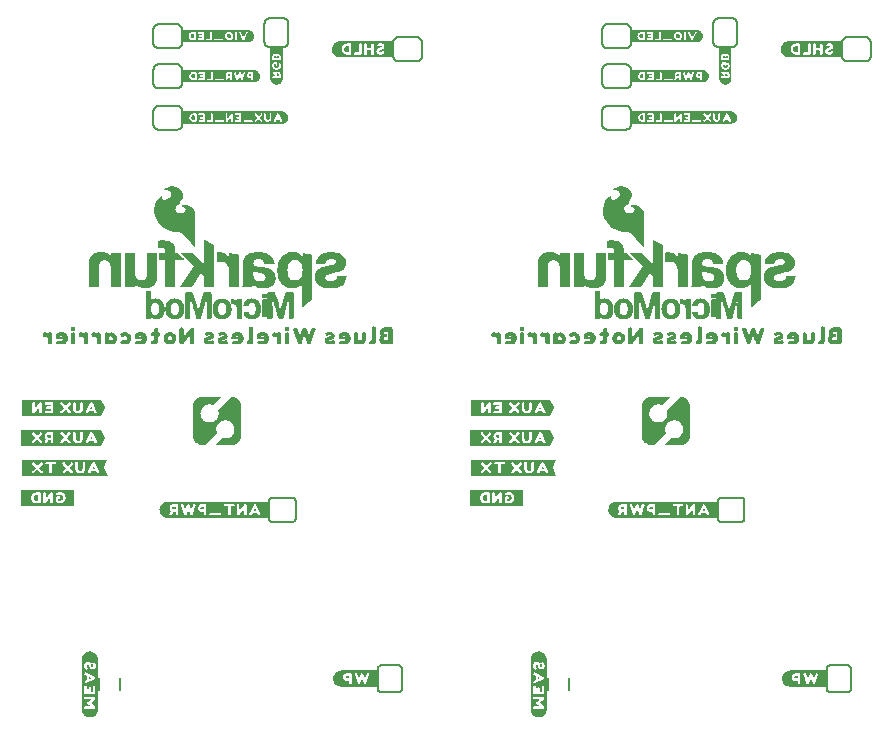
<source format=gbo>
G04 EAGLE Gerber RS-274X export*
G75*
%MOMM*%
%FSLAX34Y34*%
%LPD*%
%INSilkscreen Bottom*%
%IPPOS*%
%AMOC8*
5,1,8,0,0,1.08239X$1,22.5*%
G01*
%ADD10C,0.152400*%
%ADD11C,0.203200*%

G36*
X611120Y223159D02*
X611120Y223159D01*
X611128Y223154D01*
X611628Y223354D01*
X611642Y223378D01*
X611649Y223384D01*
X611647Y223387D01*
X611652Y223395D01*
X611659Y223400D01*
X611659Y236300D01*
X611651Y236311D01*
X611655Y236318D01*
X611455Y236818D01*
X611414Y236843D01*
X611409Y236849D01*
X525609Y236849D01*
X525605Y236846D01*
X525602Y236849D01*
X524202Y236649D01*
X524199Y236645D01*
X524197Y236645D01*
X524194Y236647D01*
X523594Y236447D01*
X523591Y236442D01*
X523587Y236444D01*
X521787Y235544D01*
X521782Y235534D01*
X521775Y235535D01*
X520775Y234535D01*
X520774Y234531D01*
X520771Y234531D01*
X519971Y233531D01*
X519971Y233523D01*
X519965Y233522D01*
X519665Y232922D01*
X519666Y232920D01*
X519664Y232919D01*
X519364Y232219D01*
X519365Y232216D01*
X519363Y232216D01*
X519163Y231616D01*
X519165Y231609D01*
X519161Y231607D01*
X518961Y230207D01*
X518966Y230197D01*
X518961Y230192D01*
X519060Y229596D01*
X519060Y228900D01*
X519066Y228892D01*
X519062Y228886D01*
X519262Y228186D01*
X519263Y228185D01*
X519263Y228184D01*
X519463Y227584D01*
X519467Y227581D01*
X519465Y227578D01*
X520065Y226378D01*
X520070Y226376D01*
X520068Y226373D01*
X520468Y225773D01*
X520472Y225772D01*
X520471Y225769D01*
X520871Y225269D01*
X520879Y225267D01*
X520879Y225262D01*
X521379Y224862D01*
X521978Y224362D01*
X521984Y224362D01*
X521984Y224358D01*
X522484Y224058D01*
X522487Y224058D01*
X522487Y224056D01*
X523087Y223756D01*
X523090Y223756D01*
X523090Y223755D01*
X523790Y223455D01*
X523798Y223457D01*
X523801Y223451D01*
X524401Y223351D01*
X524402Y223352D01*
X524402Y223351D01*
X525802Y223151D01*
X525807Y223154D01*
X525809Y223151D01*
X611109Y223151D01*
X611120Y223159D01*
G37*
G36*
X231111Y223159D02*
X231111Y223159D01*
X231118Y223154D01*
X231618Y223354D01*
X231633Y223378D01*
X231640Y223384D01*
X231638Y223387D01*
X231643Y223395D01*
X231649Y223400D01*
X231649Y236300D01*
X231641Y236311D01*
X231646Y236318D01*
X231446Y236818D01*
X231405Y236843D01*
X231400Y236849D01*
X145600Y236849D01*
X145596Y236846D01*
X145593Y236849D01*
X144193Y236649D01*
X144190Y236645D01*
X144188Y236645D01*
X144187Y236645D01*
X144184Y236647D01*
X143584Y236447D01*
X143581Y236442D01*
X143578Y236444D01*
X141778Y235544D01*
X141773Y235534D01*
X141765Y235535D01*
X140765Y234535D01*
X140765Y234531D01*
X140762Y234531D01*
X139962Y233531D01*
X139961Y233523D01*
X139956Y233522D01*
X139656Y232922D01*
X139656Y232920D01*
X139655Y232919D01*
X139355Y232219D01*
X139356Y232216D01*
X139353Y232216D01*
X139153Y231616D01*
X139155Y231609D01*
X139151Y231607D01*
X138951Y230207D01*
X138957Y230197D01*
X138951Y230192D01*
X139051Y229596D01*
X139051Y228900D01*
X139057Y228892D01*
X139053Y228886D01*
X139253Y228186D01*
X139254Y228185D01*
X139253Y228184D01*
X139453Y227584D01*
X139458Y227581D01*
X139456Y227578D01*
X140056Y226378D01*
X140060Y226376D01*
X140059Y226373D01*
X140459Y225773D01*
X140462Y225772D01*
X140462Y225769D01*
X140862Y225269D01*
X140869Y225267D01*
X140869Y225262D01*
X141369Y224862D01*
X141968Y224362D01*
X141974Y224362D01*
X141975Y224358D01*
X142475Y224058D01*
X142478Y224058D01*
X142478Y224056D01*
X143078Y223756D01*
X143080Y223756D01*
X143081Y223755D01*
X143781Y223455D01*
X143789Y223457D01*
X143792Y223451D01*
X144392Y223351D01*
X144393Y223352D01*
X144393Y223351D01*
X145793Y223151D01*
X145798Y223154D01*
X145800Y223151D01*
X231100Y223151D01*
X231111Y223159D01*
G37*
G36*
X177621Y284867D02*
X177621Y284867D01*
X177635Y284865D01*
X187735Y294965D01*
X187737Y294978D01*
X187744Y294983D01*
X187738Y294990D01*
X187741Y295012D01*
X187745Y295019D01*
X187446Y295717D01*
X187248Y296410D01*
X187049Y297803D01*
X187049Y298497D01*
X187148Y299290D01*
X187184Y299415D01*
X187198Y299465D01*
X187240Y299612D01*
X187241Y299612D01*
X187240Y299612D01*
X187283Y299760D01*
X187297Y299809D01*
X187339Y299957D01*
X187347Y299986D01*
X187381Y300105D01*
X187395Y300154D01*
X187437Y300302D01*
X187438Y300302D01*
X187437Y300302D01*
X187480Y300450D01*
X187494Y300499D01*
X187536Y300647D01*
X187546Y300682D01*
X187844Y301278D01*
X187844Y301280D01*
X187845Y301281D01*
X188144Y301977D01*
X188539Y302570D01*
X189037Y303167D01*
X190031Y304162D01*
X190623Y304556D01*
X191319Y304855D01*
X192019Y305155D01*
X192717Y305454D01*
X193410Y305652D01*
X194203Y305751D01*
X194997Y305751D01*
X195693Y305651D01*
X195694Y305652D01*
X195694Y305651D01*
X196490Y305552D01*
X197183Y305354D01*
X197881Y305055D01*
X198576Y304757D01*
X199271Y304260D01*
X199273Y304260D01*
X199273Y304259D01*
X199867Y303863D01*
X200362Y303268D01*
X200366Y303268D01*
X200365Y303265D01*
X200862Y302768D01*
X201358Y302075D01*
X201955Y300880D01*
X202152Y300387D01*
X202251Y299792D01*
X202451Y298596D01*
X202451Y297404D01*
X202351Y296808D01*
X202252Y296310D01*
X202252Y296309D01*
X202251Y296308D01*
X202152Y295712D01*
X201955Y295121D01*
X201658Y294625D01*
X200761Y293131D01*
X199967Y292337D01*
X199469Y291938D01*
X198972Y291540D01*
X198478Y291244D01*
X197982Y291046D01*
X197483Y290846D01*
X196884Y290647D01*
X196883Y290645D01*
X196882Y290646D01*
X196387Y290448D01*
X195796Y290349D01*
X194005Y290349D01*
X193510Y290448D01*
X193509Y290448D01*
X193508Y290449D01*
X192912Y290548D01*
X192317Y290746D01*
X191818Y290946D01*
X191774Y290934D01*
X191765Y290935D01*
X185765Y284935D01*
X185763Y284921D01*
X185753Y284913D01*
X185761Y284903D01*
X185757Y284876D01*
X185784Y284872D01*
X185800Y284851D01*
X201100Y284851D01*
X201104Y284854D01*
X201106Y284851D01*
X201906Y284951D01*
X201909Y284954D01*
X201912Y284952D01*
X202312Y285052D01*
X202315Y285056D01*
X202318Y285054D01*
X202815Y285253D01*
X203212Y285352D01*
X203217Y285358D01*
X203222Y285356D01*
X204022Y285756D01*
X204025Y285762D01*
X204030Y285761D01*
X204426Y286058D01*
X204822Y286256D01*
X204825Y286262D01*
X204830Y286261D01*
X205230Y286561D01*
X205231Y286566D01*
X205235Y286565D01*
X205835Y287165D01*
X205836Y287170D01*
X205839Y287170D01*
X206137Y287568D01*
X206435Y287865D01*
X206436Y287870D01*
X206439Y287870D01*
X206739Y288270D01*
X206739Y288277D01*
X206744Y288278D01*
X206942Y288674D01*
X207239Y289070D01*
X207239Y289077D01*
X207244Y289078D01*
X207444Y289478D01*
X207443Y289485D01*
X207447Y289486D01*
X207484Y289615D01*
X207526Y289762D01*
X207540Y289812D01*
X207582Y289959D01*
X207583Y289959D01*
X207582Y289959D01*
X207625Y290107D01*
X207639Y290156D01*
X207647Y290186D01*
X207647Y290188D01*
X207648Y290188D01*
X207848Y290988D01*
X207846Y290992D01*
X207849Y290993D01*
X207949Y291693D01*
X207948Y291694D01*
X207949Y291694D01*
X208049Y292494D01*
X208047Y292498D01*
X208049Y292500D01*
X208049Y318600D01*
X208045Y318606D01*
X208048Y318610D01*
X207848Y319610D01*
X207843Y319614D01*
X207846Y319618D01*
X207647Y320114D01*
X207548Y320610D01*
X207541Y320616D01*
X207544Y320622D01*
X207344Y321022D01*
X207341Y321023D01*
X207342Y321025D01*
X207043Y321523D01*
X206844Y321922D01*
X206838Y321925D01*
X206839Y321930D01*
X206239Y322730D01*
X206234Y322731D01*
X206235Y322735D01*
X205837Y323132D01*
X205539Y323530D01*
X205530Y323532D01*
X205530Y323539D01*
X204330Y324439D01*
X204320Y324439D01*
X204318Y324446D01*
X203820Y324645D01*
X203422Y324844D01*
X203419Y324843D01*
X203418Y324846D01*
X202920Y325045D01*
X202522Y325244D01*
X202513Y325242D01*
X202510Y325248D01*
X201010Y325548D01*
X201003Y325545D01*
X201000Y325549D01*
X199300Y325549D01*
X199279Y325533D01*
X199265Y325535D01*
X188465Y314735D01*
X188463Y314716D01*
X188454Y314710D01*
X188461Y314701D01*
X188460Y314694D01*
X188453Y314684D01*
X188653Y314086D01*
X188752Y313689D01*
X188951Y312692D01*
X189051Y312096D01*
X189051Y311105D01*
X188752Y309610D01*
X188653Y309114D01*
X188454Y308618D01*
X188257Y308124D01*
X187961Y307730D01*
X187961Y307726D01*
X187958Y307725D01*
X187659Y307228D01*
X187361Y306831D01*
X186863Y306233D01*
X186369Y305738D01*
X185773Y305341D01*
X185772Y305340D01*
X185771Y305340D01*
X185076Y304843D01*
X184381Y304545D01*
X183683Y304246D01*
X182990Y304048D01*
X182197Y303949D01*
X180205Y303949D01*
X179714Y304047D01*
X179218Y304246D01*
X179213Y304244D01*
X179212Y304248D01*
X178815Y304347D01*
X178318Y304546D01*
X177820Y304745D01*
X177426Y304942D01*
X177030Y305239D01*
X176232Y305837D01*
X175837Y306232D01*
X175539Y306630D01*
X175534Y306631D01*
X175535Y306635D01*
X175239Y306931D01*
X174942Y307425D01*
X174939Y307427D01*
X174939Y307430D01*
X174642Y307826D01*
X174445Y308220D01*
X174246Y308718D01*
X174047Y309215D01*
X173948Y309612D01*
X173944Y309615D01*
X173946Y309618D01*
X173749Y310109D01*
X173749Y310600D01*
X173745Y310606D01*
X173748Y310610D01*
X173649Y311105D01*
X173649Y312095D01*
X173748Y312590D01*
X173745Y312597D01*
X173749Y312600D01*
X173749Y313091D01*
X173946Y313582D01*
X173944Y313588D01*
X173948Y313590D01*
X174047Y314086D01*
X174245Y314581D01*
X174544Y315277D01*
X174939Y315870D01*
X175937Y317067D01*
X176432Y317562D01*
X177128Y318059D01*
X177723Y318456D01*
X178417Y318754D01*
X179114Y318953D01*
X179810Y319152D01*
X180606Y319251D01*
X181400Y319350D01*
X182093Y319251D01*
X182094Y319252D01*
X182094Y319251D01*
X182890Y319152D01*
X183586Y318953D01*
X184286Y318753D01*
X184323Y318767D01*
X184335Y318765D01*
X191135Y325465D01*
X191137Y325478D01*
X191147Y325487D01*
X191139Y325497D01*
X191143Y325524D01*
X191116Y325528D01*
X191100Y325549D01*
X174300Y325549D01*
X174292Y325543D01*
X174286Y325547D01*
X173588Y325348D01*
X173090Y325248D01*
X173089Y325247D01*
X173088Y325248D01*
X172288Y325048D01*
X172285Y325044D01*
X172282Y325046D01*
X171782Y324846D01*
X171780Y324843D01*
X171778Y324844D01*
X171378Y324644D01*
X171375Y324638D01*
X171370Y324639D01*
X170974Y324342D01*
X170578Y324144D01*
X170573Y324134D01*
X170565Y324135D01*
X170268Y323837D01*
X169870Y323539D01*
X169869Y323534D01*
X169865Y323535D01*
X169565Y323235D01*
X169564Y323230D01*
X169561Y323230D01*
X169263Y322832D01*
X168965Y322535D01*
X168964Y322530D01*
X168961Y322530D01*
X168361Y321730D01*
X168361Y321723D01*
X168356Y321722D01*
X167956Y320922D01*
X167956Y320920D01*
X167955Y320919D01*
X167655Y320219D01*
X167656Y320214D01*
X167652Y320212D01*
X167452Y319412D01*
X167454Y319408D01*
X167451Y319407D01*
X167351Y318707D01*
X167354Y318702D01*
X167351Y318700D01*
X167351Y291900D01*
X167355Y291894D01*
X167352Y291890D01*
X167451Y291395D01*
X167451Y291000D01*
X167455Y290994D01*
X167452Y290990D01*
X167552Y290490D01*
X167559Y290484D01*
X167556Y290478D01*
X167754Y290083D01*
X167852Y289688D01*
X167856Y289685D01*
X167854Y289682D01*
X168054Y289182D01*
X168062Y289177D01*
X168061Y289170D01*
X168358Y288774D01*
X168556Y288378D01*
X168562Y288375D01*
X168561Y288370D01*
X168860Y287971D01*
X169059Y287673D01*
X169066Y287670D01*
X169065Y287665D01*
X170065Y286665D01*
X170070Y286664D01*
X170070Y286661D01*
X170870Y286061D01*
X170877Y286061D01*
X170878Y286056D01*
X172478Y285256D01*
X172485Y285257D01*
X172486Y285253D01*
X173186Y285053D01*
X173191Y285055D01*
X173193Y285051D01*
X173892Y284951D01*
X174390Y284852D01*
X174397Y284855D01*
X174400Y284851D01*
X177600Y284851D01*
X177621Y284867D01*
G37*
G36*
X557631Y284867D02*
X557631Y284867D01*
X557644Y284865D01*
X567744Y294965D01*
X567746Y294978D01*
X567753Y294983D01*
X567748Y294990D01*
X567751Y295012D01*
X567755Y295019D01*
X567456Y295717D01*
X567258Y296410D01*
X567059Y297803D01*
X567059Y298497D01*
X567158Y299290D01*
X567194Y299415D01*
X567208Y299465D01*
X567250Y299612D01*
X567292Y299760D01*
X567306Y299809D01*
X567348Y299957D01*
X567357Y299986D01*
X567391Y300105D01*
X567405Y300154D01*
X567447Y300302D01*
X567489Y300450D01*
X567503Y300499D01*
X567545Y300647D01*
X567555Y300682D01*
X567853Y301278D01*
X567853Y301280D01*
X567855Y301281D01*
X568153Y301977D01*
X568549Y302570D01*
X569046Y303167D01*
X570041Y304162D01*
X570633Y304556D01*
X571329Y304855D01*
X572029Y305155D01*
X572726Y305454D01*
X573419Y305652D01*
X574213Y305751D01*
X575006Y305751D01*
X575702Y305651D01*
X575703Y305652D01*
X575703Y305651D01*
X576500Y305552D01*
X577193Y305354D01*
X577890Y305055D01*
X578585Y304757D01*
X579281Y304260D01*
X579282Y304260D01*
X579282Y304259D01*
X579876Y303863D01*
X580372Y303268D01*
X580375Y303268D01*
X580375Y303265D01*
X580872Y302768D01*
X581367Y302075D01*
X581965Y300880D01*
X582162Y300387D01*
X582261Y299792D01*
X582460Y298596D01*
X582460Y297404D01*
X582361Y296808D01*
X582261Y296310D01*
X582262Y296309D01*
X582261Y296308D01*
X582161Y295712D01*
X581964Y295121D01*
X581667Y294625D01*
X580770Y293131D01*
X579977Y292337D01*
X579479Y291938D01*
X578981Y291540D01*
X578487Y291244D01*
X577991Y291046D01*
X577493Y290846D01*
X576894Y290647D01*
X576893Y290645D01*
X576891Y290646D01*
X576396Y290448D01*
X575805Y290349D01*
X574014Y290349D01*
X573519Y290448D01*
X573518Y290448D01*
X573518Y290449D01*
X572921Y290548D01*
X572326Y290746D01*
X571828Y290946D01*
X571784Y290934D01*
X571775Y290935D01*
X565775Y284935D01*
X565773Y284921D01*
X565762Y284913D01*
X565770Y284903D01*
X565766Y284876D01*
X565793Y284872D01*
X565809Y284851D01*
X581109Y284851D01*
X581113Y284854D01*
X581116Y284851D01*
X581916Y284951D01*
X581919Y284954D01*
X581921Y284952D01*
X582321Y285052D01*
X582325Y285056D01*
X582328Y285054D01*
X582825Y285253D01*
X583221Y285352D01*
X583226Y285358D01*
X583231Y285356D01*
X584031Y285756D01*
X584034Y285762D01*
X584039Y285761D01*
X584435Y286058D01*
X584831Y286256D01*
X584834Y286262D01*
X584839Y286261D01*
X585239Y286561D01*
X585240Y286566D01*
X585244Y286565D01*
X585844Y287165D01*
X585845Y287170D01*
X585849Y287170D01*
X586147Y287568D01*
X586444Y287865D01*
X586445Y287870D01*
X586449Y287870D01*
X586749Y288270D01*
X586749Y288277D01*
X586753Y288278D01*
X586952Y288674D01*
X587249Y289070D01*
X587249Y289077D01*
X587253Y289078D01*
X587453Y289478D01*
X587452Y289485D01*
X587457Y289486D01*
X587493Y289615D01*
X587536Y289762D01*
X587550Y289812D01*
X587592Y289959D01*
X587634Y290107D01*
X587648Y290156D01*
X587657Y290186D01*
X587656Y290188D01*
X587657Y290188D01*
X587857Y290988D01*
X587856Y290992D01*
X587858Y290993D01*
X587958Y291693D01*
X587958Y291694D01*
X588058Y292494D01*
X588056Y292498D01*
X588059Y292500D01*
X588059Y318600D01*
X588054Y318606D01*
X588058Y318610D01*
X587858Y319610D01*
X587853Y319614D01*
X587855Y319618D01*
X587657Y320114D01*
X587558Y320610D01*
X587551Y320616D01*
X587553Y320622D01*
X587353Y321022D01*
X587351Y321023D01*
X587352Y321025D01*
X587053Y321523D01*
X586853Y321922D01*
X586848Y321925D01*
X586849Y321930D01*
X586249Y322730D01*
X586244Y322731D01*
X586244Y322735D01*
X585847Y323132D01*
X585549Y323530D01*
X585539Y323532D01*
X585539Y323539D01*
X584339Y324439D01*
X584329Y324439D01*
X584328Y324446D01*
X583830Y324645D01*
X583431Y324844D01*
X583428Y324843D01*
X583428Y324846D01*
X582930Y325045D01*
X582531Y325244D01*
X582522Y325242D01*
X582519Y325248D01*
X581019Y325548D01*
X581013Y325545D01*
X581009Y325549D01*
X579309Y325549D01*
X579288Y325533D01*
X579275Y325535D01*
X568475Y314735D01*
X568472Y314716D01*
X568463Y314710D01*
X568470Y314701D01*
X568469Y314694D01*
X568463Y314684D01*
X568662Y314086D01*
X568761Y313689D01*
X568961Y312692D01*
X569060Y312096D01*
X569060Y311105D01*
X568761Y309610D01*
X568662Y309114D01*
X568464Y308618D01*
X568266Y308124D01*
X567970Y307730D01*
X567970Y307726D01*
X567967Y307725D01*
X567669Y307228D01*
X567371Y306831D01*
X566873Y306233D01*
X566378Y305738D01*
X565782Y305341D01*
X565782Y305340D01*
X565781Y305340D01*
X565085Y304843D01*
X564390Y304545D01*
X563693Y304246D01*
X563000Y304048D01*
X562206Y303949D01*
X560214Y303949D01*
X559724Y304047D01*
X559228Y304246D01*
X559223Y304244D01*
X559221Y304248D01*
X558825Y304347D01*
X558328Y304546D01*
X557830Y304745D01*
X557435Y304942D01*
X557039Y305239D01*
X556242Y305837D01*
X555847Y306232D01*
X555549Y306630D01*
X555544Y306631D01*
X555544Y306635D01*
X555249Y306931D01*
X554952Y307425D01*
X554948Y307427D01*
X554949Y307430D01*
X554652Y307826D01*
X554454Y308220D01*
X554255Y308718D01*
X554056Y309215D01*
X553957Y309612D01*
X553953Y309615D01*
X553955Y309618D01*
X553759Y310109D01*
X553759Y310600D01*
X553754Y310606D01*
X553758Y310610D01*
X553659Y311105D01*
X553659Y312095D01*
X553758Y312590D01*
X553755Y312597D01*
X553759Y312600D01*
X553759Y313091D01*
X553955Y313582D01*
X553953Y313588D01*
X553958Y313590D01*
X554057Y314086D01*
X554255Y314581D01*
X554553Y315277D01*
X554949Y315870D01*
X555946Y317067D01*
X556441Y317562D01*
X557137Y318059D01*
X557733Y318456D01*
X558426Y318754D01*
X559123Y318953D01*
X559819Y319152D01*
X560616Y319251D01*
X561409Y319350D01*
X562102Y319251D01*
X562103Y319252D01*
X562103Y319251D01*
X562900Y319152D01*
X563596Y318953D01*
X564296Y318753D01*
X564332Y318767D01*
X564344Y318765D01*
X571144Y325465D01*
X571146Y325478D01*
X571157Y325487D01*
X571149Y325497D01*
X571153Y325524D01*
X571126Y325528D01*
X571109Y325549D01*
X554309Y325549D01*
X554301Y325543D01*
X554296Y325547D01*
X553598Y325348D01*
X553100Y325248D01*
X553099Y325247D01*
X553097Y325248D01*
X552297Y325048D01*
X552294Y325044D01*
X552291Y325046D01*
X551791Y324846D01*
X551790Y324843D01*
X551787Y324844D01*
X551387Y324644D01*
X551384Y324638D01*
X551380Y324639D01*
X550983Y324342D01*
X550587Y324144D01*
X550582Y324134D01*
X550575Y324135D01*
X550277Y323837D01*
X549880Y323539D01*
X549878Y323534D01*
X549875Y323535D01*
X549575Y323235D01*
X549574Y323230D01*
X549570Y323230D01*
X549272Y322832D01*
X548975Y322535D01*
X548974Y322530D01*
X548970Y322530D01*
X548370Y321730D01*
X548370Y321723D01*
X548365Y321722D01*
X547965Y320922D01*
X547966Y320920D01*
X547964Y320919D01*
X547664Y320219D01*
X547666Y320214D01*
X547662Y320212D01*
X547462Y319412D01*
X547463Y319408D01*
X547461Y319407D01*
X547361Y318707D01*
X547363Y318702D01*
X547360Y318700D01*
X547360Y291900D01*
X547365Y291894D01*
X547361Y291890D01*
X547460Y291395D01*
X547460Y291000D01*
X547465Y290994D01*
X547461Y290990D01*
X547561Y290490D01*
X547568Y290484D01*
X547565Y290478D01*
X547763Y290083D01*
X547862Y289688D01*
X547866Y289685D01*
X547864Y289682D01*
X548064Y289182D01*
X548072Y289177D01*
X548070Y289170D01*
X548367Y288774D01*
X548565Y288378D01*
X548571Y288375D01*
X548570Y288370D01*
X548869Y287971D01*
X549068Y287673D01*
X549075Y287670D01*
X549075Y287665D01*
X550075Y286665D01*
X550080Y286664D01*
X550080Y286661D01*
X550880Y286061D01*
X550887Y286061D01*
X550887Y286056D01*
X552487Y285256D01*
X552494Y285257D01*
X552496Y285253D01*
X553196Y285053D01*
X553201Y285055D01*
X553202Y285051D01*
X553901Y284951D01*
X554400Y284852D01*
X554406Y284855D01*
X554409Y284851D01*
X557609Y284851D01*
X557631Y284867D01*
G37*
G36*
X95004Y258554D02*
X95004Y258554D01*
X95009Y258552D01*
X95014Y258561D01*
X95047Y258587D01*
X95035Y258603D01*
X95044Y258622D01*
X91753Y265304D01*
X91946Y265881D01*
X94944Y271978D01*
X94944Y271981D01*
X94945Y271983D01*
X94943Y271986D01*
X94933Y272037D01*
X94928Y272036D01*
X94927Y272041D01*
X94627Y272241D01*
X94612Y272240D01*
X94611Y272242D01*
X94605Y272242D01*
X94600Y272249D01*
X22500Y272249D01*
X22453Y272213D01*
X22456Y272209D01*
X22453Y272206D01*
X22455Y272203D01*
X22451Y272200D01*
X22451Y258600D01*
X22487Y258553D01*
X22494Y258558D01*
X22500Y258551D01*
X95000Y258551D01*
X95004Y258554D01*
G37*
G36*
X475014Y258554D02*
X475014Y258554D01*
X475018Y258552D01*
X475023Y258561D01*
X475057Y258587D01*
X475044Y258603D01*
X475054Y258622D01*
X471763Y265304D01*
X471955Y265881D01*
X474954Y271978D01*
X474953Y271981D01*
X474955Y271983D01*
X474952Y271986D01*
X474942Y272037D01*
X474937Y272036D01*
X474937Y272041D01*
X474637Y272241D01*
X474622Y272240D01*
X474620Y272242D01*
X474615Y272242D01*
X474609Y272249D01*
X402509Y272249D01*
X402462Y272213D01*
X402465Y272209D01*
X402462Y272206D01*
X402464Y272203D01*
X402460Y272200D01*
X402460Y258600D01*
X402496Y258553D01*
X402504Y258558D01*
X402509Y258551D01*
X475009Y258551D01*
X475014Y258554D01*
G37*
G36*
X548663Y452320D02*
X548663Y452320D01*
X548750Y452323D01*
X548751Y452324D01*
X548752Y452324D01*
X548826Y452365D01*
X548902Y452406D01*
X548903Y452407D01*
X548954Y452479D01*
X549002Y452548D01*
X549002Y452549D01*
X549003Y452549D01*
X549004Y452556D01*
X549030Y452690D01*
X549030Y480290D01*
X549025Y480310D01*
X549027Y480337D01*
X548827Y481937D01*
X548815Y481969D01*
X548808Y482018D01*
X548308Y483418D01*
X548300Y483430D01*
X548296Y483447D01*
X547796Y484547D01*
X547778Y484571D01*
X547761Y484608D01*
X547061Y485608D01*
X547042Y485625D01*
X547031Y485644D01*
X547009Y485660D01*
X546983Y485690D01*
X546083Y486390D01*
X546071Y486395D01*
X546060Y486406D01*
X545160Y487006D01*
X545130Y487018D01*
X545091Y487043D01*
X544091Y487443D01*
X544076Y487445D01*
X544059Y487454D01*
X543059Y487754D01*
X543040Y487755D01*
X543017Y487764D01*
X541917Y487964D01*
X541888Y487963D01*
X541849Y487970D01*
X540149Y487970D01*
X540127Y487965D01*
X540096Y487966D01*
X539396Y487866D01*
X539362Y487853D01*
X539308Y487843D01*
X538819Y487647D01*
X538588Y487570D01*
X538449Y487570D01*
X538281Y487531D01*
X538147Y487421D01*
X538076Y487262D01*
X538083Y487089D01*
X538165Y486937D01*
X538307Y486837D01*
X538428Y486814D01*
X538638Y486674D01*
X538670Y486662D01*
X538757Y486621D01*
X539083Y486540D01*
X539421Y486286D01*
X539437Y486279D01*
X539454Y486264D01*
X540414Y485688D01*
X540747Y485354D01*
X541002Y484930D01*
X541169Y484428D01*
X541169Y483852D01*
X541001Y483346D01*
X540636Y482708D01*
X540189Y482171D01*
X539560Y481722D01*
X538721Y481349D01*
X537710Y481073D01*
X536211Y481167D01*
X534797Y481544D01*
X533710Y482178D01*
X532983Y483178D01*
X532535Y484253D01*
X532624Y485504D01*
X533179Y486889D01*
X534428Y488331D01*
X536118Y490021D01*
X536132Y490043D01*
X536158Y490067D01*
X537458Y491867D01*
X537464Y491882D01*
X537477Y491897D01*
X538477Y493597D01*
X538489Y493634D01*
X538521Y493708D01*
X538921Y495508D01*
X538920Y495541D01*
X538930Y495590D01*
X538930Y497290D01*
X538921Y497328D01*
X538912Y497403D01*
X538412Y499003D01*
X538393Y499037D01*
X538363Y499105D01*
X537263Y500705D01*
X537236Y500730D01*
X537201Y500775D01*
X535501Y502275D01*
X535467Y502294D01*
X535413Y502333D01*
X533113Y503433D01*
X533080Y503440D01*
X533034Y503461D01*
X530834Y503961D01*
X530795Y503961D01*
X530730Y503970D01*
X528730Y503870D01*
X528704Y503862D01*
X528667Y503861D01*
X526867Y503461D01*
X526836Y503447D01*
X526789Y503435D01*
X525289Y502735D01*
X525285Y502732D01*
X525279Y502730D01*
X524746Y502463D01*
X524079Y502130D01*
X524057Y502112D01*
X524021Y502094D01*
X523221Y501494D01*
X523206Y501476D01*
X523181Y501459D01*
X522981Y501259D01*
X522967Y501237D01*
X522947Y501221D01*
X522922Y501164D01*
X522889Y501112D01*
X522887Y501086D01*
X522876Y501062D01*
X522878Y501001D01*
X522873Y500939D01*
X522882Y500915D01*
X522883Y500889D01*
X522912Y500835D01*
X522934Y500777D01*
X522953Y500760D01*
X522965Y500737D01*
X523016Y500702D01*
X523061Y500660D01*
X523086Y500652D01*
X523107Y500637D01*
X523192Y500621D01*
X523227Y500610D01*
X523237Y500612D01*
X523249Y500610D01*
X523349Y500610D01*
X523385Y500618D01*
X523442Y500621D01*
X523827Y500718D01*
X524381Y500810D01*
X525026Y500810D01*
X525765Y500717D01*
X526604Y500438D01*
X527337Y500071D01*
X527978Y499522D01*
X528439Y498969D01*
X528702Y498530D01*
X528869Y498028D01*
X528869Y496952D01*
X528701Y496446D01*
X528329Y495796D01*
X527858Y495137D01*
X526703Y493981D01*
X526044Y493511D01*
X525370Y493125D01*
X525033Y492957D01*
X524597Y492739D01*
X523855Y492461D01*
X523222Y492370D01*
X522727Y492370D01*
X522147Y492619D01*
X521752Y492935D01*
X521502Y493436D01*
X521330Y493952D01*
X521330Y494928D01*
X521410Y495170D01*
X521412Y495191D01*
X521419Y495206D01*
X521418Y495229D01*
X521430Y495290D01*
X521430Y495490D01*
X521415Y495553D01*
X521408Y495617D01*
X521395Y495636D01*
X521390Y495659D01*
X521349Y495709D01*
X521314Y495763D01*
X521295Y495775D01*
X521280Y495792D01*
X521221Y495819D01*
X521166Y495852D01*
X521143Y495854D01*
X521122Y495863D01*
X521057Y495861D01*
X520993Y495866D01*
X520969Y495857D01*
X520949Y495857D01*
X520915Y495838D01*
X520857Y495818D01*
X519157Y494818D01*
X519128Y494791D01*
X519073Y494751D01*
X517473Y493051D01*
X517456Y493022D01*
X517425Y492988D01*
X516025Y490688D01*
X516014Y490656D01*
X515990Y490614D01*
X514990Y487714D01*
X514987Y487686D01*
X514974Y487649D01*
X514474Y484449D01*
X514476Y484416D01*
X514470Y484368D01*
X514670Y480868D01*
X514679Y480837D01*
X514682Y480791D01*
X515682Y477091D01*
X515700Y477059D01*
X515717Y477005D01*
X517717Y473405D01*
X517734Y473387D01*
X517749Y473357D01*
X519149Y471557D01*
X519161Y471547D01*
X519172Y471530D01*
X520672Y469930D01*
X520690Y469918D01*
X520708Y469896D01*
X522408Y468496D01*
X522427Y468487D01*
X522446Y468469D01*
X524346Y467269D01*
X524374Y467259D01*
X524408Y467237D01*
X526408Y466437D01*
X526421Y466435D01*
X526434Y466428D01*
X528634Y465728D01*
X528664Y465725D01*
X528702Y465713D01*
X531102Y465413D01*
X531123Y465415D01*
X531149Y465410D01*
X534903Y465410D01*
X536017Y465131D01*
X536962Y464659D01*
X538019Y463986D01*
X538981Y463120D01*
X539968Y462034D01*
X539969Y462033D01*
X539970Y462032D01*
X541165Y460738D01*
X542361Y459343D01*
X542366Y459339D01*
X542370Y459332D01*
X543569Y458033D01*
X545769Y455633D01*
X546658Y454646D01*
X547349Y453757D01*
X547356Y453751D01*
X547361Y453743D01*
X547953Y453052D01*
X548225Y452689D01*
X548309Y452521D01*
X548309Y452520D01*
X548362Y452457D01*
X548419Y452388D01*
X548420Y452387D01*
X548496Y452353D01*
X548577Y452317D01*
X548578Y452317D01*
X548578Y452316D01*
X548663Y452320D01*
G37*
G36*
X168654Y452320D02*
X168654Y452320D01*
X168741Y452323D01*
X168741Y452324D01*
X168742Y452324D01*
X168817Y452365D01*
X168893Y452406D01*
X168893Y452407D01*
X168894Y452407D01*
X168945Y452479D01*
X168993Y452548D01*
X168993Y452549D01*
X168994Y452556D01*
X169020Y452690D01*
X169020Y480290D01*
X169016Y480310D01*
X169017Y480337D01*
X168817Y481937D01*
X168806Y481969D01*
X168798Y482018D01*
X168298Y483418D01*
X168290Y483430D01*
X168286Y483447D01*
X167786Y484547D01*
X167768Y484571D01*
X167752Y484608D01*
X167052Y485608D01*
X167033Y485625D01*
X167022Y485644D01*
X167000Y485660D01*
X166973Y485690D01*
X166073Y486390D01*
X166062Y486395D01*
X166051Y486406D01*
X165151Y487006D01*
X165120Y487018D01*
X165081Y487043D01*
X164081Y487443D01*
X164066Y487445D01*
X164049Y487454D01*
X163049Y487754D01*
X163030Y487755D01*
X163008Y487764D01*
X161908Y487964D01*
X161879Y487963D01*
X161840Y487970D01*
X160140Y487970D01*
X160117Y487965D01*
X160086Y487966D01*
X159386Y487866D01*
X159353Y487853D01*
X159299Y487843D01*
X158809Y487647D01*
X158578Y487570D01*
X158440Y487570D01*
X158271Y487531D01*
X158138Y487421D01*
X158067Y487262D01*
X158073Y487089D01*
X158156Y486937D01*
X158298Y486837D01*
X158419Y486814D01*
X158629Y486674D01*
X158660Y486662D01*
X158748Y486621D01*
X159073Y486540D01*
X159412Y486286D01*
X159428Y486279D01*
X159444Y486264D01*
X160404Y485688D01*
X160738Y485354D01*
X160992Y484930D01*
X161160Y484428D01*
X161160Y483852D01*
X160991Y483346D01*
X160626Y482708D01*
X160179Y482171D01*
X159550Y481722D01*
X158712Y481349D01*
X157701Y481073D01*
X156201Y481167D01*
X154787Y481544D01*
X153701Y482178D01*
X152974Y483178D01*
X152526Y484253D01*
X152615Y485504D01*
X153169Y486889D01*
X154418Y488331D01*
X156109Y490021D01*
X156123Y490043D01*
X156148Y490067D01*
X157448Y491867D01*
X157454Y491882D01*
X157468Y491897D01*
X158468Y493597D01*
X158479Y493634D01*
X158511Y493708D01*
X158911Y495508D01*
X158911Y495541D01*
X158920Y495590D01*
X158920Y497290D01*
X158911Y497328D01*
X158903Y497403D01*
X158403Y499003D01*
X158383Y499037D01*
X158353Y499105D01*
X157253Y500705D01*
X157226Y500730D01*
X157192Y500775D01*
X155492Y502275D01*
X155457Y502294D01*
X155404Y502333D01*
X153104Y503433D01*
X153071Y503440D01*
X153024Y503461D01*
X150824Y503961D01*
X150786Y503961D01*
X150721Y503970D01*
X148721Y503870D01*
X148695Y503862D01*
X148658Y503861D01*
X146858Y503461D01*
X146827Y503447D01*
X146779Y503435D01*
X145279Y502735D01*
X145275Y502732D01*
X145270Y502730D01*
X144736Y502463D01*
X144070Y502130D01*
X144048Y502112D01*
X144012Y502094D01*
X143212Y501494D01*
X143197Y501476D01*
X143171Y501459D01*
X142971Y501259D01*
X142958Y501237D01*
X142938Y501221D01*
X142912Y501164D01*
X142880Y501112D01*
X142877Y501086D01*
X142867Y501062D01*
X142869Y501001D01*
X142863Y500939D01*
X142872Y500915D01*
X142873Y500889D01*
X142903Y500835D01*
X142925Y500777D01*
X142944Y500760D01*
X142956Y500737D01*
X143007Y500702D01*
X143052Y500660D01*
X143077Y500652D01*
X143098Y500637D01*
X143182Y500621D01*
X143218Y500610D01*
X143228Y500612D01*
X143240Y500610D01*
X143340Y500610D01*
X143376Y500618D01*
X143432Y500621D01*
X143818Y500718D01*
X144371Y500810D01*
X145016Y500810D01*
X145755Y500717D01*
X146594Y500438D01*
X147328Y500071D01*
X147968Y499522D01*
X148429Y498969D01*
X148692Y498530D01*
X148860Y498028D01*
X148860Y496952D01*
X148691Y496446D01*
X148319Y495796D01*
X147849Y495137D01*
X146693Y493981D01*
X146035Y493511D01*
X145360Y493125D01*
X145024Y492957D01*
X144588Y492739D01*
X143845Y492461D01*
X143213Y492370D01*
X142718Y492370D01*
X142137Y492619D01*
X141743Y492935D01*
X141492Y493436D01*
X141320Y493952D01*
X141320Y494928D01*
X141401Y495170D01*
X141403Y495191D01*
X141409Y495206D01*
X141408Y495229D01*
X141420Y495290D01*
X141420Y495490D01*
X141406Y495553D01*
X141398Y495617D01*
X141386Y495636D01*
X141381Y495659D01*
X141340Y495709D01*
X141305Y495763D01*
X141285Y495775D01*
X141271Y495792D01*
X141212Y495819D01*
X141157Y495852D01*
X141134Y495854D01*
X141112Y495863D01*
X141048Y495861D01*
X140984Y495866D01*
X140959Y495857D01*
X140939Y495857D01*
X140906Y495838D01*
X140847Y495818D01*
X139147Y494818D01*
X139119Y494791D01*
X139063Y494751D01*
X137463Y493051D01*
X137447Y493022D01*
X137415Y492988D01*
X136015Y490688D01*
X136005Y490656D01*
X135981Y490614D01*
X134981Y487714D01*
X134978Y487686D01*
X134964Y487649D01*
X134464Y484449D01*
X134467Y484416D01*
X134460Y484368D01*
X134660Y480868D01*
X134670Y480837D01*
X134673Y480791D01*
X135673Y477091D01*
X135690Y477059D01*
X135708Y477005D01*
X137708Y473405D01*
X137725Y473387D01*
X137740Y473357D01*
X139140Y471557D01*
X139152Y471547D01*
X139163Y471530D01*
X140663Y469930D01*
X140681Y469918D01*
X140698Y469896D01*
X142398Y468496D01*
X142417Y468487D01*
X142437Y468469D01*
X144337Y467269D01*
X144365Y467259D01*
X144399Y467237D01*
X146399Y466437D01*
X146411Y466435D01*
X146425Y466428D01*
X148625Y465728D01*
X148654Y465725D01*
X148693Y465713D01*
X151093Y465413D01*
X151114Y465415D01*
X151140Y465410D01*
X154893Y465410D01*
X156007Y465131D01*
X156952Y464659D01*
X158009Y463986D01*
X158971Y463120D01*
X159959Y462034D01*
X159960Y462033D01*
X159961Y462032D01*
X161155Y460738D01*
X162351Y459343D01*
X162357Y459339D01*
X162361Y459332D01*
X163560Y458033D01*
X165760Y455633D01*
X166648Y454646D01*
X167340Y453757D01*
X167346Y453751D01*
X167351Y453743D01*
X167943Y453052D01*
X168215Y452689D01*
X168299Y452521D01*
X168300Y452520D01*
X168352Y452457D01*
X168409Y452388D01*
X168410Y452387D01*
X168411Y452387D01*
X168486Y452353D01*
X168568Y452317D01*
X168569Y452316D01*
X168654Y452320D01*
G37*
G36*
X89213Y283960D02*
X89213Y283960D01*
X89228Y283960D01*
X89229Y283973D01*
X89243Y283983D01*
X89269Y283962D01*
X89320Y283960D01*
X89325Y283958D01*
X89825Y284258D01*
X89833Y284276D01*
X89844Y284278D01*
X92844Y290378D01*
X92843Y290385D01*
X92848Y290389D01*
X92847Y290391D01*
X92849Y290392D01*
X92949Y290992D01*
X92939Y291011D01*
X92944Y291022D01*
X89644Y297622D01*
X89607Y297641D01*
X89600Y297649D01*
X22600Y297649D01*
X22591Y297642D01*
X22587Y297642D01*
X22582Y297646D01*
X22082Y297446D01*
X22066Y297419D01*
X22053Y297409D01*
X22056Y297404D01*
X22051Y297400D01*
X22051Y284600D01*
X22054Y284595D01*
X22051Y284592D01*
X22151Y283992D01*
X22195Y283951D01*
X22198Y283954D01*
X22200Y283951D01*
X89200Y283951D01*
X89213Y283960D01*
G37*
G36*
X469222Y283960D02*
X469222Y283960D01*
X469238Y283960D01*
X469238Y283973D01*
X469252Y283983D01*
X469278Y283962D01*
X469329Y283960D01*
X469335Y283958D01*
X469835Y284258D01*
X469842Y284276D01*
X469854Y284278D01*
X472854Y290378D01*
X472852Y290385D01*
X472857Y290389D01*
X472856Y290391D01*
X472858Y290392D01*
X472958Y290992D01*
X472948Y291011D01*
X472953Y291022D01*
X469653Y297622D01*
X469616Y297641D01*
X469609Y297649D01*
X402609Y297649D01*
X402600Y297642D01*
X402597Y297642D01*
X402591Y297646D01*
X402091Y297446D01*
X402075Y297419D01*
X402062Y297409D01*
X402066Y297404D01*
X402060Y297400D01*
X402060Y284600D01*
X402064Y284595D01*
X402061Y284592D01*
X402161Y283992D01*
X402204Y283951D01*
X402207Y283954D01*
X402209Y283951D01*
X469209Y283951D01*
X469222Y283960D01*
G37*
G36*
X89005Y309354D02*
X89005Y309354D01*
X89008Y309351D01*
X89608Y309451D01*
X89631Y309475D01*
X89644Y309477D01*
X93044Y316077D01*
X93043Y316082D01*
X93046Y316085D01*
X93041Y316091D01*
X93038Y316110D01*
X93044Y316122D01*
X92744Y316722D01*
X89744Y322822D01*
X89722Y322833D01*
X89718Y322846D01*
X89218Y323046D01*
X89206Y323042D01*
X89205Y323042D01*
X89200Y323049D01*
X23300Y323049D01*
X23274Y323030D01*
X23261Y323030D01*
X22961Y322630D01*
X22961Y322618D01*
X22953Y322612D01*
X22958Y322605D01*
X22951Y322600D01*
X22951Y309800D01*
X22964Y309782D01*
X22961Y309770D01*
X23261Y309370D01*
X23292Y309362D01*
X23300Y309351D01*
X89000Y309351D01*
X89005Y309354D01*
G37*
G36*
X469014Y309354D02*
X469014Y309354D01*
X469018Y309351D01*
X469618Y309451D01*
X469640Y309475D01*
X469653Y309477D01*
X473053Y316077D01*
X473052Y316082D01*
X473056Y316085D01*
X473051Y316091D01*
X473048Y316110D01*
X473053Y316122D01*
X472753Y316722D01*
X469754Y322822D01*
X469731Y322833D01*
X469728Y322846D01*
X469228Y323046D01*
X469215Y323042D01*
X469209Y323049D01*
X403309Y323049D01*
X403284Y323030D01*
X403270Y323030D01*
X402970Y322630D01*
X402970Y322618D01*
X402962Y322612D01*
X402967Y322605D01*
X402960Y322600D01*
X402960Y309800D01*
X402973Y309782D01*
X402970Y309770D01*
X403270Y309370D01*
X403301Y309362D01*
X403309Y309351D01*
X469009Y309351D01*
X469014Y309354D01*
G37*
G36*
X622657Y556887D02*
X622657Y556887D01*
X622647Y556899D01*
X622655Y556909D01*
X622662Y556886D01*
X622709Y556852D01*
X622709Y556851D01*
X623209Y556851D01*
X623215Y556855D01*
X623219Y556852D01*
X624219Y557052D01*
X624220Y557053D01*
X624221Y557052D01*
X624621Y557152D01*
X624625Y557156D01*
X624628Y557154D01*
X625128Y557354D01*
X625131Y557359D01*
X625135Y557358D01*
X625633Y557657D01*
X626031Y557856D01*
X626037Y557866D01*
X626044Y557865D01*
X626744Y558565D01*
X626745Y558570D01*
X626749Y558570D01*
X627049Y558970D01*
X627049Y558974D01*
X627052Y558975D01*
X627352Y559475D01*
X627351Y559478D01*
X627353Y559478D01*
X627553Y559878D01*
X627553Y559881D01*
X627555Y559882D01*
X627955Y560882D01*
X627953Y560888D01*
X627958Y560890D01*
X628058Y561390D01*
X628055Y561397D01*
X628059Y561400D01*
X628059Y562400D01*
X628054Y562406D01*
X628058Y562410D01*
X627858Y563410D01*
X627853Y563414D01*
X627855Y563418D01*
X627655Y563918D01*
X627652Y563920D01*
X627653Y563922D01*
X627454Y564320D01*
X627255Y564818D01*
X627247Y564823D01*
X627249Y564830D01*
X626949Y565230D01*
X626944Y565231D01*
X626944Y565235D01*
X626244Y565935D01*
X626239Y565936D01*
X626239Y565939D01*
X625839Y566239D01*
X625835Y566239D01*
X625835Y566242D01*
X625335Y566542D01*
X625332Y566542D01*
X625331Y566544D01*
X624931Y566744D01*
X624928Y566743D01*
X624928Y566746D01*
X624428Y566946D01*
X624421Y566944D01*
X624419Y566948D01*
X623419Y567148D01*
X623413Y567145D01*
X623409Y567149D01*
X538109Y567149D01*
X538062Y567113D01*
X538063Y567112D01*
X538062Y567112D01*
X537962Y566712D01*
X537965Y566704D01*
X537960Y566700D01*
X537960Y557100D01*
X537985Y557067D01*
X537987Y557056D01*
X538387Y556856D01*
X538403Y556859D01*
X538409Y556851D01*
X622609Y556851D01*
X622657Y556887D01*
G37*
G36*
X242647Y556887D02*
X242647Y556887D01*
X242638Y556899D01*
X242646Y556909D01*
X242653Y556886D01*
X242699Y556852D01*
X242700Y556851D01*
X243200Y556851D01*
X243206Y556855D01*
X243210Y556852D01*
X244210Y557052D01*
X244211Y557053D01*
X244212Y557052D01*
X244612Y557152D01*
X244615Y557156D01*
X244618Y557154D01*
X245118Y557354D01*
X245121Y557359D01*
X245125Y557358D01*
X245623Y557657D01*
X246022Y557856D01*
X246027Y557866D01*
X246035Y557865D01*
X246735Y558565D01*
X246736Y558570D01*
X246739Y558570D01*
X247039Y558970D01*
X247039Y558974D01*
X247042Y558975D01*
X247342Y559475D01*
X247342Y559478D01*
X247344Y559478D01*
X247544Y559878D01*
X247543Y559881D01*
X247546Y559882D01*
X247946Y560882D01*
X247944Y560888D01*
X247948Y560890D01*
X248048Y561390D01*
X248045Y561397D01*
X248049Y561400D01*
X248049Y562400D01*
X248045Y562406D01*
X248048Y562410D01*
X247848Y563410D01*
X247843Y563414D01*
X247846Y563418D01*
X247646Y563918D01*
X247643Y563920D01*
X247644Y563922D01*
X247445Y564320D01*
X247246Y564818D01*
X247238Y564823D01*
X247239Y564830D01*
X246939Y565230D01*
X246934Y565231D01*
X246935Y565235D01*
X246235Y565935D01*
X246230Y565936D01*
X246230Y565939D01*
X245830Y566239D01*
X245826Y566239D01*
X245825Y566242D01*
X245325Y566542D01*
X245322Y566542D01*
X245322Y566544D01*
X244922Y566744D01*
X244919Y566743D01*
X244918Y566746D01*
X244418Y566946D01*
X244412Y566944D01*
X244410Y566948D01*
X243410Y567148D01*
X243403Y567145D01*
X243400Y567149D01*
X158100Y567149D01*
X158053Y567113D01*
X158053Y567112D01*
X158052Y567112D01*
X157952Y566712D01*
X157956Y566704D01*
X157951Y566700D01*
X157951Y557100D01*
X157976Y557067D01*
X157978Y557056D01*
X158378Y556856D01*
X158394Y556859D01*
X158400Y556851D01*
X242600Y556851D01*
X242647Y556887D01*
G37*
G36*
X260069Y401421D02*
X260069Y401421D01*
X260141Y401423D01*
X260155Y401431D01*
X260170Y401433D01*
X260285Y401502D01*
X260293Y401506D01*
X260293Y401507D01*
X260294Y401507D01*
X261286Y402400D01*
X262278Y403193D01*
X262284Y403201D01*
X262294Y403207D01*
X263294Y404107D01*
X263300Y404115D01*
X263309Y404121D01*
X264194Y405006D01*
X265178Y405793D01*
X265184Y405801D01*
X265194Y405807D01*
X266193Y406706D01*
X267093Y407506D01*
X267093Y407507D01*
X267094Y407507D01*
X268094Y408407D01*
X268145Y408480D01*
X268193Y408548D01*
X268193Y408549D01*
X268193Y408550D01*
X268195Y408558D01*
X268220Y408690D01*
X268220Y445590D01*
X268218Y445599D01*
X268220Y445609D01*
X268198Y445683D01*
X268181Y445759D01*
X268175Y445766D01*
X268172Y445775D01*
X268120Y445833D01*
X268071Y445892D01*
X268062Y445896D01*
X268055Y445903D01*
X267923Y445961D01*
X266123Y446361D01*
X266103Y446361D01*
X266078Y446368D01*
X265100Y446466D01*
X264223Y446661D01*
X264204Y446661D01*
X264182Y446668D01*
X263302Y446766D01*
X262423Y446961D01*
X262419Y446961D01*
X262415Y446963D01*
X261415Y447163D01*
X261400Y447162D01*
X261382Y447168D01*
X260482Y447268D01*
X260411Y447259D01*
X260339Y447257D01*
X260326Y447249D01*
X260310Y447247D01*
X260250Y447208D01*
X260187Y447174D01*
X260178Y447161D01*
X260165Y447153D01*
X260129Y447091D01*
X260087Y447032D01*
X260084Y447015D01*
X260077Y447003D01*
X260074Y446964D01*
X260060Y446890D01*
X260060Y444459D01*
X259948Y444614D01*
X259937Y444623D01*
X259933Y444631D01*
X259923Y444638D01*
X259909Y444659D01*
X259009Y445559D01*
X259000Y445564D01*
X258993Y445574D01*
X258093Y446374D01*
X258066Y446388D01*
X258036Y446416D01*
X257036Y447016D01*
X257007Y447025D01*
X256970Y447047D01*
X255870Y447447D01*
X255865Y447448D01*
X255860Y447451D01*
X254660Y447851D01*
X254624Y447854D01*
X254569Y447869D01*
X253271Y447969D01*
X252072Y448069D01*
X252043Y448065D01*
X252003Y448068D01*
X248903Y447768D01*
X248871Y447757D01*
X248820Y447751D01*
X246120Y446851D01*
X246087Y446830D01*
X246026Y446804D01*
X243826Y445304D01*
X243803Y445280D01*
X243764Y445252D01*
X241964Y443352D01*
X241947Y443323D01*
X241915Y443288D01*
X240515Y440988D01*
X240505Y440958D01*
X240482Y440919D01*
X239582Y438419D01*
X239580Y438397D01*
X239568Y438370D01*
X238968Y435570D01*
X238969Y435546D01*
X238961Y435515D01*
X238761Y432515D01*
X238764Y432493D01*
X238761Y432463D01*
X238961Y429663D01*
X238968Y429640D01*
X238969Y429608D01*
X239569Y426908D01*
X239579Y426887D01*
X239584Y426857D01*
X240484Y424457D01*
X240502Y424429D01*
X240519Y424386D01*
X241919Y422186D01*
X241938Y422167D01*
X241957Y422136D01*
X243657Y420236D01*
X243688Y420214D01*
X243736Y420169D01*
X245936Y418769D01*
X245968Y418758D01*
X246011Y418732D01*
X248511Y417832D01*
X248547Y417828D01*
X248601Y417812D01*
X251501Y417512D01*
X251530Y417515D01*
X251569Y417511D01*
X252869Y417611D01*
X252884Y417615D01*
X252903Y417615D01*
X254103Y417815D01*
X254115Y417820D01*
X254132Y417821D01*
X255332Y418121D01*
X255358Y418135D01*
X255397Y418144D01*
X256497Y418644D01*
X256507Y418651D01*
X256522Y418656D01*
X257622Y419256D01*
X257636Y419269D01*
X257658Y419279D01*
X258658Y419979D01*
X258682Y420005D01*
X258724Y420037D01*
X259524Y420937D01*
X259528Y420945D01*
X259537Y420952D01*
X259660Y421106D01*
X259660Y401790D01*
X259663Y401775D01*
X259661Y401759D01*
X259683Y401691D01*
X259699Y401621D01*
X259709Y401609D01*
X259714Y401594D01*
X259764Y401543D01*
X259809Y401488D01*
X259824Y401481D01*
X259835Y401470D01*
X259902Y401446D01*
X259968Y401417D01*
X259983Y401417D01*
X259998Y401412D01*
X260069Y401421D01*
G37*
G36*
X640079Y401421D02*
X640079Y401421D01*
X640150Y401423D01*
X640164Y401431D01*
X640180Y401433D01*
X640295Y401502D01*
X640302Y401506D01*
X640303Y401507D01*
X640304Y401507D01*
X641295Y402400D01*
X642287Y403193D01*
X642293Y403201D01*
X642304Y403207D01*
X643304Y404107D01*
X643309Y404115D01*
X643318Y404121D01*
X644203Y405006D01*
X645187Y405793D01*
X645193Y405801D01*
X645204Y405807D01*
X646202Y406706D01*
X647102Y407506D01*
X647103Y407507D01*
X647104Y407507D01*
X648104Y408407D01*
X648154Y408480D01*
X648202Y408548D01*
X648202Y408549D01*
X648203Y408550D01*
X648204Y408558D01*
X648230Y408690D01*
X648230Y445590D01*
X648227Y445599D01*
X648229Y445609D01*
X648208Y445683D01*
X648190Y445759D01*
X648184Y445766D01*
X648181Y445775D01*
X648129Y445833D01*
X648080Y445892D01*
X648071Y445896D01*
X648065Y445903D01*
X647932Y445961D01*
X646132Y446361D01*
X646112Y446361D01*
X646087Y446368D01*
X645110Y446466D01*
X644232Y446661D01*
X644214Y446661D01*
X644191Y446668D01*
X643312Y446766D01*
X642432Y446961D01*
X642428Y446961D01*
X642424Y446963D01*
X641424Y447163D01*
X641409Y447162D01*
X641391Y447168D01*
X640491Y447268D01*
X640420Y447259D01*
X640349Y447257D01*
X640335Y447249D01*
X640319Y447247D01*
X640260Y447208D01*
X640197Y447174D01*
X640187Y447161D01*
X640174Y447153D01*
X640138Y447091D01*
X640097Y447032D01*
X640093Y447015D01*
X640086Y447003D01*
X640084Y446964D01*
X640069Y446890D01*
X640069Y444459D01*
X639957Y444614D01*
X639947Y444623D01*
X639942Y444631D01*
X639933Y444638D01*
X639918Y444659D01*
X639018Y445559D01*
X639010Y445564D01*
X639002Y445574D01*
X638102Y446374D01*
X638076Y446388D01*
X638045Y446416D01*
X637045Y447016D01*
X637016Y447025D01*
X636979Y447047D01*
X635879Y447447D01*
X635875Y447448D01*
X635870Y447451D01*
X634670Y447851D01*
X634633Y447854D01*
X634579Y447869D01*
X633281Y447969D01*
X632081Y448069D01*
X632052Y448065D01*
X632013Y448068D01*
X628913Y447768D01*
X628880Y447757D01*
X628829Y447751D01*
X626129Y446851D01*
X626096Y446830D01*
X626035Y446804D01*
X623835Y445304D01*
X623813Y445280D01*
X623773Y445252D01*
X621973Y443352D01*
X621957Y443323D01*
X621925Y443288D01*
X620525Y440988D01*
X620515Y440958D01*
X620492Y440919D01*
X619592Y438419D01*
X619589Y438397D01*
X619578Y438370D01*
X618978Y435570D01*
X618978Y435546D01*
X618970Y435515D01*
X618770Y432515D01*
X618774Y432493D01*
X618770Y432463D01*
X618970Y429663D01*
X618977Y429640D01*
X618978Y429608D01*
X619578Y426908D01*
X619588Y426887D01*
X619593Y426857D01*
X620493Y424457D01*
X620511Y424429D01*
X620529Y424386D01*
X621929Y422186D01*
X621948Y422167D01*
X621966Y422136D01*
X623666Y420236D01*
X623698Y420214D01*
X623745Y420169D01*
X625945Y418769D01*
X625978Y418758D01*
X626021Y418732D01*
X628521Y417832D01*
X628557Y417828D01*
X628610Y417812D01*
X631510Y417512D01*
X631539Y417515D01*
X631579Y417511D01*
X632879Y417611D01*
X632893Y417615D01*
X632912Y417615D01*
X634112Y417815D01*
X634124Y417820D01*
X634142Y417821D01*
X635342Y418121D01*
X635368Y418135D01*
X635407Y418144D01*
X636507Y418644D01*
X636517Y418651D01*
X636532Y418656D01*
X637632Y419256D01*
X637646Y419269D01*
X637667Y419279D01*
X638667Y419979D01*
X638691Y420005D01*
X638734Y420037D01*
X639534Y420937D01*
X639538Y420945D01*
X639546Y420952D01*
X639669Y421106D01*
X639669Y401790D01*
X639673Y401775D01*
X639670Y401759D01*
X639692Y401691D01*
X639709Y401621D01*
X639719Y401609D01*
X639723Y401594D01*
X639773Y401543D01*
X639819Y401488D01*
X639833Y401481D01*
X639844Y401470D01*
X639912Y401446D01*
X639977Y401417D01*
X639993Y401417D01*
X640008Y401412D01*
X640079Y401421D01*
G37*
G36*
X460714Y54054D02*
X460714Y54054D01*
X460716Y54051D01*
X461416Y54151D01*
X461420Y54155D01*
X461423Y54153D01*
X462123Y54353D01*
X462124Y54354D01*
X462125Y54353D01*
X462725Y54553D01*
X462728Y54558D01*
X462731Y54556D01*
X463331Y54856D01*
X463334Y54860D01*
X463337Y54859D01*
X463937Y55259D01*
X463938Y55262D01*
X463940Y55262D01*
X464440Y55662D01*
X464441Y55666D01*
X464444Y55665D01*
X464944Y56165D01*
X464945Y56169D01*
X464948Y56169D01*
X465348Y56669D01*
X465348Y56673D01*
X465350Y56673D01*
X465749Y57271D01*
X466148Y57769D01*
X466148Y57778D01*
X466152Y57780D01*
X466149Y57784D01*
X466157Y57786D01*
X466169Y57830D01*
X466183Y57879D01*
X466225Y58027D01*
X466268Y58174D01*
X466282Y58224D01*
X466324Y58371D01*
X466356Y58485D01*
X466556Y59084D01*
X466556Y59086D01*
X466557Y59086D01*
X466578Y59159D01*
X466592Y59209D01*
X466634Y59356D01*
X466676Y59504D01*
X466690Y59553D01*
X466732Y59701D01*
X466757Y59786D01*
X466755Y59790D01*
X466758Y59792D01*
X466858Y60392D01*
X466855Y60397D01*
X466859Y60400D01*
X466859Y103500D01*
X466855Y103504D01*
X466858Y103507D01*
X466758Y104207D01*
X466755Y104211D01*
X466757Y104214D01*
X466557Y104914D01*
X466555Y104915D01*
X466556Y104916D01*
X466156Y106116D01*
X466148Y106121D01*
X466150Y106127D01*
X465752Y106725D01*
X465453Y107322D01*
X465443Y107327D01*
X465444Y107335D01*
X464444Y108335D01*
X464440Y108335D01*
X464440Y108338D01*
X463940Y108738D01*
X463932Y108739D01*
X463931Y108744D01*
X462131Y109644D01*
X462125Y109643D01*
X462123Y109647D01*
X461423Y109847D01*
X461418Y109846D01*
X461416Y109849D01*
X460716Y109949D01*
X460712Y109946D01*
X460709Y109949D01*
X459409Y109949D01*
X459405Y109946D01*
X459402Y109949D01*
X458702Y109849D01*
X458698Y109844D01*
X458694Y109847D01*
X458095Y109647D01*
X457396Y109447D01*
X457392Y109442D01*
X457387Y109444D01*
X456187Y108844D01*
X456184Y108837D01*
X456179Y108838D01*
X455679Y108438D01*
X455678Y108434D01*
X455675Y108435D01*
X454675Y107435D01*
X454674Y107431D01*
X454671Y107431D01*
X454271Y106931D01*
X454271Y106923D01*
X454265Y106922D01*
X453665Y105722D01*
X453667Y105715D01*
X453662Y105714D01*
X453652Y105678D01*
X453610Y105530D01*
X453596Y105481D01*
X453553Y105333D01*
X453511Y105186D01*
X453497Y105136D01*
X453462Y105015D01*
X453263Y104416D01*
X453265Y104409D01*
X453261Y104407D01*
X453161Y103707D01*
X453163Y103702D01*
X453160Y103700D01*
X453160Y60300D01*
X453164Y60295D01*
X453161Y60292D01*
X453261Y59692D01*
X453264Y59689D01*
X453262Y59686D01*
X453462Y58986D01*
X453463Y58985D01*
X453463Y58984D01*
X453663Y58384D01*
X453665Y58383D01*
X453664Y58381D01*
X453964Y57681D01*
X453969Y57678D01*
X453967Y57675D01*
X454267Y57175D01*
X454269Y57174D01*
X454268Y57173D01*
X454668Y56573D01*
X454675Y56570D01*
X454675Y56565D01*
X455175Y56065D01*
X455179Y56065D01*
X455179Y56062D01*
X455677Y55663D01*
X456175Y55165D01*
X456186Y55164D01*
X456187Y55156D01*
X457387Y54556D01*
X457393Y54557D01*
X457394Y54553D01*
X457994Y54353D01*
X457995Y54354D01*
X457996Y54353D01*
X458696Y54153D01*
X458701Y54155D01*
X458702Y54151D01*
X459402Y54051D01*
X459407Y54054D01*
X459409Y54051D01*
X460709Y54051D01*
X460714Y54054D01*
G37*
G36*
X80704Y54054D02*
X80704Y54054D01*
X80707Y54051D01*
X81407Y54151D01*
X81411Y54155D01*
X81414Y54153D01*
X82114Y54353D01*
X82115Y54354D01*
X82116Y54353D01*
X82716Y54553D01*
X82719Y54558D01*
X82722Y54556D01*
X83322Y54856D01*
X83324Y54860D01*
X83327Y54859D01*
X83927Y55259D01*
X83928Y55262D01*
X83931Y55262D01*
X84431Y55662D01*
X84432Y55666D01*
X84435Y55665D01*
X84935Y56165D01*
X84935Y56169D01*
X84938Y56169D01*
X85338Y56669D01*
X85339Y56673D01*
X85341Y56673D01*
X85740Y57271D01*
X86138Y57769D01*
X86139Y57778D01*
X86142Y57780D01*
X86140Y57784D01*
X86147Y57786D01*
X86160Y57830D01*
X86174Y57879D01*
X86216Y58027D01*
X86258Y58174D01*
X86272Y58224D01*
X86314Y58371D01*
X86315Y58371D01*
X86314Y58371D01*
X86347Y58485D01*
X86547Y59084D01*
X86546Y59086D01*
X86547Y59086D01*
X86568Y59159D01*
X86582Y59209D01*
X86624Y59356D01*
X86625Y59356D01*
X86624Y59356D01*
X86667Y59504D01*
X86681Y59553D01*
X86723Y59701D01*
X86747Y59786D01*
X86746Y59790D01*
X86749Y59792D01*
X86849Y60392D01*
X86846Y60397D01*
X86849Y60400D01*
X86849Y103500D01*
X86846Y103504D01*
X86849Y103507D01*
X86749Y104207D01*
X86745Y104211D01*
X86747Y104214D01*
X86547Y104914D01*
X86546Y104915D01*
X86547Y104916D01*
X86147Y106116D01*
X86139Y106121D01*
X86141Y106127D01*
X85743Y106725D01*
X85444Y107322D01*
X85434Y107327D01*
X85435Y107335D01*
X84435Y108335D01*
X84431Y108335D01*
X84431Y108338D01*
X83931Y108738D01*
X83923Y108739D01*
X83922Y108744D01*
X82122Y109644D01*
X82115Y109643D01*
X82114Y109647D01*
X81414Y109847D01*
X81409Y109846D01*
X81407Y109849D01*
X80707Y109949D01*
X80702Y109946D01*
X80700Y109949D01*
X79400Y109949D01*
X79396Y109946D01*
X79393Y109949D01*
X78693Y109849D01*
X78688Y109844D01*
X78684Y109847D01*
X78085Y109647D01*
X77386Y109447D01*
X77382Y109442D01*
X77378Y109444D01*
X76178Y108844D01*
X76175Y108837D01*
X76169Y108838D01*
X75669Y108438D01*
X75668Y108434D01*
X75665Y108435D01*
X74665Y107435D01*
X74665Y107431D01*
X74662Y107431D01*
X74262Y106931D01*
X74261Y106923D01*
X74256Y106922D01*
X73656Y105722D01*
X73657Y105715D01*
X73653Y105714D01*
X73643Y105678D01*
X73600Y105530D01*
X73586Y105481D01*
X73544Y105333D01*
X73502Y105186D01*
X73488Y105136D01*
X73453Y105015D01*
X73253Y104416D01*
X73255Y104409D01*
X73251Y104407D01*
X73151Y103707D01*
X73154Y103702D01*
X73151Y103700D01*
X73151Y60300D01*
X73154Y60295D01*
X73151Y60292D01*
X73251Y59692D01*
X73255Y59689D01*
X73253Y59686D01*
X73453Y58986D01*
X73454Y58985D01*
X73453Y58984D01*
X73653Y58384D01*
X73656Y58383D01*
X73655Y58381D01*
X73955Y57681D01*
X73959Y57678D01*
X73958Y57675D01*
X74258Y57175D01*
X74259Y57174D01*
X74259Y57173D01*
X74659Y56573D01*
X74666Y56570D01*
X74665Y56565D01*
X75165Y56065D01*
X75169Y56065D01*
X75169Y56062D01*
X75667Y55663D01*
X76165Y55165D01*
X76177Y55164D01*
X76178Y55156D01*
X77378Y54556D01*
X77383Y54557D01*
X77384Y54553D01*
X77984Y54353D01*
X77986Y54354D01*
X77986Y54353D01*
X78686Y54153D01*
X78691Y54155D01*
X78693Y54151D01*
X79393Y54051D01*
X79398Y54054D01*
X79400Y54051D01*
X80700Y54051D01*
X80704Y54054D01*
G37*
G36*
X716657Y613187D02*
X716657Y613187D01*
X716651Y613194D01*
X716659Y613200D01*
X716659Y626700D01*
X716623Y626747D01*
X716619Y626745D01*
X716618Y626749D01*
X716018Y626849D01*
X716012Y626846D01*
X716009Y626849D01*
X671209Y626849D01*
X671205Y626846D01*
X671201Y626849D01*
X670601Y626749D01*
X670598Y626745D01*
X670596Y626747D01*
X669896Y626547D01*
X669895Y626546D01*
X669894Y626547D01*
X669294Y626347D01*
X669292Y626344D01*
X669290Y626345D01*
X668590Y626045D01*
X668587Y626041D01*
X668584Y626042D01*
X668084Y625742D01*
X668083Y625741D01*
X668082Y625741D01*
X667482Y625341D01*
X667481Y625338D01*
X667479Y625338D01*
X666979Y624938D01*
X666978Y624934D01*
X666975Y624935D01*
X666475Y624435D01*
X666474Y624428D01*
X666468Y624427D01*
X666068Y623827D01*
X666069Y623826D01*
X666067Y623825D01*
X665767Y623325D01*
X665768Y623320D01*
X665764Y623319D01*
X665465Y622621D01*
X665165Y622022D01*
X665167Y622012D01*
X665161Y622008D01*
X665061Y621408D01*
X665061Y621407D01*
X664861Y620007D01*
X664866Y619998D01*
X664861Y619993D01*
X664961Y619293D01*
X664961Y619292D01*
X665061Y618692D01*
X665161Y617993D01*
X665169Y617985D01*
X665165Y617978D01*
X666065Y616178D01*
X666070Y616176D01*
X666068Y616173D01*
X666468Y615573D01*
X666479Y615569D01*
X666479Y615562D01*
X666977Y615163D01*
X667475Y614665D01*
X667479Y614665D01*
X667479Y614662D01*
X667979Y614262D01*
X667986Y614261D01*
X667987Y614256D01*
X669187Y613656D01*
X669194Y613657D01*
X669196Y613653D01*
X669895Y613453D01*
X670494Y613253D01*
X670500Y613255D01*
X670502Y613251D01*
X671202Y613151D01*
X671207Y613154D01*
X671209Y613151D01*
X716609Y613151D01*
X716657Y613187D01*
G37*
G36*
X336647Y613187D02*
X336647Y613187D01*
X336642Y613194D01*
X336649Y613200D01*
X336649Y626700D01*
X336613Y626747D01*
X336610Y626745D01*
X336608Y626749D01*
X336008Y626849D01*
X336003Y626846D01*
X336000Y626849D01*
X291200Y626849D01*
X291195Y626846D01*
X291192Y626849D01*
X290592Y626749D01*
X290589Y626745D01*
X290586Y626747D01*
X289886Y626547D01*
X289885Y626546D01*
X289884Y626547D01*
X289284Y626347D01*
X289283Y626344D01*
X289281Y626345D01*
X288581Y626045D01*
X288578Y626041D01*
X288575Y626042D01*
X288075Y625742D01*
X288074Y625741D01*
X288073Y625741D01*
X287473Y625341D01*
X287472Y625338D01*
X287469Y625338D01*
X286969Y624938D01*
X286968Y624934D01*
X286965Y624935D01*
X286465Y624435D01*
X286464Y624428D01*
X286459Y624427D01*
X286059Y623827D01*
X286059Y623826D01*
X286058Y623825D01*
X285758Y623325D01*
X285758Y623320D01*
X285755Y623319D01*
X285455Y622621D01*
X285156Y622022D01*
X285158Y622012D01*
X285151Y622008D01*
X285051Y621408D01*
X285052Y621407D01*
X285051Y621407D01*
X284851Y620007D01*
X284856Y619998D01*
X284851Y619993D01*
X284951Y619293D01*
X284952Y619292D01*
X284951Y619292D01*
X285051Y618692D01*
X285151Y617993D01*
X285159Y617985D01*
X285156Y617978D01*
X286056Y616178D01*
X286060Y616176D01*
X286059Y616173D01*
X286459Y615573D01*
X286469Y615569D01*
X286469Y615562D01*
X286967Y615163D01*
X287465Y614665D01*
X287469Y614665D01*
X287469Y614662D01*
X287969Y614262D01*
X287977Y614261D01*
X287978Y614256D01*
X289178Y613656D01*
X289185Y613657D01*
X289186Y613653D01*
X289885Y613453D01*
X290484Y613253D01*
X290491Y613255D01*
X290493Y613251D01*
X291193Y613151D01*
X291198Y613154D01*
X291200Y613151D01*
X336600Y613151D01*
X336647Y613187D01*
G37*
G36*
X219406Y591855D02*
X219406Y591855D01*
X219410Y591852D01*
X220410Y592052D01*
X220414Y592057D01*
X220418Y592054D01*
X220918Y592254D01*
X220920Y592257D01*
X220922Y592256D01*
X221322Y592456D01*
X221323Y592459D01*
X221325Y592458D01*
X221825Y592758D01*
X221827Y592761D01*
X221830Y592761D01*
X222230Y593061D01*
X222231Y593066D01*
X222235Y593065D01*
X222935Y593765D01*
X222936Y593770D01*
X222939Y593770D01*
X223239Y594170D01*
X223239Y594180D01*
X223246Y594182D01*
X223444Y594678D01*
X223742Y595175D01*
X223741Y595182D01*
X223747Y595186D01*
X223746Y595188D01*
X223748Y595188D01*
X223848Y595588D01*
X223847Y595590D01*
X223848Y595590D01*
X224048Y596590D01*
X224045Y596597D01*
X224049Y596600D01*
X224049Y597600D01*
X224045Y597606D01*
X224048Y597610D01*
X223948Y598110D01*
X223943Y598114D01*
X223946Y598118D01*
X223346Y599618D01*
X223338Y599623D01*
X223339Y599630D01*
X222739Y600430D01*
X222734Y600431D01*
X222735Y600435D01*
X222035Y601135D01*
X222021Y601137D01*
X222018Y601146D01*
X221524Y601343D01*
X221130Y601639D01*
X221120Y601639D01*
X221118Y601646D01*
X220618Y601846D01*
X220612Y601844D01*
X220610Y601848D01*
X219110Y602148D01*
X219103Y602145D01*
X219100Y602149D01*
X158000Y602149D01*
X157953Y602113D01*
X157955Y602110D01*
X157953Y602108D01*
X157956Y602104D01*
X157951Y602100D01*
X157951Y591900D01*
X157987Y591853D01*
X157994Y591858D01*
X158000Y591851D01*
X219400Y591851D01*
X219406Y591855D01*
G37*
G36*
X599415Y591855D02*
X599415Y591855D01*
X599419Y591852D01*
X600419Y592052D01*
X600424Y592057D01*
X600428Y592054D01*
X600928Y592254D01*
X600929Y592257D01*
X600931Y592256D01*
X601331Y592456D01*
X601333Y592459D01*
X601335Y592458D01*
X601835Y592758D01*
X601836Y592761D01*
X601839Y592761D01*
X602239Y593061D01*
X602240Y593066D01*
X602244Y593065D01*
X602944Y593765D01*
X602945Y593770D01*
X602949Y593770D01*
X603249Y594170D01*
X603249Y594180D01*
X603255Y594182D01*
X603454Y594678D01*
X603752Y595175D01*
X603751Y595182D01*
X603757Y595186D01*
X603756Y595188D01*
X603757Y595188D01*
X603857Y595588D01*
X603856Y595590D01*
X603858Y595590D01*
X604058Y596590D01*
X604055Y596597D01*
X604059Y596600D01*
X604059Y597600D01*
X604054Y597606D01*
X604058Y597610D01*
X603958Y598110D01*
X603953Y598114D01*
X603955Y598118D01*
X603355Y599618D01*
X603347Y599623D01*
X603349Y599630D01*
X602749Y600430D01*
X602744Y600431D01*
X602744Y600435D01*
X602044Y601135D01*
X602030Y601137D01*
X602028Y601146D01*
X601534Y601343D01*
X601139Y601639D01*
X601129Y601639D01*
X601128Y601646D01*
X600628Y601846D01*
X600621Y601844D01*
X600619Y601848D01*
X599119Y602148D01*
X599113Y602145D01*
X599109Y602149D01*
X538009Y602149D01*
X537962Y602113D01*
X537965Y602110D01*
X537962Y602108D01*
X537965Y602104D01*
X537960Y602100D01*
X537960Y591900D01*
X537996Y591853D01*
X538004Y591858D01*
X538009Y591851D01*
X599409Y591851D01*
X599415Y591855D01*
G37*
G36*
X608266Y417414D02*
X608266Y417414D01*
X608287Y417412D01*
X609287Y417512D01*
X609306Y417518D01*
X609332Y417519D01*
X611132Y417919D01*
X611148Y417926D01*
X611170Y417929D01*
X612070Y418229D01*
X612090Y418242D01*
X612119Y418250D01*
X612800Y418590D01*
X612919Y418650D01*
X612927Y418656D01*
X612938Y418660D01*
X613638Y419060D01*
X613651Y419072D01*
X613670Y419081D01*
X614370Y419581D01*
X614379Y419590D01*
X614393Y419598D01*
X614993Y420098D01*
X615015Y420128D01*
X615059Y420169D01*
X615551Y420858D01*
X616042Y421447D01*
X616057Y421478D01*
X616090Y421520D01*
X616490Y422320D01*
X616494Y422337D01*
X616505Y422357D01*
X616805Y423157D01*
X616807Y423168D01*
X616814Y423181D01*
X617114Y424181D01*
X617115Y424210D01*
X617127Y424248D01*
X617227Y425148D01*
X617227Y425152D01*
X617228Y425156D01*
X617328Y426256D01*
X617323Y426290D01*
X617326Y426341D01*
X617026Y428541D01*
X617015Y428571D01*
X617008Y428617D01*
X616408Y430317D01*
X616389Y430346D01*
X616369Y430396D01*
X615469Y431796D01*
X615441Y431823D01*
X615395Y431880D01*
X614095Y432980D01*
X614076Y432990D01*
X614055Y433010D01*
X612655Y433910D01*
X612624Y433921D01*
X612583Y433946D01*
X610983Y434546D01*
X610962Y434549D01*
X610937Y434560D01*
X609237Y434960D01*
X609225Y434960D01*
X609212Y434965D01*
X607412Y435265D01*
X607403Y435264D01*
X607391Y435268D01*
X605592Y435468D01*
X603894Y435668D01*
X602330Y435863D01*
X601066Y436252D01*
X599903Y436640D01*
X599105Y437083D01*
X598617Y437733D01*
X598530Y438609D01*
X598530Y439159D01*
X598622Y439712D01*
X598708Y440057D01*
X599079Y440799D01*
X599245Y441048D01*
X599492Y441295D01*
X599741Y441461D01*
X600082Y441631D01*
X600442Y441721D01*
X600472Y441737D01*
X600519Y441750D01*
X600590Y441785D01*
X600839Y441910D01*
X601149Y441910D01*
X601180Y441917D01*
X601224Y441917D01*
X602187Y442110D01*
X603618Y442110D01*
X604180Y442016D01*
X604666Y441919D01*
X605057Y441821D01*
X605065Y441821D01*
X605075Y441817D01*
X605525Y441727D01*
X605858Y441561D01*
X606138Y441374D01*
X606158Y441366D01*
X606179Y441350D01*
X606524Y441178D01*
X607037Y440665D01*
X607587Y439566D01*
X607677Y439115D01*
X607689Y439089D01*
X607696Y439049D01*
X607869Y438617D01*
X607869Y438190D01*
X607881Y438140D01*
X607883Y438089D01*
X607900Y438057D01*
X607909Y438021D01*
X607941Y437982D01*
X607965Y437937D01*
X607995Y437916D01*
X608019Y437888D01*
X608065Y437867D01*
X608107Y437837D01*
X608149Y437829D01*
X608177Y437817D01*
X608208Y437818D01*
X608249Y437810D01*
X616049Y437810D01*
X616127Y437828D01*
X616205Y437843D01*
X616211Y437847D01*
X616218Y437849D01*
X616279Y437900D01*
X616343Y437948D01*
X616346Y437955D01*
X616352Y437959D01*
X616384Y438032D01*
X616420Y438103D01*
X616420Y438111D01*
X616423Y438118D01*
X616421Y438151D01*
X616425Y438248D01*
X616225Y439548D01*
X616220Y439560D01*
X616220Y439565D01*
X616219Y439567D01*
X616218Y439582D01*
X615918Y440782D01*
X615908Y440802D01*
X615902Y440831D01*
X615502Y441831D01*
X615494Y441843D01*
X615490Y441860D01*
X614990Y442860D01*
X614976Y442876D01*
X614966Y442901D01*
X614366Y443801D01*
X614350Y443816D01*
X614336Y443840D01*
X613636Y444640D01*
X613605Y444663D01*
X613560Y444706D01*
X611760Y445906D01*
X611747Y445911D01*
X611734Y445922D01*
X610834Y446422D01*
X610827Y446424D01*
X610819Y446430D01*
X609819Y446930D01*
X609789Y446937D01*
X609749Y446957D01*
X607549Y447557D01*
X607532Y447557D01*
X607512Y447565D01*
X606312Y447765D01*
X606299Y447764D01*
X606284Y447769D01*
X605184Y447869D01*
X605183Y447869D01*
X605181Y447869D01*
X603981Y447969D01*
X603967Y447967D01*
X603949Y447970D01*
X600549Y447970D01*
X600533Y447966D01*
X600512Y447968D01*
X599512Y447868D01*
X599499Y447864D01*
X599481Y447864D01*
X597281Y447464D01*
X597279Y447463D01*
X597275Y447463D01*
X596275Y447263D01*
X596260Y447256D01*
X596240Y447254D01*
X595240Y446954D01*
X595222Y446944D01*
X595195Y446937D01*
X594295Y446537D01*
X594283Y446528D01*
X594265Y446522D01*
X593365Y446022D01*
X593348Y446007D01*
X593321Y445994D01*
X592521Y445394D01*
X592514Y445386D01*
X592502Y445379D01*
X591802Y444779D01*
X591782Y444751D01*
X591745Y444718D01*
X591145Y443918D01*
X591139Y443905D01*
X591127Y443892D01*
X590627Y443092D01*
X590615Y443055D01*
X590585Y442999D01*
X590285Y441999D01*
X590285Y441995D01*
X590283Y441990D01*
X589983Y440890D01*
X589981Y440852D01*
X589969Y440790D01*
X589969Y423928D01*
X589877Y423465D01*
X589878Y423433D01*
X589869Y423390D01*
X589869Y422128D01*
X589777Y421665D01*
X589778Y421633D01*
X589769Y421590D01*
X589769Y421237D01*
X589481Y420082D01*
X589480Y420046D01*
X589469Y419990D01*
X589469Y419752D01*
X589405Y419559D01*
X589233Y419301D01*
X589220Y419265D01*
X589189Y419210D01*
X589097Y418936D01*
X589009Y418760D01*
X588997Y418710D01*
X588976Y418662D01*
X588978Y418627D01*
X588969Y418592D01*
X588981Y418541D01*
X588983Y418489D01*
X589000Y418458D01*
X589008Y418423D01*
X589041Y418383D01*
X589065Y418337D01*
X589095Y418316D01*
X589118Y418289D01*
X589165Y418267D01*
X589207Y418237D01*
X589248Y418229D01*
X589275Y418217D01*
X589307Y418218D01*
X589349Y418210D01*
X597249Y418210D01*
X597299Y418221D01*
X597350Y418223D01*
X597382Y418241D01*
X597418Y418249D01*
X597458Y418282D01*
X597502Y418306D01*
X597523Y418336D01*
X597552Y418359D01*
X597573Y418406D01*
X597602Y418448D01*
X597610Y418490D01*
X597623Y418518D01*
X597622Y418548D01*
X597630Y418590D01*
X597630Y418639D01*
X597658Y418686D01*
X597702Y418748D01*
X597704Y418760D01*
X597710Y418768D01*
X597713Y418805D01*
X597730Y418890D01*
X597730Y419000D01*
X597762Y419065D01*
X597818Y419121D01*
X597858Y419186D01*
X597902Y419248D01*
X597904Y419260D01*
X597910Y419268D01*
X597913Y419305D01*
X597930Y419390D01*
X597930Y419639D01*
X597958Y419686D01*
X598002Y419748D01*
X598004Y419760D01*
X598010Y419768D01*
X598013Y419805D01*
X598030Y419890D01*
X598030Y420200D01*
X598090Y420320D01*
X598093Y420335D01*
X598102Y420348D01*
X598127Y420475D01*
X598481Y420121D01*
X598496Y420111D01*
X598512Y420093D01*
X599012Y419693D01*
X599032Y419683D01*
X599054Y419664D01*
X599554Y419364D01*
X599566Y419360D01*
X599579Y419350D01*
X601379Y418450D01*
X601402Y418444D01*
X601429Y418429D01*
X602629Y418029D01*
X602655Y418027D01*
X602687Y418015D01*
X603265Y417919D01*
X603945Y417724D01*
X603964Y417723D01*
X603987Y417715D01*
X604587Y417615D01*
X604591Y417615D01*
X604596Y417614D01*
X605296Y417514D01*
X605319Y417516D01*
X605349Y417510D01*
X605922Y417510D01*
X606596Y417414D01*
X606619Y417416D01*
X606649Y417410D01*
X608249Y417410D01*
X608266Y417414D01*
G37*
G36*
X228256Y417414D02*
X228256Y417414D01*
X228278Y417412D01*
X229278Y417512D01*
X229297Y417518D01*
X229323Y417519D01*
X231123Y417919D01*
X231138Y417926D01*
X231160Y417929D01*
X232060Y418229D01*
X232080Y418242D01*
X232110Y418250D01*
X232790Y418590D01*
X232910Y418650D01*
X232917Y418656D01*
X232929Y418660D01*
X233629Y419060D01*
X233641Y419072D01*
X233661Y419081D01*
X234361Y419581D01*
X234370Y419590D01*
X234383Y419598D01*
X234983Y420098D01*
X235006Y420128D01*
X235049Y420169D01*
X235541Y420858D01*
X236032Y421447D01*
X236048Y421478D01*
X236080Y421520D01*
X236480Y422320D01*
X236484Y422337D01*
X236496Y422357D01*
X236796Y423157D01*
X236798Y423168D01*
X236804Y423181D01*
X237104Y424181D01*
X237106Y424210D01*
X237118Y424248D01*
X237218Y425148D01*
X237218Y425152D01*
X237219Y425156D01*
X237319Y426256D01*
X237314Y426290D01*
X237317Y426341D01*
X237017Y428541D01*
X237005Y428571D01*
X236999Y428617D01*
X236399Y430317D01*
X236380Y430346D01*
X236360Y430396D01*
X235460Y431796D01*
X235432Y431823D01*
X235386Y431880D01*
X234086Y432980D01*
X234066Y432990D01*
X234046Y433010D01*
X232646Y433910D01*
X232614Y433921D01*
X232574Y433946D01*
X230974Y434546D01*
X230952Y434549D01*
X230927Y434560D01*
X229227Y434960D01*
X229216Y434960D01*
X229203Y434965D01*
X227403Y435265D01*
X227393Y435264D01*
X227382Y435268D01*
X225583Y435468D01*
X223884Y435668D01*
X222320Y435863D01*
X221057Y436252D01*
X219894Y436640D01*
X219096Y437083D01*
X218608Y437733D01*
X218520Y438609D01*
X218520Y439159D01*
X218613Y439712D01*
X218699Y440057D01*
X219070Y440799D01*
X219236Y441048D01*
X219482Y441295D01*
X219731Y441461D01*
X220073Y441631D01*
X220432Y441721D01*
X220462Y441737D01*
X220510Y441750D01*
X220581Y441785D01*
X220830Y441910D01*
X221140Y441910D01*
X221170Y441917D01*
X221215Y441917D01*
X222178Y442110D01*
X223609Y442110D01*
X224171Y442016D01*
X224657Y441919D01*
X225048Y441821D01*
X225056Y441821D01*
X225065Y441817D01*
X225516Y441727D01*
X225849Y441561D01*
X226129Y441374D01*
X226149Y441366D01*
X226170Y441350D01*
X226515Y441178D01*
X227028Y440665D01*
X227577Y439566D01*
X227667Y439115D01*
X227679Y439089D01*
X227687Y439049D01*
X227860Y438617D01*
X227860Y438190D01*
X227871Y438140D01*
X227873Y438089D01*
X227891Y438057D01*
X227899Y438021D01*
X227932Y437982D01*
X227956Y437937D01*
X227986Y437916D01*
X228009Y437888D01*
X228056Y437867D01*
X228098Y437837D01*
X228140Y437829D01*
X228168Y437817D01*
X228198Y437818D01*
X228240Y437810D01*
X236040Y437810D01*
X236117Y437828D01*
X236195Y437843D01*
X236201Y437847D01*
X236209Y437849D01*
X236270Y437900D01*
X236333Y437948D01*
X236337Y437955D01*
X236342Y437959D01*
X236375Y438032D01*
X236410Y438103D01*
X236410Y438111D01*
X236413Y438118D01*
X236412Y438151D01*
X236416Y438248D01*
X236216Y439548D01*
X236211Y439560D01*
X236211Y439565D01*
X236210Y439567D01*
X236209Y439582D01*
X235909Y440782D01*
X235899Y440802D01*
X235893Y440831D01*
X235493Y441831D01*
X235485Y441843D01*
X235480Y441860D01*
X234980Y442860D01*
X234967Y442876D01*
X234956Y442901D01*
X234356Y443801D01*
X234340Y443816D01*
X234326Y443840D01*
X233626Y444640D01*
X233595Y444663D01*
X233551Y444706D01*
X231751Y445906D01*
X231738Y445911D01*
X231725Y445922D01*
X230825Y446422D01*
X230817Y446424D01*
X230810Y446430D01*
X229810Y446930D01*
X229780Y446937D01*
X229740Y446957D01*
X227540Y447557D01*
X227523Y447557D01*
X227503Y447565D01*
X226303Y447765D01*
X226290Y447764D01*
X226274Y447769D01*
X225174Y447869D01*
X225173Y447869D01*
X225172Y447869D01*
X223972Y447969D01*
X223957Y447967D01*
X223940Y447970D01*
X220540Y447970D01*
X220524Y447966D01*
X220502Y447968D01*
X219502Y447868D01*
X219489Y447864D01*
X219472Y447864D01*
X217272Y447464D01*
X217269Y447463D01*
X217265Y447463D01*
X216265Y447263D01*
X216251Y447256D01*
X216231Y447254D01*
X215231Y446954D01*
X215212Y446944D01*
X215186Y446937D01*
X214286Y446537D01*
X214274Y446528D01*
X214255Y446522D01*
X213355Y446022D01*
X213339Y446007D01*
X213312Y445994D01*
X212512Y445394D01*
X212505Y445386D01*
X212493Y445379D01*
X211793Y444779D01*
X211772Y444751D01*
X211736Y444718D01*
X211136Y443918D01*
X211130Y443905D01*
X211118Y443892D01*
X210618Y443092D01*
X210605Y443055D01*
X210576Y442999D01*
X210276Y441999D01*
X210276Y441995D01*
X210273Y441990D01*
X209973Y440890D01*
X209972Y440852D01*
X209960Y440790D01*
X209960Y423928D01*
X209867Y423465D01*
X209868Y423433D01*
X209860Y423390D01*
X209860Y422128D01*
X209767Y421665D01*
X209768Y421633D01*
X209760Y421590D01*
X209760Y421237D01*
X209471Y420082D01*
X209471Y420046D01*
X209460Y419990D01*
X209460Y419752D01*
X209395Y419559D01*
X209224Y419301D01*
X209210Y419265D01*
X209179Y419210D01*
X209088Y418936D01*
X209000Y418760D01*
X208988Y418710D01*
X208967Y418662D01*
X208968Y418627D01*
X208960Y418592D01*
X208971Y418541D01*
X208973Y418489D01*
X208991Y418458D01*
X208999Y418423D01*
X209031Y418383D01*
X209056Y418337D01*
X209085Y418316D01*
X209108Y418289D01*
X209155Y418267D01*
X209198Y418237D01*
X209239Y418229D01*
X209266Y418217D01*
X209297Y418218D01*
X209340Y418210D01*
X217240Y418210D01*
X217290Y418221D01*
X217341Y418223D01*
X217373Y418241D01*
X217409Y418249D01*
X217448Y418282D01*
X217493Y418306D01*
X217514Y418336D01*
X217542Y418359D01*
X217563Y418406D01*
X217593Y418448D01*
X217601Y418490D01*
X217613Y418518D01*
X217612Y418548D01*
X217620Y418590D01*
X217620Y418639D01*
X217649Y418686D01*
X217693Y418748D01*
X217695Y418760D01*
X217700Y418768D01*
X217704Y418805D01*
X217720Y418890D01*
X217720Y419000D01*
X217753Y419065D01*
X217809Y419121D01*
X217849Y419186D01*
X217893Y419248D01*
X217895Y419260D01*
X217900Y419268D01*
X217904Y419305D01*
X217920Y419390D01*
X217920Y419639D01*
X217949Y419686D01*
X217993Y419748D01*
X217995Y419760D01*
X218000Y419768D01*
X218004Y419805D01*
X218020Y419890D01*
X218020Y420200D01*
X218080Y420320D01*
X218084Y420335D01*
X218093Y420348D01*
X218117Y420475D01*
X218471Y420121D01*
X218487Y420111D01*
X218502Y420093D01*
X219002Y419693D01*
X219023Y419683D01*
X219044Y419664D01*
X219544Y419364D01*
X219557Y419360D01*
X219570Y419350D01*
X221370Y418450D01*
X221393Y418444D01*
X221420Y418429D01*
X222620Y418029D01*
X222645Y418027D01*
X222678Y418015D01*
X223256Y417919D01*
X223936Y417724D01*
X223955Y417723D01*
X223978Y417715D01*
X224578Y417615D01*
X224582Y417615D01*
X224586Y417614D01*
X225286Y417514D01*
X225310Y417516D01*
X225340Y417510D01*
X225913Y417510D01*
X226586Y417414D01*
X226610Y417416D01*
X226640Y417410D01*
X228240Y417410D01*
X228256Y417414D01*
G37*
G36*
X594315Y625855D02*
X594315Y625855D01*
X594319Y625852D01*
X595319Y626052D01*
X595324Y626057D01*
X595328Y626054D01*
X595828Y626254D01*
X595829Y626257D01*
X595831Y626256D01*
X596230Y626455D01*
X596728Y626654D01*
X596733Y626662D01*
X596739Y626661D01*
X597139Y626961D01*
X597140Y626966D01*
X597144Y626965D01*
X597844Y627665D01*
X597845Y627674D01*
X597852Y627675D01*
X598150Y628172D01*
X598449Y628570D01*
X598449Y628577D01*
X598453Y628578D01*
X598653Y628978D01*
X598653Y628981D01*
X598655Y628982D01*
X598855Y629482D01*
X598853Y629488D01*
X598858Y629490D01*
X599058Y630490D01*
X599055Y630497D01*
X599059Y630500D01*
X599059Y631500D01*
X599054Y631506D01*
X599058Y631510D01*
X598858Y632510D01*
X598853Y632514D01*
X598855Y632518D01*
X598455Y633518D01*
X598447Y633523D01*
X598449Y633530D01*
X597849Y634330D01*
X597844Y634331D01*
X597844Y634335D01*
X597144Y635035D01*
X597135Y635036D01*
X597135Y635042D01*
X596635Y635342D01*
X596632Y635342D01*
X596631Y635344D01*
X596231Y635544D01*
X596228Y635543D01*
X596228Y635546D01*
X595228Y635946D01*
X595223Y635944D01*
X595221Y635948D01*
X594821Y636048D01*
X594819Y636047D01*
X594818Y636049D01*
X594218Y636149D01*
X594212Y636146D01*
X594209Y636149D01*
X537509Y636149D01*
X537462Y636113D01*
X537464Y636111D01*
X537461Y636110D01*
X537361Y635610D01*
X537364Y635603D01*
X537360Y635600D01*
X537360Y626000D01*
X537396Y625953D01*
X537398Y625954D01*
X537400Y625952D01*
X537900Y625852D01*
X537906Y625855D01*
X537909Y625851D01*
X594309Y625851D01*
X594315Y625855D01*
G37*
G36*
X214306Y625855D02*
X214306Y625855D01*
X214310Y625852D01*
X215310Y626052D01*
X215314Y626057D01*
X215318Y626054D01*
X215818Y626254D01*
X215820Y626257D01*
X215822Y626256D01*
X216220Y626455D01*
X216718Y626654D01*
X216723Y626662D01*
X216730Y626661D01*
X217130Y626961D01*
X217131Y626966D01*
X217135Y626965D01*
X217835Y627665D01*
X217836Y627674D01*
X217842Y627675D01*
X218141Y628172D01*
X218439Y628570D01*
X218439Y628577D01*
X218444Y628578D01*
X218644Y628978D01*
X218643Y628981D01*
X218646Y628982D01*
X218846Y629482D01*
X218844Y629488D01*
X218848Y629490D01*
X219048Y630490D01*
X219045Y630497D01*
X219049Y630500D01*
X219049Y631500D01*
X219045Y631506D01*
X219048Y631510D01*
X218848Y632510D01*
X218843Y632514D01*
X218846Y632518D01*
X218446Y633518D01*
X218438Y633523D01*
X218439Y633530D01*
X217839Y634330D01*
X217834Y634331D01*
X217835Y634335D01*
X217135Y635035D01*
X217126Y635036D01*
X217125Y635042D01*
X216625Y635342D01*
X216622Y635342D01*
X216622Y635344D01*
X216222Y635544D01*
X216219Y635543D01*
X216218Y635546D01*
X215218Y635946D01*
X215213Y635944D01*
X215212Y635948D01*
X214812Y636048D01*
X214809Y636047D01*
X214808Y636049D01*
X214208Y636149D01*
X214203Y636146D01*
X214200Y636149D01*
X157500Y636149D01*
X157453Y636113D01*
X157454Y636111D01*
X157452Y636110D01*
X157352Y635610D01*
X157355Y635603D01*
X157351Y635600D01*
X157351Y626000D01*
X157387Y625953D01*
X157389Y625954D01*
X157390Y625952D01*
X157890Y625852D01*
X157897Y625855D01*
X157900Y625851D01*
X214300Y625851D01*
X214306Y625855D01*
G37*
G36*
X546182Y418317D02*
X546182Y418317D01*
X546215Y418315D01*
X546265Y418337D01*
X546318Y418349D01*
X546344Y418370D01*
X546374Y418383D01*
X546422Y418435D01*
X546452Y418459D01*
X546459Y418475D01*
X546473Y418490D01*
X554024Y430689D01*
X556569Y428229D01*
X556569Y418690D01*
X556581Y418640D01*
X556583Y418589D01*
X556600Y418557D01*
X556609Y418521D01*
X556641Y418482D01*
X556665Y418437D01*
X556695Y418416D01*
X556719Y418388D01*
X556765Y418367D01*
X556807Y418337D01*
X556849Y418329D01*
X556877Y418317D01*
X556908Y418318D01*
X556949Y418310D01*
X564749Y418310D01*
X564799Y418321D01*
X564850Y418323D01*
X564882Y418341D01*
X564918Y418349D01*
X564958Y418382D01*
X565002Y418406D01*
X565023Y418436D01*
X565052Y418459D01*
X565073Y418506D01*
X565102Y418548D01*
X565110Y418590D01*
X565123Y418618D01*
X565122Y418648D01*
X565130Y418690D01*
X565130Y453390D01*
X565120Y453432D01*
X565120Y453474D01*
X565100Y453515D01*
X565090Y453559D01*
X565063Y453592D01*
X565044Y453630D01*
X565003Y453665D01*
X564980Y453692D01*
X564958Y453702D01*
X564933Y453723D01*
X557133Y458023D01*
X557076Y458039D01*
X557022Y458063D01*
X556994Y458062D01*
X556966Y458070D01*
X556908Y458059D01*
X556849Y458057D01*
X556824Y458043D01*
X556796Y458038D01*
X556749Y458002D01*
X556697Y457974D01*
X556680Y457951D01*
X556658Y457934D01*
X556631Y457881D01*
X556597Y457832D01*
X556591Y457801D01*
X556580Y457779D01*
X556579Y457743D01*
X556569Y457690D01*
X556569Y437728D01*
X547422Y447155D01*
X547356Y447197D01*
X547292Y447243D01*
X547283Y447244D01*
X547277Y447248D01*
X547243Y447252D01*
X547149Y447270D01*
X537949Y447270D01*
X537922Y447264D01*
X537893Y447266D01*
X537838Y447244D01*
X537781Y447231D01*
X537759Y447213D01*
X537732Y447202D01*
X537693Y447158D01*
X537647Y447121D01*
X537635Y447095D01*
X537616Y447073D01*
X537600Y447016D01*
X537576Y446962D01*
X537577Y446934D01*
X537570Y446907D01*
X537580Y446849D01*
X537583Y446789D01*
X537596Y446764D01*
X537602Y446736D01*
X537647Y446671D01*
X537665Y446637D01*
X537676Y446630D01*
X537684Y446617D01*
X548157Y436438D01*
X536433Y418901D01*
X536407Y418831D01*
X536376Y418762D01*
X536377Y418750D01*
X536372Y418739D01*
X536380Y418664D01*
X536383Y418589D01*
X536389Y418579D01*
X536390Y418567D01*
X536430Y418503D01*
X536465Y418437D01*
X536475Y418430D01*
X536482Y418420D01*
X536546Y418381D01*
X536607Y418337D01*
X536620Y418335D01*
X536629Y418329D01*
X536667Y418326D01*
X536749Y418310D01*
X546149Y418310D01*
X546182Y418317D01*
G37*
G36*
X166172Y418317D02*
X166172Y418317D01*
X166206Y418315D01*
X166256Y418337D01*
X166309Y418349D01*
X166334Y418370D01*
X166365Y418383D01*
X166412Y418435D01*
X166442Y418459D01*
X166449Y418475D01*
X166463Y418490D01*
X174015Y430689D01*
X176560Y428229D01*
X176560Y418690D01*
X176571Y418640D01*
X176573Y418589D01*
X176591Y418557D01*
X176599Y418521D01*
X176632Y418482D01*
X176656Y418437D01*
X176686Y418416D01*
X176709Y418388D01*
X176756Y418367D01*
X176798Y418337D01*
X176840Y418329D01*
X176868Y418317D01*
X176898Y418318D01*
X176940Y418310D01*
X184740Y418310D01*
X184790Y418321D01*
X184841Y418323D01*
X184873Y418341D01*
X184909Y418349D01*
X184948Y418382D01*
X184993Y418406D01*
X185014Y418436D01*
X185042Y418459D01*
X185063Y418506D01*
X185093Y418548D01*
X185101Y418590D01*
X185113Y418618D01*
X185112Y418648D01*
X185120Y418690D01*
X185120Y453390D01*
X185111Y453432D01*
X185111Y453474D01*
X185091Y453515D01*
X185081Y453559D01*
X185054Y453592D01*
X185035Y453630D01*
X184993Y453665D01*
X184971Y453692D01*
X184948Y453702D01*
X184924Y453723D01*
X177124Y458023D01*
X177067Y458039D01*
X177012Y458063D01*
X176984Y458062D01*
X176957Y458070D01*
X176899Y458059D01*
X176839Y458057D01*
X176814Y458043D01*
X176787Y458038D01*
X176739Y458002D01*
X176687Y457974D01*
X176671Y457951D01*
X176648Y457934D01*
X176621Y457881D01*
X176587Y457832D01*
X176581Y457801D01*
X176570Y457779D01*
X176570Y457743D01*
X176560Y457690D01*
X176560Y437728D01*
X167413Y447155D01*
X167347Y447197D01*
X167282Y447243D01*
X167273Y447244D01*
X167267Y447248D01*
X167233Y447252D01*
X167140Y447270D01*
X157940Y447270D01*
X157912Y447264D01*
X157884Y447266D01*
X157829Y447244D01*
X157771Y447231D01*
X157749Y447213D01*
X157723Y447202D01*
X157683Y447158D01*
X157638Y447121D01*
X157626Y447095D01*
X157607Y447073D01*
X157591Y447016D01*
X157567Y446962D01*
X157568Y446934D01*
X157560Y446907D01*
X157571Y446849D01*
X157573Y446789D01*
X157587Y446764D01*
X157592Y446736D01*
X157638Y446671D01*
X157656Y446637D01*
X157666Y446630D01*
X157675Y446617D01*
X168148Y436438D01*
X156424Y418901D01*
X156397Y418831D01*
X156367Y418762D01*
X156367Y418750D01*
X156363Y418739D01*
X156370Y418664D01*
X156373Y418589D01*
X156379Y418579D01*
X156380Y418567D01*
X156420Y418503D01*
X156456Y418437D01*
X156466Y418430D01*
X156472Y418420D01*
X156536Y418381D01*
X156598Y418337D01*
X156611Y418335D01*
X156620Y418329D01*
X156658Y418326D01*
X156740Y418310D01*
X166140Y418310D01*
X166172Y418317D01*
G37*
G36*
X66005Y233154D02*
X66005Y233154D01*
X66008Y233151D01*
X66608Y233251D01*
X66649Y233295D01*
X66646Y233298D01*
X66649Y233300D01*
X66649Y246800D01*
X66613Y246847D01*
X66606Y246842D01*
X66600Y246849D01*
X22600Y246849D01*
X22595Y246846D01*
X22592Y246849D01*
X21992Y246749D01*
X21955Y246710D01*
X21953Y246708D01*
X21953Y246707D01*
X21951Y246705D01*
X21954Y246703D01*
X21951Y246700D01*
X21951Y233200D01*
X21987Y233153D01*
X21994Y233158D01*
X22000Y233151D01*
X66000Y233151D01*
X66005Y233154D01*
G37*
G36*
X446014Y233154D02*
X446014Y233154D01*
X446018Y233151D01*
X446618Y233251D01*
X446658Y233295D01*
X446655Y233298D01*
X446659Y233300D01*
X446659Y246800D01*
X446623Y246847D01*
X446615Y246842D01*
X446609Y246849D01*
X402609Y246849D01*
X402605Y246846D01*
X402601Y246849D01*
X402001Y246749D01*
X401965Y246710D01*
X401962Y246708D01*
X401962Y246707D01*
X401960Y246705D01*
X401963Y246703D01*
X401960Y246700D01*
X401960Y233200D01*
X401996Y233153D01*
X402004Y233158D01*
X402009Y233151D01*
X446009Y233151D01*
X446014Y233154D01*
G37*
G36*
X87290Y418321D02*
X87290Y418321D01*
X87341Y418323D01*
X87373Y418341D01*
X87409Y418349D01*
X87448Y418382D01*
X87493Y418406D01*
X87514Y418436D01*
X87542Y418459D01*
X87563Y418506D01*
X87593Y418548D01*
X87601Y418590D01*
X87613Y418618D01*
X87612Y418648D01*
X87620Y418690D01*
X87620Y434579D01*
X87719Y436252D01*
X87914Y437617D01*
X88199Y438757D01*
X88653Y439665D01*
X89271Y440283D01*
X90104Y440746D01*
X91027Y441115D01*
X92241Y441209D01*
X93570Y441114D01*
X94784Y440740D01*
X95714Y440182D01*
X96538Y439450D01*
X97086Y438445D01*
X97469Y437105D01*
X97761Y435447D01*
X97860Y433480D01*
X97860Y418690D01*
X97871Y418640D01*
X97873Y418589D01*
X97891Y418557D01*
X97899Y418521D01*
X97932Y418482D01*
X97956Y418437D01*
X97986Y418416D01*
X98009Y418388D01*
X98056Y418367D01*
X98098Y418337D01*
X98140Y418329D01*
X98168Y418317D01*
X98198Y418318D01*
X98240Y418310D01*
X106040Y418310D01*
X106090Y418321D01*
X106141Y418323D01*
X106173Y418341D01*
X106209Y418349D01*
X106248Y418382D01*
X106293Y418406D01*
X106314Y418436D01*
X106342Y418459D01*
X106363Y418506D01*
X106393Y418548D01*
X106401Y418590D01*
X106413Y418618D01*
X106412Y418648D01*
X106420Y418690D01*
X106420Y443390D01*
X106419Y443395D01*
X106420Y443401D01*
X106320Y446901D01*
X106308Y446945D01*
X106307Y446991D01*
X106287Y447028D01*
X106276Y447068D01*
X106246Y447103D01*
X106224Y447143D01*
X106190Y447167D01*
X106162Y447199D01*
X106120Y447216D01*
X106082Y447243D01*
X106033Y447252D01*
X106002Y447265D01*
X105975Y447263D01*
X105940Y447270D01*
X98540Y447270D01*
X98490Y447259D01*
X98439Y447257D01*
X98407Y447239D01*
X98371Y447231D01*
X98332Y447198D01*
X98287Y447174D01*
X98266Y447144D01*
X98238Y447121D01*
X98217Y447074D01*
X98187Y447032D01*
X98179Y446990D01*
X98167Y446962D01*
X98168Y446932D01*
X98160Y446890D01*
X98160Y444022D01*
X97948Y444314D01*
X97934Y444325D01*
X97923Y444344D01*
X97023Y445344D01*
X97001Y445360D01*
X96978Y445387D01*
X95978Y446187D01*
X95961Y446195D01*
X95944Y446211D01*
X94844Y446911D01*
X94818Y446920D01*
X94786Y446941D01*
X93586Y447441D01*
X93562Y447445D01*
X93532Y447459D01*
X92332Y447759D01*
X92318Y447759D01*
X92303Y447765D01*
X91103Y447965D01*
X91089Y447964D01*
X91072Y447969D01*
X89872Y448069D01*
X89846Y448065D01*
X89813Y448069D01*
X87013Y447869D01*
X86985Y447861D01*
X86944Y447858D01*
X84644Y447258D01*
X84611Y447241D01*
X84555Y447222D01*
X82755Y446222D01*
X82727Y446196D01*
X82671Y446159D01*
X81271Y444759D01*
X81251Y444727D01*
X81212Y444683D01*
X80212Y442983D01*
X80202Y442948D01*
X80176Y442899D01*
X79576Y440899D01*
X79575Y440880D01*
X79566Y440858D01*
X79166Y438658D01*
X79167Y438635D01*
X79160Y438605D01*
X79060Y436105D01*
X79061Y436098D01*
X79060Y436090D01*
X79060Y418690D01*
X79071Y418640D01*
X79073Y418589D01*
X79091Y418557D01*
X79099Y418521D01*
X79132Y418482D01*
X79156Y418437D01*
X79186Y418416D01*
X79209Y418388D01*
X79256Y418367D01*
X79298Y418337D01*
X79340Y418329D01*
X79368Y418317D01*
X79398Y418318D01*
X79440Y418310D01*
X87240Y418310D01*
X87290Y418321D01*
G37*
G36*
X467299Y418321D02*
X467299Y418321D01*
X467350Y418323D01*
X467382Y418341D01*
X467418Y418349D01*
X467458Y418382D01*
X467502Y418406D01*
X467523Y418436D01*
X467552Y418459D01*
X467573Y418506D01*
X467602Y418548D01*
X467610Y418590D01*
X467623Y418618D01*
X467622Y418648D01*
X467630Y418690D01*
X467630Y434579D01*
X467728Y436252D01*
X467923Y437617D01*
X468208Y438757D01*
X468662Y439665D01*
X469281Y440283D01*
X470113Y440746D01*
X471037Y441115D01*
X472250Y441209D01*
X473579Y441114D01*
X474793Y440740D01*
X475723Y440182D01*
X476547Y439450D01*
X477095Y438445D01*
X477478Y437105D01*
X477771Y435447D01*
X477869Y433480D01*
X477869Y418690D01*
X477881Y418640D01*
X477883Y418589D01*
X477900Y418557D01*
X477909Y418521D01*
X477941Y418482D01*
X477965Y418437D01*
X477995Y418416D01*
X478019Y418388D01*
X478065Y418367D01*
X478107Y418337D01*
X478149Y418329D01*
X478177Y418317D01*
X478208Y418318D01*
X478249Y418310D01*
X486049Y418310D01*
X486099Y418321D01*
X486150Y418323D01*
X486182Y418341D01*
X486218Y418349D01*
X486258Y418382D01*
X486302Y418406D01*
X486323Y418436D01*
X486352Y418459D01*
X486373Y418506D01*
X486402Y418548D01*
X486410Y418590D01*
X486423Y418618D01*
X486422Y418648D01*
X486430Y418690D01*
X486430Y443390D01*
X486429Y443395D01*
X486430Y443401D01*
X486330Y446901D01*
X486318Y446945D01*
X486316Y446991D01*
X486296Y447028D01*
X486285Y447068D01*
X486255Y447103D01*
X486233Y447143D01*
X486199Y447167D01*
X486171Y447199D01*
X486129Y447216D01*
X486092Y447243D01*
X486043Y447252D01*
X486011Y447265D01*
X485985Y447263D01*
X485949Y447270D01*
X478549Y447270D01*
X478500Y447259D01*
X478449Y447257D01*
X478416Y447239D01*
X478381Y447231D01*
X478341Y447198D01*
X478297Y447174D01*
X478275Y447144D01*
X478247Y447121D01*
X478226Y447074D01*
X478197Y447032D01*
X478189Y446990D01*
X478176Y446962D01*
X478177Y446932D01*
X478169Y446890D01*
X478169Y444022D01*
X477957Y444314D01*
X477944Y444325D01*
X477932Y444344D01*
X477032Y445344D01*
X477010Y445360D01*
X476987Y445387D01*
X475987Y446187D01*
X475970Y446195D01*
X475954Y446211D01*
X474854Y446911D01*
X474827Y446920D01*
X474796Y446941D01*
X473596Y447441D01*
X473571Y447445D01*
X473542Y447459D01*
X472342Y447759D01*
X472328Y447759D01*
X472312Y447765D01*
X471112Y447965D01*
X471098Y447964D01*
X471081Y447969D01*
X469881Y448069D01*
X469856Y448065D01*
X469822Y448069D01*
X467022Y447869D01*
X466994Y447861D01*
X466953Y447858D01*
X464653Y447258D01*
X464621Y447241D01*
X464565Y447222D01*
X462765Y446222D01*
X462736Y446196D01*
X462681Y446159D01*
X461281Y444759D01*
X461261Y444727D01*
X461222Y444683D01*
X460222Y442983D01*
X460211Y442948D01*
X460185Y442899D01*
X459585Y440899D01*
X459584Y440880D01*
X459575Y440858D01*
X459175Y438658D01*
X459176Y438635D01*
X459169Y438605D01*
X459069Y436105D01*
X459071Y436098D01*
X459069Y436090D01*
X459069Y418690D01*
X459081Y418640D01*
X459083Y418589D01*
X459100Y418557D01*
X459109Y418521D01*
X459141Y418482D01*
X459165Y418437D01*
X459195Y418416D01*
X459219Y418388D01*
X459265Y418367D01*
X459307Y418337D01*
X459349Y418329D01*
X459377Y418317D01*
X459408Y418318D01*
X459449Y418310D01*
X467249Y418310D01*
X467299Y418321D01*
G37*
G36*
X509177Y417711D02*
X509177Y417711D01*
X509205Y417719D01*
X509245Y417722D01*
X511545Y418322D01*
X511578Y418339D01*
X511634Y418358D01*
X513434Y419358D01*
X513463Y419384D01*
X513518Y419421D01*
X514918Y420821D01*
X514939Y420854D01*
X514985Y420912D01*
X515885Y422612D01*
X515892Y422636D01*
X515908Y422664D01*
X516608Y424664D01*
X516612Y424696D01*
X516626Y424739D01*
X516926Y426939D01*
X516925Y426955D01*
X516929Y426975D01*
X517029Y429475D01*
X517028Y429482D01*
X517030Y429490D01*
X517030Y446890D01*
X517018Y446940D01*
X517016Y446991D01*
X516999Y447023D01*
X516990Y447059D01*
X516958Y447098D01*
X516933Y447143D01*
X516903Y447164D01*
X516880Y447192D01*
X516833Y447213D01*
X516792Y447243D01*
X516750Y447251D01*
X516722Y447263D01*
X516691Y447262D01*
X516649Y447270D01*
X508949Y447270D01*
X508900Y447259D01*
X508849Y447257D01*
X508816Y447239D01*
X508781Y447231D01*
X508741Y447198D01*
X508697Y447174D01*
X508675Y447144D01*
X508647Y447121D01*
X508626Y447074D01*
X508597Y447032D01*
X508589Y446990D01*
X508576Y446962D01*
X508577Y446932D01*
X508569Y446890D01*
X508569Y431001D01*
X508471Y429328D01*
X508278Y427978D01*
X507897Y426836D01*
X507430Y425902D01*
X506895Y425277D01*
X506090Y424741D01*
X505083Y424466D01*
X503946Y424371D01*
X502523Y424466D01*
X501402Y424840D01*
X500380Y425398D01*
X499657Y426120D01*
X499098Y427146D01*
X498618Y428488D01*
X498330Y430123D01*
X498330Y446890D01*
X498318Y446940D01*
X498316Y446991D01*
X498299Y447023D01*
X498290Y447059D01*
X498258Y447098D01*
X498233Y447143D01*
X498203Y447164D01*
X498180Y447192D01*
X498133Y447213D01*
X498092Y447243D01*
X498050Y447251D01*
X498022Y447263D01*
X497991Y447262D01*
X497949Y447270D01*
X490149Y447270D01*
X490100Y447259D01*
X490049Y447257D01*
X490016Y447239D01*
X489981Y447231D01*
X489941Y447198D01*
X489897Y447174D01*
X489875Y447144D01*
X489847Y447121D01*
X489826Y447074D01*
X489797Y447032D01*
X489789Y446990D01*
X489776Y446962D01*
X489777Y446932D01*
X489769Y446890D01*
X489769Y422190D01*
X489770Y422185D01*
X489769Y422179D01*
X489869Y418679D01*
X489881Y418635D01*
X489883Y418589D01*
X489903Y418552D01*
X489914Y418512D01*
X489944Y418477D01*
X489965Y418437D01*
X490000Y418413D01*
X490028Y418381D01*
X490070Y418364D01*
X490107Y418337D01*
X490156Y418328D01*
X490188Y418315D01*
X490214Y418317D01*
X490249Y418310D01*
X497649Y418310D01*
X497699Y418321D01*
X497750Y418323D01*
X497782Y418341D01*
X497818Y418349D01*
X497858Y418382D01*
X497902Y418406D01*
X497923Y418436D01*
X497952Y418459D01*
X497973Y418506D01*
X498002Y418548D01*
X498010Y418590D01*
X498023Y418618D01*
X498022Y418648D01*
X498030Y418690D01*
X498030Y421421D01*
X498142Y421266D01*
X498161Y421250D01*
X498181Y421221D01*
X499181Y420221D01*
X499196Y420211D01*
X499212Y420193D01*
X500212Y419393D01*
X500228Y419385D01*
X500245Y419369D01*
X501345Y418669D01*
X501367Y418661D01*
X501392Y418644D01*
X502492Y418144D01*
X502521Y418138D01*
X502557Y418121D01*
X503757Y417821D01*
X503773Y417821D01*
X503792Y417814D01*
X505092Y417614D01*
X505104Y417615D01*
X505118Y417611D01*
X506318Y417511D01*
X506343Y417515D01*
X506377Y417511D01*
X509177Y417711D01*
G37*
G36*
X129167Y417711D02*
X129167Y417711D01*
X129195Y417719D01*
X129236Y417722D01*
X131536Y418322D01*
X131569Y418339D01*
X131625Y418358D01*
X133425Y419358D01*
X133453Y419384D01*
X133509Y419421D01*
X134909Y420821D01*
X134930Y420854D01*
X134976Y420912D01*
X135876Y422612D01*
X135882Y422636D01*
X135899Y422664D01*
X136599Y424664D01*
X136602Y424696D01*
X136617Y424739D01*
X136917Y426939D01*
X136915Y426955D01*
X136920Y426975D01*
X137020Y429475D01*
X137019Y429482D01*
X137020Y429490D01*
X137020Y446890D01*
X137009Y446940D01*
X137007Y446991D01*
X136989Y447023D01*
X136981Y447059D01*
X136948Y447098D01*
X136924Y447143D01*
X136894Y447164D01*
X136871Y447192D01*
X136824Y447213D01*
X136782Y447243D01*
X136740Y447251D01*
X136712Y447263D01*
X136682Y447262D01*
X136640Y447270D01*
X128940Y447270D01*
X128890Y447259D01*
X128839Y447257D01*
X128807Y447239D01*
X128771Y447231D01*
X128732Y447198D01*
X128687Y447174D01*
X128666Y447144D01*
X128638Y447121D01*
X128617Y447074D01*
X128587Y447032D01*
X128579Y446990D01*
X128567Y446962D01*
X128568Y446932D01*
X128560Y446890D01*
X128560Y431001D01*
X128461Y429328D01*
X128268Y427978D01*
X127888Y426836D01*
X127421Y425902D01*
X126885Y425277D01*
X126080Y424741D01*
X125074Y424466D01*
X123937Y424371D01*
X122514Y424466D01*
X121392Y424840D01*
X120370Y425398D01*
X119648Y426120D01*
X119088Y427146D01*
X118609Y428488D01*
X118320Y430123D01*
X118320Y446890D01*
X118309Y446940D01*
X118307Y446991D01*
X118289Y447023D01*
X118281Y447059D01*
X118248Y447098D01*
X118224Y447143D01*
X118194Y447164D01*
X118171Y447192D01*
X118124Y447213D01*
X118082Y447243D01*
X118040Y447251D01*
X118012Y447263D01*
X117982Y447262D01*
X117940Y447270D01*
X110140Y447270D01*
X110090Y447259D01*
X110039Y447257D01*
X110007Y447239D01*
X109971Y447231D01*
X109932Y447198D01*
X109887Y447174D01*
X109866Y447144D01*
X109838Y447121D01*
X109817Y447074D01*
X109787Y447032D01*
X109779Y446990D01*
X109767Y446962D01*
X109768Y446932D01*
X109760Y446890D01*
X109760Y422190D01*
X109761Y422185D01*
X109760Y422179D01*
X109860Y418679D01*
X109872Y418635D01*
X109873Y418589D01*
X109893Y418552D01*
X109904Y418512D01*
X109934Y418477D01*
X109956Y418437D01*
X109990Y418413D01*
X110018Y418381D01*
X110060Y418364D01*
X110098Y418337D01*
X110147Y418328D01*
X110178Y418315D01*
X110205Y418317D01*
X110240Y418310D01*
X117640Y418310D01*
X117690Y418321D01*
X117741Y418323D01*
X117773Y418341D01*
X117809Y418349D01*
X117848Y418382D01*
X117893Y418406D01*
X117914Y418436D01*
X117942Y418459D01*
X117963Y418506D01*
X117993Y418548D01*
X118001Y418590D01*
X118013Y418618D01*
X118012Y418648D01*
X118020Y418690D01*
X118020Y421421D01*
X118132Y421266D01*
X118152Y421250D01*
X118171Y421221D01*
X119171Y420221D01*
X119187Y420211D01*
X119202Y420193D01*
X120202Y419393D01*
X120219Y419385D01*
X120236Y419369D01*
X121336Y418669D01*
X121358Y418661D01*
X121383Y418644D01*
X122483Y418144D01*
X122511Y418138D01*
X122548Y418121D01*
X123748Y417821D01*
X123764Y417821D01*
X123782Y417814D01*
X125082Y417614D01*
X125094Y417615D01*
X125108Y417611D01*
X126308Y417511D01*
X126334Y417515D01*
X126367Y417511D01*
X129167Y417711D01*
G37*
G36*
X286356Y417610D02*
X286356Y417610D01*
X286376Y417616D01*
X286403Y417615D01*
X288803Y418015D01*
X288824Y418024D01*
X288855Y418028D01*
X291055Y418728D01*
X291077Y418741D01*
X291110Y418750D01*
X291751Y419070D01*
X292511Y419450D01*
X292511Y419451D01*
X293110Y419750D01*
X293133Y419769D01*
X293171Y419788D01*
X294871Y421088D01*
X294895Y421117D01*
X294942Y421159D01*
X296242Y422859D01*
X296258Y422894D01*
X296292Y422946D01*
X297192Y425146D01*
X297197Y425181D01*
X297215Y425230D01*
X297615Y427730D01*
X297610Y427810D01*
X297607Y427891D01*
X297604Y427896D01*
X297603Y427903D01*
X297562Y427972D01*
X297524Y428043D01*
X297519Y428047D01*
X297515Y428052D01*
X297448Y428097D01*
X297382Y428143D01*
X297375Y428144D01*
X297371Y428147D01*
X297340Y428151D01*
X297240Y428170D01*
X289840Y428170D01*
X289807Y428163D01*
X289773Y428164D01*
X289724Y428143D01*
X289671Y428131D01*
X289645Y428109D01*
X289614Y428096D01*
X289579Y428055D01*
X289538Y428021D01*
X289524Y427990D01*
X289502Y427964D01*
X289483Y427898D01*
X289467Y427862D01*
X289467Y427853D01*
X289466Y427849D01*
X289466Y427840D01*
X289461Y427824D01*
X289366Y426780D01*
X289006Y425878D01*
X288460Y425150D01*
X287720Y424503D01*
X286891Y424042D01*
X285948Y423759D01*
X284987Y423567D01*
X283824Y423470D01*
X283082Y423470D01*
X282228Y423660D01*
X281473Y423849D01*
X280720Y424225D01*
X280086Y424587D01*
X279572Y425187D01*
X279305Y425898D01*
X279131Y426685D01*
X279296Y427347D01*
X279631Y427933D01*
X280341Y428465D01*
X280563Y428576D01*
X280563Y428577D01*
X281298Y428944D01*
X282463Y429429D01*
X283930Y429821D01*
X285723Y430219D01*
X285727Y430221D01*
X285732Y430221D01*
X289332Y431121D01*
X289339Y431124D01*
X289347Y431125D01*
X291047Y431625D01*
X291061Y431633D01*
X291081Y431637D01*
X292581Y432237D01*
X292597Y432248D01*
X292620Y432255D01*
X293920Y432955D01*
X293944Y432976D01*
X293983Y432998D01*
X295183Y433998D01*
X295205Y434026D01*
X295244Y434062D01*
X296144Y435262D01*
X296160Y435298D01*
X296198Y435362D01*
X296698Y436762D01*
X296702Y436797D01*
X296708Y436814D01*
X296715Y436830D01*
X296715Y436836D01*
X296718Y436846D01*
X296918Y438546D01*
X296914Y438581D01*
X296918Y438635D01*
X296618Y441135D01*
X296608Y441161D01*
X296607Y441186D01*
X296602Y441196D01*
X296599Y441216D01*
X295899Y443216D01*
X295881Y443243D01*
X295835Y443330D01*
X294535Y444930D01*
X294506Y444952D01*
X294468Y444994D01*
X292868Y446194D01*
X292836Y446208D01*
X292794Y446237D01*
X290994Y447037D01*
X290972Y447042D01*
X290944Y447056D01*
X288844Y447656D01*
X288821Y447657D01*
X288791Y447667D01*
X286591Y447967D01*
X286576Y447965D01*
X286557Y447970D01*
X284257Y448070D01*
X284242Y448067D01*
X284223Y448070D01*
X281923Y447970D01*
X281907Y447965D01*
X281886Y447966D01*
X279786Y447666D01*
X279765Y447658D01*
X279736Y447656D01*
X277636Y447056D01*
X277610Y447041D01*
X277570Y447030D01*
X277009Y446750D01*
X276248Y446369D01*
X275770Y446130D01*
X275748Y446112D01*
X275712Y446094D01*
X274112Y444894D01*
X274087Y444864D01*
X274036Y444818D01*
X272836Y443218D01*
X272823Y443189D01*
X272796Y443153D01*
X271896Y441253D01*
X271889Y441218D01*
X271868Y441168D01*
X271368Y438768D01*
X271368Y438765D01*
X271367Y438762D01*
X271370Y438678D01*
X271372Y438594D01*
X271373Y438592D01*
X271373Y438589D01*
X271413Y438515D01*
X271453Y438441D01*
X271455Y438439D01*
X271456Y438437D01*
X271524Y438389D01*
X271593Y438339D01*
X271596Y438339D01*
X271598Y438337D01*
X271740Y438310D01*
X279140Y438310D01*
X279153Y438313D01*
X279167Y438311D01*
X279237Y438332D01*
X279309Y438349D01*
X279319Y438358D01*
X279332Y438362D01*
X279386Y438413D01*
X279442Y438459D01*
X279448Y438472D01*
X279458Y438481D01*
X279513Y438615D01*
X279703Y439566D01*
X280067Y440293D01*
X280521Y440929D01*
X281050Y441370D01*
X281320Y441505D01*
X281768Y441729D01*
X283482Y442110D01*
X285116Y442110D01*
X285889Y442013D01*
X286561Y441917D01*
X287179Y441741D01*
X287698Y441395D01*
X288028Y441065D01*
X288281Y440557D01*
X288450Y439881D01*
X288287Y439062D01*
X287785Y438477D01*
X286955Y437923D01*
X285905Y437446D01*
X284647Y437059D01*
X283165Y436763D01*
X283158Y436759D01*
X283148Y436759D01*
X281561Y436362D01*
X279874Y436064D01*
X279854Y436056D01*
X279827Y436053D01*
X278231Y435554D01*
X276533Y435055D01*
X276519Y435047D01*
X276499Y435043D01*
X274999Y434443D01*
X274976Y434427D01*
X274941Y434414D01*
X273641Y433614D01*
X273624Y433597D01*
X273597Y433582D01*
X272397Y432582D01*
X272373Y432551D01*
X272327Y432506D01*
X271427Y431206D01*
X271413Y431170D01*
X271379Y431110D01*
X270879Y429610D01*
X270876Y429577D01*
X270862Y429532D01*
X270662Y427732D01*
X270666Y427697D01*
X270662Y427645D01*
X270962Y425145D01*
X270975Y425110D01*
X270985Y425055D01*
X271785Y422955D01*
X271807Y422922D01*
X271838Y422859D01*
X273138Y421159D01*
X273162Y421139D01*
X273190Y421104D01*
X274790Y419704D01*
X274823Y419686D01*
X274870Y419650D01*
X276870Y418650D01*
X276900Y418643D01*
X276940Y418623D01*
X279140Y418023D01*
X279156Y418023D01*
X279175Y418015D01*
X281475Y417615D01*
X281497Y417617D01*
X281524Y417610D01*
X283924Y417510D01*
X283938Y417513D01*
X283956Y417510D01*
X286356Y417610D01*
G37*
G36*
X666365Y417610D02*
X666365Y417610D01*
X666385Y417616D01*
X666412Y417615D01*
X668812Y418015D01*
X668834Y418024D01*
X668865Y418028D01*
X671065Y418728D01*
X671087Y418741D01*
X671119Y418750D01*
X671760Y419070D01*
X672521Y419450D01*
X672521Y419451D01*
X673119Y419750D01*
X673143Y419769D01*
X673180Y419788D01*
X674880Y421088D01*
X674905Y421117D01*
X674951Y421159D01*
X676251Y422859D01*
X676267Y422894D01*
X676301Y422946D01*
X677201Y425146D01*
X677207Y425181D01*
X677225Y425230D01*
X677625Y427730D01*
X677619Y427810D01*
X677616Y427891D01*
X677613Y427896D01*
X677613Y427903D01*
X677572Y427972D01*
X677533Y428043D01*
X677528Y428047D01*
X677525Y428052D01*
X677457Y428097D01*
X677392Y428143D01*
X677385Y428144D01*
X677380Y428147D01*
X677349Y428151D01*
X677249Y428170D01*
X669849Y428170D01*
X669816Y428163D01*
X669782Y428164D01*
X669733Y428143D01*
X669681Y428131D01*
X669654Y428109D01*
X669623Y428096D01*
X669589Y428055D01*
X669547Y428021D01*
X669533Y427990D01*
X669511Y427964D01*
X669492Y427898D01*
X669476Y427862D01*
X669477Y427853D01*
X669475Y427849D01*
X669475Y427840D01*
X669471Y427824D01*
X669376Y426780D01*
X669015Y425878D01*
X668469Y425150D01*
X667729Y424503D01*
X666901Y424042D01*
X665957Y423759D01*
X664996Y423567D01*
X663834Y423470D01*
X663091Y423470D01*
X662237Y423660D01*
X661482Y423849D01*
X660729Y424225D01*
X660095Y424587D01*
X659582Y425187D01*
X659315Y425898D01*
X659140Y426685D01*
X659306Y427347D01*
X659641Y427933D01*
X660350Y428465D01*
X660573Y428576D01*
X660573Y428577D01*
X661308Y428944D01*
X662472Y429429D01*
X663940Y429821D01*
X665732Y430219D01*
X665736Y430221D01*
X665742Y430221D01*
X669342Y431121D01*
X669348Y431124D01*
X669357Y431125D01*
X671057Y431625D01*
X671071Y431633D01*
X671091Y431637D01*
X672591Y432237D01*
X672606Y432248D01*
X672630Y432255D01*
X673930Y432955D01*
X673954Y432976D01*
X673993Y432998D01*
X675193Y433998D01*
X675214Y434026D01*
X675254Y434062D01*
X676154Y435262D01*
X676169Y435298D01*
X676208Y435362D01*
X676708Y436762D01*
X676711Y436797D01*
X676717Y436814D01*
X676724Y436830D01*
X676724Y436836D01*
X676727Y436846D01*
X676927Y438546D01*
X676923Y438581D01*
X676927Y438635D01*
X676627Y441135D01*
X676618Y441161D01*
X676617Y441186D01*
X676611Y441196D01*
X676608Y441216D01*
X675908Y443216D01*
X675891Y443243D01*
X675845Y443330D01*
X674545Y444930D01*
X674516Y444952D01*
X674478Y444994D01*
X672878Y446194D01*
X672846Y446208D01*
X672804Y446237D01*
X671004Y447037D01*
X670981Y447042D01*
X670954Y447056D01*
X668854Y447656D01*
X668830Y447657D01*
X668801Y447667D01*
X666601Y447967D01*
X666585Y447965D01*
X666566Y447970D01*
X664266Y448070D01*
X664251Y448067D01*
X664233Y448070D01*
X661933Y447970D01*
X661917Y447965D01*
X661896Y447966D01*
X659796Y447666D01*
X659774Y447658D01*
X659745Y447656D01*
X657645Y447056D01*
X657619Y447041D01*
X657579Y447030D01*
X657018Y446750D01*
X656258Y446369D01*
X655779Y446130D01*
X655757Y446112D01*
X655721Y446094D01*
X654121Y444894D01*
X654096Y444864D01*
X654045Y444818D01*
X652845Y443218D01*
X652832Y443189D01*
X652806Y443153D01*
X651906Y441253D01*
X651898Y441218D01*
X651877Y441168D01*
X651377Y438768D01*
X651377Y438765D01*
X651376Y438762D01*
X651379Y438678D01*
X651381Y438594D01*
X651383Y438592D01*
X651383Y438589D01*
X651423Y438515D01*
X651462Y438441D01*
X651464Y438439D01*
X651465Y438437D01*
X651534Y438389D01*
X651602Y438339D01*
X651605Y438339D01*
X651607Y438337D01*
X651749Y438310D01*
X659149Y438310D01*
X659163Y438313D01*
X659176Y438311D01*
X659246Y438332D01*
X659318Y438349D01*
X659329Y438358D01*
X659342Y438362D01*
X659395Y438413D01*
X659452Y438459D01*
X659457Y438472D01*
X659467Y438481D01*
X659522Y438615D01*
X659712Y439566D01*
X660076Y440293D01*
X660530Y440929D01*
X661059Y441370D01*
X661330Y441505D01*
X661778Y441729D01*
X663491Y442110D01*
X665126Y442110D01*
X665898Y442013D01*
X666570Y441917D01*
X667188Y441741D01*
X667707Y441395D01*
X668037Y441065D01*
X668291Y440557D01*
X668460Y439881D01*
X668296Y439062D01*
X667795Y438477D01*
X666964Y437923D01*
X665914Y437446D01*
X664656Y437059D01*
X663175Y436763D01*
X663167Y436759D01*
X663157Y436759D01*
X661570Y436362D01*
X659883Y436064D01*
X659864Y436056D01*
X659836Y436053D01*
X658240Y435554D01*
X656542Y435055D01*
X656528Y435047D01*
X656508Y435043D01*
X655008Y434443D01*
X654985Y434427D01*
X654950Y434414D01*
X653650Y433614D01*
X653633Y433597D01*
X653606Y433582D01*
X652406Y432582D01*
X652383Y432551D01*
X652337Y432506D01*
X651437Y431206D01*
X651423Y431170D01*
X651389Y431110D01*
X650889Y429610D01*
X650886Y429577D01*
X650871Y429532D01*
X650671Y427732D01*
X650676Y427697D01*
X650672Y427645D01*
X650972Y425145D01*
X650984Y425110D01*
X650994Y425055D01*
X651794Y422955D01*
X651816Y422922D01*
X651847Y422859D01*
X653147Y421159D01*
X653172Y421139D01*
X653199Y421104D01*
X654799Y419704D01*
X654832Y419686D01*
X654879Y419650D01*
X656879Y418650D01*
X656910Y418643D01*
X656949Y418623D01*
X659149Y418023D01*
X659165Y418023D01*
X659184Y418015D01*
X661484Y417615D01*
X661506Y417617D01*
X661534Y417610D01*
X663934Y417510D01*
X663948Y417513D01*
X663965Y417510D01*
X666365Y417610D01*
G37*
G36*
X703227Y80164D02*
X703227Y80164D01*
X703239Y80161D01*
X703639Y80461D01*
X703644Y80477D01*
X703651Y80482D01*
X703647Y80488D01*
X703648Y80492D01*
X703659Y80500D01*
X703659Y93300D01*
X703651Y93311D01*
X703655Y93318D01*
X703455Y93818D01*
X703414Y93843D01*
X703409Y93849D01*
X672509Y93849D01*
X672505Y93846D01*
X672502Y93849D01*
X671802Y93749D01*
X671802Y93748D01*
X671801Y93749D01*
X671201Y93649D01*
X671198Y93645D01*
X671196Y93647D01*
X670496Y93447D01*
X670492Y93442D01*
X670487Y93444D01*
X669287Y92844D01*
X669285Y92840D01*
X669282Y92841D01*
X668682Y92441D01*
X668681Y92438D01*
X668679Y92438D01*
X668179Y92038D01*
X668178Y92034D01*
X668175Y92035D01*
X667675Y91535D01*
X667674Y91531D01*
X667671Y91531D01*
X667271Y91031D01*
X667271Y91027D01*
X667268Y91027D01*
X666868Y90427D01*
X666869Y90423D01*
X666865Y90422D01*
X666565Y89822D01*
X666566Y89819D01*
X666564Y89817D01*
X666565Y89816D01*
X666563Y89816D01*
X666363Y89216D01*
X666363Y89214D01*
X666362Y89214D01*
X666323Y89078D01*
X666281Y88931D01*
X666267Y88881D01*
X666225Y88734D01*
X666183Y88586D01*
X666169Y88537D01*
X666162Y88514D01*
X666164Y88510D01*
X666161Y88508D01*
X666061Y87908D01*
X666061Y87907D01*
X665961Y87207D01*
X665963Y87202D01*
X665960Y87200D01*
X665960Y86500D01*
X665964Y86495D01*
X665961Y86492D01*
X666061Y85892D01*
X666064Y85889D01*
X666062Y85886D01*
X666262Y85186D01*
X666263Y85185D01*
X666263Y85184D01*
X666463Y84584D01*
X666465Y84583D01*
X666464Y84581D01*
X666764Y83881D01*
X666769Y83878D01*
X666767Y83875D01*
X667067Y83375D01*
X667069Y83374D01*
X667068Y83373D01*
X667468Y82773D01*
X667472Y82772D01*
X667471Y82769D01*
X667871Y82269D01*
X667875Y82268D01*
X667875Y82265D01*
X668375Y81765D01*
X668382Y81764D01*
X668382Y81759D01*
X668982Y81359D01*
X668984Y81359D01*
X668984Y81358D01*
X669484Y81058D01*
X669487Y81058D01*
X669487Y81056D01*
X670087Y80756D01*
X670090Y80756D01*
X670090Y80755D01*
X670790Y80455D01*
X670798Y80457D01*
X670801Y80451D01*
X671401Y80351D01*
X671402Y80352D01*
X671402Y80351D01*
X672802Y80151D01*
X672807Y80154D01*
X672809Y80151D01*
X703209Y80151D01*
X703227Y80164D01*
G37*
G36*
X323218Y80164D02*
X323218Y80164D01*
X323230Y80161D01*
X323630Y80461D01*
X323634Y80477D01*
X323641Y80482D01*
X323637Y80488D01*
X323639Y80492D01*
X323649Y80500D01*
X323649Y93300D01*
X323641Y93311D01*
X323646Y93318D01*
X323446Y93818D01*
X323405Y93843D01*
X323400Y93849D01*
X292500Y93849D01*
X292496Y93846D01*
X292493Y93849D01*
X291793Y93749D01*
X291792Y93748D01*
X291792Y93749D01*
X291192Y93649D01*
X291189Y93645D01*
X291186Y93647D01*
X290486Y93447D01*
X290482Y93442D01*
X290478Y93444D01*
X289278Y92844D01*
X289276Y92840D01*
X289273Y92841D01*
X288673Y92441D01*
X288672Y92438D01*
X288669Y92438D01*
X288169Y92038D01*
X288168Y92034D01*
X288165Y92035D01*
X287665Y91535D01*
X287665Y91531D01*
X287662Y91531D01*
X287262Y91031D01*
X287261Y91027D01*
X287259Y91027D01*
X286859Y90427D01*
X286859Y90423D01*
X286856Y90422D01*
X286556Y89822D01*
X286557Y89819D01*
X286554Y89817D01*
X286555Y89816D01*
X286553Y89816D01*
X286353Y89216D01*
X286354Y89214D01*
X286353Y89214D01*
X286314Y89078D01*
X286272Y88931D01*
X286258Y88881D01*
X286216Y88734D01*
X286173Y88586D01*
X286159Y88537D01*
X286153Y88514D01*
X286154Y88510D01*
X286151Y88508D01*
X286051Y87908D01*
X286052Y87907D01*
X286051Y87907D01*
X285951Y87207D01*
X285954Y87202D01*
X285951Y87200D01*
X285951Y86500D01*
X285954Y86495D01*
X285951Y86492D01*
X286051Y85892D01*
X286055Y85889D01*
X286053Y85886D01*
X286253Y85186D01*
X286254Y85185D01*
X286253Y85184D01*
X286453Y84584D01*
X286456Y84583D01*
X286455Y84581D01*
X286755Y83881D01*
X286759Y83878D01*
X286758Y83875D01*
X287058Y83375D01*
X287059Y83374D01*
X287059Y83373D01*
X287459Y82773D01*
X287462Y82772D01*
X287462Y82769D01*
X287862Y82269D01*
X287866Y82268D01*
X287865Y82265D01*
X288365Y81765D01*
X288372Y81764D01*
X288373Y81759D01*
X288973Y81359D01*
X288975Y81359D01*
X288975Y81358D01*
X289475Y81058D01*
X289478Y81058D01*
X289478Y81056D01*
X290078Y80756D01*
X290080Y80756D01*
X290081Y80755D01*
X290781Y80455D01*
X290789Y80457D01*
X290792Y80451D01*
X291392Y80351D01*
X291393Y80352D01*
X291393Y80351D01*
X292793Y80151D01*
X292798Y80154D01*
X292800Y80151D01*
X323200Y80151D01*
X323218Y80164D01*
G37*
G36*
X152090Y418321D02*
X152090Y418321D01*
X152141Y418323D01*
X152173Y418341D01*
X152209Y418349D01*
X152248Y418382D01*
X152293Y418406D01*
X152314Y418436D01*
X152342Y418459D01*
X152363Y418506D01*
X152393Y418548D01*
X152401Y418590D01*
X152413Y418618D01*
X152412Y418648D01*
X152420Y418690D01*
X152420Y441310D01*
X159740Y441310D01*
X159765Y441316D01*
X159791Y441313D01*
X159849Y441335D01*
X159909Y441349D01*
X159929Y441366D01*
X159953Y441375D01*
X159995Y441420D01*
X160042Y441459D01*
X160053Y441483D01*
X160070Y441502D01*
X160088Y441561D01*
X160113Y441618D01*
X160112Y441643D01*
X160120Y441668D01*
X160109Y441729D01*
X160107Y441791D01*
X160094Y441813D01*
X160090Y441839D01*
X160042Y441910D01*
X160024Y441943D01*
X160016Y441949D01*
X160009Y441959D01*
X159309Y442659D01*
X159298Y442666D01*
X159287Y442679D01*
X158610Y443260D01*
X158029Y443937D01*
X158008Y443952D01*
X157987Y443979D01*
X157310Y444560D01*
X156729Y445237D01*
X156708Y445252D01*
X156687Y445279D01*
X155998Y445869D01*
X154709Y447159D01*
X154644Y447199D01*
X154582Y447243D01*
X154570Y447245D01*
X154562Y447250D01*
X154525Y447254D01*
X154440Y447270D01*
X152420Y447270D01*
X152420Y449090D01*
X152418Y449099D01*
X152420Y449111D01*
X152320Y450911D01*
X152310Y450945D01*
X152305Y450997D01*
X151805Y452697D01*
X151791Y452722D01*
X151780Y452760D01*
X151080Y454160D01*
X151061Y454184D01*
X151041Y454222D01*
X150041Y455522D01*
X150011Y455547D01*
X149961Y455599D01*
X148561Y456599D01*
X148537Y456609D01*
X148510Y456630D01*
X146910Y457430D01*
X146874Y457439D01*
X146865Y457442D01*
X146857Y457448D01*
X146848Y457450D01*
X146818Y457462D01*
X144918Y457862D01*
X144898Y457862D01*
X144873Y457869D01*
X142573Y458069D01*
X142558Y458067D01*
X142540Y458070D01*
X141040Y458070D01*
X141010Y458063D01*
X140965Y458063D01*
X140502Y457970D01*
X139440Y457970D01*
X139410Y457963D01*
X139365Y457963D01*
X138902Y457870D01*
X138440Y457870D01*
X138390Y457859D01*
X138339Y457857D01*
X138307Y457839D01*
X138271Y457831D01*
X138232Y457798D01*
X138187Y457774D01*
X138166Y457744D01*
X138138Y457721D01*
X138117Y457674D01*
X138087Y457632D01*
X138079Y457590D01*
X138067Y457562D01*
X138067Y457549D01*
X138067Y457548D01*
X138067Y457530D01*
X138060Y457490D01*
X138060Y451690D01*
X138062Y451680D01*
X138060Y451670D01*
X138082Y451596D01*
X138099Y451521D01*
X138106Y451513D01*
X138109Y451503D01*
X138160Y451447D01*
X138209Y451388D01*
X138219Y451383D01*
X138226Y451376D01*
X138297Y451348D01*
X138368Y451317D01*
X138378Y451317D01*
X138388Y451313D01*
X138532Y451321D01*
X138887Y451410D01*
X140640Y451410D01*
X140677Y451418D01*
X140760Y451429D01*
X141002Y451510D01*
X141313Y451510D01*
X141983Y451414D01*
X142548Y451320D01*
X143035Y451158D01*
X143352Y450840D01*
X143599Y450511D01*
X143768Y450002D01*
X143860Y449363D01*
X143860Y447270D01*
X138940Y447270D01*
X138890Y447259D01*
X138839Y447257D01*
X138807Y447239D01*
X138771Y447231D01*
X138732Y447198D01*
X138687Y447174D01*
X138666Y447144D01*
X138638Y447121D01*
X138617Y447074D01*
X138587Y447032D01*
X138579Y446990D01*
X138567Y446962D01*
X138568Y446932D01*
X138560Y446890D01*
X138560Y441690D01*
X138571Y441640D01*
X138573Y441589D01*
X138591Y441557D01*
X138599Y441521D01*
X138632Y441482D01*
X138656Y441437D01*
X138686Y441416D01*
X138709Y441388D01*
X138756Y441367D01*
X138798Y441337D01*
X138840Y441329D01*
X138868Y441317D01*
X138898Y441318D01*
X138940Y441310D01*
X143860Y441310D01*
X143860Y418690D01*
X143871Y418640D01*
X143873Y418589D01*
X143891Y418557D01*
X143899Y418521D01*
X143932Y418482D01*
X143956Y418437D01*
X143986Y418416D01*
X144009Y418388D01*
X144056Y418367D01*
X144098Y418337D01*
X144140Y418329D01*
X144168Y418317D01*
X144198Y418318D01*
X144240Y418310D01*
X152040Y418310D01*
X152090Y418321D01*
G37*
G36*
X532099Y418321D02*
X532099Y418321D01*
X532150Y418323D01*
X532182Y418341D01*
X532218Y418349D01*
X532258Y418382D01*
X532302Y418406D01*
X532323Y418436D01*
X532352Y418459D01*
X532373Y418506D01*
X532402Y418548D01*
X532410Y418590D01*
X532423Y418618D01*
X532422Y418648D01*
X532430Y418690D01*
X532430Y441310D01*
X539749Y441310D01*
X539775Y441316D01*
X539800Y441313D01*
X539858Y441335D01*
X539918Y441349D01*
X539938Y441366D01*
X539962Y441375D01*
X540004Y441420D01*
X540052Y441459D01*
X540062Y441483D01*
X540080Y441502D01*
X540097Y441561D01*
X540123Y441618D01*
X540122Y441643D01*
X540129Y441668D01*
X540118Y441729D01*
X540116Y441791D01*
X540104Y441813D01*
X540099Y441839D01*
X540051Y441910D01*
X540033Y441943D01*
X540025Y441949D01*
X540018Y441959D01*
X539318Y442659D01*
X539307Y442666D01*
X539297Y442679D01*
X538619Y443260D01*
X538038Y443937D01*
X538018Y443952D01*
X537997Y443979D01*
X537319Y444560D01*
X536738Y445237D01*
X536718Y445252D01*
X536697Y445279D01*
X536008Y445869D01*
X534718Y447159D01*
X534654Y447199D01*
X534592Y447243D01*
X534580Y447245D01*
X534571Y447250D01*
X534534Y447254D01*
X534449Y447270D01*
X532430Y447270D01*
X532430Y449090D01*
X532427Y449099D01*
X532429Y449111D01*
X532329Y450911D01*
X532319Y450945D01*
X532314Y450997D01*
X531814Y452697D01*
X531800Y452722D01*
X531790Y452760D01*
X531090Y454160D01*
X531070Y454184D01*
X531051Y454222D01*
X530051Y455522D01*
X530021Y455547D01*
X529970Y455599D01*
X528570Y456599D01*
X528547Y456609D01*
X528519Y456630D01*
X526919Y457430D01*
X526883Y457439D01*
X526875Y457442D01*
X526867Y457448D01*
X526857Y457450D01*
X526828Y457462D01*
X524928Y457862D01*
X524907Y457862D01*
X524882Y457869D01*
X522582Y458069D01*
X522568Y458067D01*
X522549Y458070D01*
X521049Y458070D01*
X521019Y458063D01*
X520975Y458063D01*
X520512Y457970D01*
X519449Y457970D01*
X519419Y457963D01*
X519375Y457963D01*
X518912Y457870D01*
X518449Y457870D01*
X518400Y457859D01*
X518349Y457857D01*
X518316Y457839D01*
X518281Y457831D01*
X518241Y457798D01*
X518197Y457774D01*
X518175Y457744D01*
X518147Y457721D01*
X518126Y457674D01*
X518097Y457632D01*
X518089Y457590D01*
X518076Y457562D01*
X518077Y457549D01*
X518076Y457548D01*
X518077Y457530D01*
X518069Y457490D01*
X518069Y451690D01*
X518072Y451680D01*
X518070Y451670D01*
X518091Y451596D01*
X518109Y451521D01*
X518115Y451513D01*
X518118Y451503D01*
X518170Y451447D01*
X518219Y451388D01*
X518228Y451383D01*
X518235Y451376D01*
X518307Y451348D01*
X518377Y451317D01*
X518387Y451317D01*
X518397Y451313D01*
X518542Y451321D01*
X518896Y451410D01*
X520649Y451410D01*
X520686Y451418D01*
X520770Y451429D01*
X521011Y451510D01*
X521322Y451510D01*
X521992Y451414D01*
X522557Y451320D01*
X523044Y451158D01*
X523361Y450840D01*
X523608Y450511D01*
X523778Y450002D01*
X523869Y449363D01*
X523869Y447270D01*
X518949Y447270D01*
X518900Y447259D01*
X518849Y447257D01*
X518816Y447239D01*
X518781Y447231D01*
X518741Y447198D01*
X518697Y447174D01*
X518675Y447144D01*
X518647Y447121D01*
X518626Y447074D01*
X518597Y447032D01*
X518589Y446990D01*
X518576Y446962D01*
X518577Y446932D01*
X518569Y446890D01*
X518569Y441690D01*
X518581Y441640D01*
X518583Y441589D01*
X518600Y441557D01*
X518609Y441521D01*
X518641Y441482D01*
X518665Y441437D01*
X518695Y441416D01*
X518719Y441388D01*
X518765Y441367D01*
X518807Y441337D01*
X518849Y441329D01*
X518877Y441317D01*
X518908Y441318D01*
X518949Y441310D01*
X523869Y441310D01*
X523869Y418690D01*
X523881Y418640D01*
X523883Y418589D01*
X523900Y418557D01*
X523909Y418521D01*
X523941Y418482D01*
X523965Y418437D01*
X523995Y418416D01*
X524019Y418388D01*
X524065Y418367D01*
X524107Y418337D01*
X524149Y418329D01*
X524177Y418317D01*
X524208Y418318D01*
X524249Y418310D01*
X532049Y418310D01*
X532099Y418321D01*
G37*
G36*
X233859Y391594D02*
X233859Y391594D01*
X233865Y391589D01*
X234358Y391745D01*
X234372Y391766D01*
X234385Y391767D01*
X234648Y392210D01*
X234648Y392214D01*
X234647Y392215D01*
X234646Y392228D01*
X234655Y392234D01*
X234667Y392761D01*
X234666Y392762D01*
X234667Y392762D01*
X234666Y400674D01*
X234666Y400675D01*
X234649Y403839D01*
X234647Y403842D01*
X234609Y407566D01*
X234608Y407567D01*
X234609Y407567D01*
X234521Y410579D01*
X234664Y410394D01*
X235261Y407837D01*
X235262Y407836D01*
X235261Y407835D01*
X236173Y404273D01*
X236170Y404269D01*
X236342Y403623D01*
X237464Y399534D01*
X237464Y399533D01*
X238487Y395967D01*
X238488Y395966D01*
X239548Y392411D01*
X239550Y392409D01*
X239549Y392407D01*
X239741Y391916D01*
X239759Y391905D01*
X239760Y391892D01*
X240194Y391610D01*
X240214Y391611D01*
X240221Y391602D01*
X242870Y391588D01*
X242871Y391589D01*
X242873Y391588D01*
X243400Y391615D01*
X243415Y391628D01*
X243427Y391625D01*
X243842Y391934D01*
X243848Y391954D01*
X243860Y391958D01*
X244026Y392459D01*
X244025Y392460D01*
X244027Y392461D01*
X244026Y392461D01*
X244027Y392462D01*
X244078Y392658D01*
X244219Y393200D01*
X244360Y393742D01*
X244835Y395564D01*
X244977Y396106D01*
X245096Y396565D01*
X246129Y400678D01*
X246976Y404170D01*
X246973Y404177D01*
X246982Y404184D01*
X246984Y404185D01*
X247824Y407785D01*
X247824Y407786D01*
X248386Y410361D01*
X248493Y410626D01*
X248532Y410376D01*
X248427Y408271D01*
X248427Y408270D01*
X248345Y405631D01*
X248346Y405631D01*
X248345Y405631D01*
X248321Y404575D01*
X248309Y404025D01*
X248308Y404024D01*
X248309Y404022D01*
X248309Y404021D01*
X248308Y404020D01*
X248272Y400866D01*
X248272Y400865D01*
X248269Y392453D01*
X248274Y392446D01*
X248270Y392441D01*
X248396Y391941D01*
X248415Y391925D01*
X248416Y391912D01*
X248839Y391619D01*
X248858Y391620D01*
X248864Y391611D01*
X249388Y391588D01*
X249390Y391589D01*
X249390Y391588D01*
X251493Y391588D01*
X251496Y391590D01*
X251498Y391588D01*
X252018Y391635D01*
X252034Y391649D01*
X252046Y391647D01*
X252433Y391985D01*
X252437Y392008D01*
X252449Y392014D01*
X252532Y392526D01*
X252529Y392531D01*
X252532Y392534D01*
X252532Y404100D01*
X252525Y404110D01*
X252526Y404112D01*
X252521Y404117D01*
X252527Y404122D01*
X252529Y413235D01*
X252519Y413248D01*
X252523Y413257D01*
X252291Y413718D01*
X252269Y413729D01*
X252265Y413741D01*
X251784Y413928D01*
X251772Y413924D01*
X251767Y413931D01*
X246486Y413931D01*
X246482Y413928D01*
X246481Y413930D01*
X245960Y413878D01*
X245943Y413862D01*
X245931Y413864D01*
X245558Y413507D01*
X245556Y413490D01*
X245545Y413486D01*
X245085Y411970D01*
X245086Y411970D01*
X245085Y411970D01*
X244980Y411600D01*
X244798Y410960D01*
X244560Y410122D01*
X244378Y409482D01*
X244363Y409430D01*
X244363Y409429D01*
X243789Y407315D01*
X243671Y406881D01*
X243672Y406880D01*
X243671Y406880D01*
X243466Y406084D01*
X242959Y404118D01*
X242953Y404114D01*
X242810Y403603D01*
X242811Y403602D01*
X242810Y403601D01*
X242185Y401026D01*
X242186Y401025D01*
X242185Y401025D01*
X241719Y398957D01*
X241720Y398956D01*
X241719Y398956D01*
X241510Y397925D01*
X241462Y397844D01*
X241273Y398757D01*
X241272Y398758D01*
X241272Y398759D01*
X240891Y400303D01*
X240891Y400304D01*
X240335Y402350D01*
X240334Y402350D01*
X240335Y402351D01*
X239826Y404107D01*
X239831Y404114D01*
X238931Y407148D01*
X237687Y411179D01*
X237687Y411180D01*
X237053Y413192D01*
X237049Y413195D01*
X237051Y413198D01*
X236831Y413671D01*
X236811Y413682D01*
X236808Y413694D01*
X236348Y413925D01*
X236332Y413923D01*
X236326Y413931D01*
X231053Y413933D01*
X231044Y413927D01*
X231039Y413931D01*
X230543Y413788D01*
X230528Y413768D01*
X230515Y413766D01*
X230242Y413329D01*
X230243Y413318D01*
X230236Y413314D01*
X230125Y412840D01*
X229676Y412701D01*
X227047Y412700D01*
X227043Y412698D01*
X227041Y412700D01*
X226521Y412643D01*
X226507Y412631D01*
X226497Y412634D01*
X226076Y412328D01*
X226071Y412312D01*
X226067Y412309D01*
X226059Y412307D01*
X225864Y411824D01*
X225866Y411817D01*
X225863Y411814D01*
X225866Y411810D01*
X225861Y411806D01*
X225856Y410752D01*
X225857Y410750D01*
X225856Y410749D01*
X225881Y410224D01*
X225891Y410211D01*
X225887Y410202D01*
X226138Y409747D01*
X226156Y409739D01*
X226158Y409727D01*
X226614Y409477D01*
X226629Y409479D01*
X226635Y409471D01*
X227160Y409445D01*
X227162Y409446D01*
X227163Y409445D01*
X229786Y409445D01*
X230182Y409216D01*
X230220Y408734D01*
X230018Y408323D01*
X229533Y408266D01*
X226899Y408266D01*
X226892Y408261D01*
X226887Y408265D01*
X226380Y408146D01*
X226368Y408131D01*
X226356Y408133D01*
X225988Y407765D01*
X225986Y407746D01*
X225975Y407741D01*
X225858Y407233D01*
X225861Y407226D01*
X225856Y407222D01*
X225856Y404661D01*
X225852Y404658D01*
X225854Y404654D01*
X225851Y404652D01*
X225855Y404646D01*
X225849Y404642D01*
X225844Y394078D01*
X225848Y394073D01*
X225845Y394069D01*
X225945Y393557D01*
X225960Y393545D01*
X225958Y393533D01*
X226311Y393151D01*
X226329Y393148D01*
X226334Y393137D01*
X226835Y392998D01*
X226845Y393002D01*
X226849Y392996D01*
X229484Y392996D01*
X229977Y392956D01*
X230210Y392558D01*
X230276Y392050D01*
X230292Y392034D01*
X230291Y392022D01*
X230659Y391661D01*
X230681Y391658D01*
X230688Y391647D01*
X231207Y391587D01*
X231211Y391590D01*
X231213Y391587D01*
X233850Y391587D01*
X233859Y391594D01*
G37*
G36*
X613868Y391594D02*
X613868Y391594D01*
X613874Y391589D01*
X614367Y391745D01*
X614382Y391766D01*
X614395Y391767D01*
X614657Y392210D01*
X614657Y392214D01*
X614658Y392214D01*
X614657Y392215D01*
X614655Y392228D01*
X614664Y392234D01*
X614676Y392761D01*
X614676Y392762D01*
X614675Y400674D01*
X614675Y400675D01*
X614659Y403839D01*
X614656Y403842D01*
X614618Y407566D01*
X614618Y407567D01*
X614531Y410579D01*
X614674Y410394D01*
X615271Y407837D01*
X615271Y407836D01*
X615271Y407835D01*
X616182Y404273D01*
X616180Y404269D01*
X616352Y403623D01*
X617473Y399534D01*
X617474Y399533D01*
X618497Y395967D01*
X618497Y395966D01*
X619557Y392411D01*
X619560Y392409D01*
X619559Y392407D01*
X619750Y391916D01*
X619768Y391905D01*
X619769Y391892D01*
X620203Y391610D01*
X620223Y391611D01*
X620230Y391602D01*
X622879Y391588D01*
X622881Y391589D01*
X622882Y391588D01*
X623409Y391615D01*
X623425Y391628D01*
X623436Y391625D01*
X623852Y391934D01*
X623858Y391954D01*
X623869Y391958D01*
X624035Y392459D01*
X624035Y392460D01*
X624036Y392461D01*
X624036Y392462D01*
X624087Y392658D01*
X624229Y393200D01*
X624370Y393742D01*
X624845Y395564D01*
X624986Y396106D01*
X625106Y396565D01*
X626139Y400678D01*
X626985Y404170D01*
X626982Y404177D01*
X626991Y404184D01*
X626994Y404185D01*
X627834Y407785D01*
X627833Y407785D01*
X627834Y407786D01*
X628395Y410361D01*
X628502Y410626D01*
X628541Y410376D01*
X628436Y408271D01*
X628437Y408271D01*
X628436Y408270D01*
X628355Y405631D01*
X628330Y404575D01*
X628319Y404025D01*
X628317Y404024D01*
X628319Y404022D01*
X628319Y404021D01*
X628317Y404020D01*
X628281Y400866D01*
X628281Y400865D01*
X628278Y392453D01*
X628284Y392446D01*
X628280Y392441D01*
X628406Y391941D01*
X628425Y391925D01*
X628425Y391912D01*
X628848Y391619D01*
X628867Y391620D01*
X628874Y391611D01*
X629398Y391588D01*
X629399Y391589D01*
X629400Y391588D01*
X631503Y391588D01*
X631506Y391590D01*
X631507Y391588D01*
X632027Y391635D01*
X632043Y391649D01*
X632055Y391647D01*
X632442Y391985D01*
X632447Y392008D01*
X632458Y392014D01*
X632541Y392526D01*
X632538Y392531D01*
X632542Y392534D01*
X632542Y404100D01*
X632534Y404110D01*
X632536Y404112D01*
X632531Y404117D01*
X632537Y404122D01*
X632538Y413235D01*
X632528Y413248D01*
X632533Y413257D01*
X632301Y413718D01*
X632278Y413729D01*
X632275Y413741D01*
X631794Y413928D01*
X631781Y413924D01*
X631776Y413931D01*
X626495Y413931D01*
X626492Y413928D01*
X626490Y413930D01*
X625969Y413878D01*
X625953Y413862D01*
X625940Y413864D01*
X625568Y413507D01*
X625565Y413490D01*
X625555Y413486D01*
X625095Y411970D01*
X624989Y411600D01*
X624807Y410960D01*
X624569Y410122D01*
X624387Y409482D01*
X624372Y409430D01*
X624372Y409429D01*
X623799Y407315D01*
X623681Y406881D01*
X623681Y406880D01*
X623475Y406084D01*
X622969Y404118D01*
X622962Y404114D01*
X622820Y403603D01*
X622820Y403602D01*
X622819Y403601D01*
X622195Y401026D01*
X622195Y401025D01*
X621729Y398957D01*
X621729Y398956D01*
X621520Y397925D01*
X621471Y397844D01*
X621282Y398757D01*
X621281Y398758D01*
X621282Y398759D01*
X620901Y400303D01*
X620900Y400303D01*
X620900Y400304D01*
X620344Y402350D01*
X620344Y402351D01*
X619836Y404107D01*
X619841Y404114D01*
X618941Y407148D01*
X618940Y407148D01*
X618941Y407148D01*
X617696Y411179D01*
X617696Y411180D01*
X617062Y413192D01*
X617058Y413195D01*
X617060Y413198D01*
X616840Y413671D01*
X616820Y413682D01*
X616818Y413694D01*
X616358Y413925D01*
X616342Y413923D01*
X616336Y413931D01*
X611062Y413933D01*
X611054Y413927D01*
X611048Y413931D01*
X610553Y413788D01*
X610538Y413768D01*
X610525Y413766D01*
X610251Y413329D01*
X610252Y413318D01*
X610245Y413314D01*
X610135Y412840D01*
X609685Y412701D01*
X607056Y412700D01*
X607053Y412698D01*
X607051Y412700D01*
X606530Y412643D01*
X606517Y412631D01*
X606506Y412634D01*
X606085Y412328D01*
X606080Y412312D01*
X606077Y412309D01*
X606069Y412307D01*
X605874Y411824D01*
X605876Y411817D01*
X605872Y411814D01*
X605875Y411810D01*
X605870Y411806D01*
X605865Y410752D01*
X605866Y410750D01*
X605865Y410749D01*
X605891Y410224D01*
X605901Y410211D01*
X605897Y410202D01*
X606148Y409747D01*
X606165Y409739D01*
X606167Y409727D01*
X606623Y409477D01*
X606639Y409479D01*
X606644Y409471D01*
X607170Y409445D01*
X607171Y409446D01*
X607172Y409445D01*
X609796Y409445D01*
X610192Y409216D01*
X610229Y408734D01*
X610028Y408323D01*
X609542Y408266D01*
X606908Y408266D01*
X606901Y408261D01*
X606897Y408265D01*
X606389Y408146D01*
X606377Y408131D01*
X606366Y408133D01*
X605998Y407765D01*
X605995Y407746D01*
X605985Y407741D01*
X605867Y407233D01*
X605870Y407226D01*
X605866Y407222D01*
X605866Y404661D01*
X605861Y404658D01*
X605864Y404654D01*
X605860Y404652D01*
X605864Y404646D01*
X605858Y404642D01*
X605854Y394078D01*
X605858Y394073D01*
X605854Y394069D01*
X605955Y393557D01*
X605969Y393545D01*
X605967Y393533D01*
X606320Y393151D01*
X606339Y393148D01*
X606343Y393137D01*
X606845Y392998D01*
X606854Y393002D01*
X606858Y392996D01*
X609493Y392996D01*
X609986Y392956D01*
X610219Y392558D01*
X610286Y392050D01*
X610302Y392034D01*
X610300Y392022D01*
X610668Y391661D01*
X610691Y391658D01*
X610697Y391647D01*
X611217Y391587D01*
X611220Y391590D01*
X611222Y391587D01*
X613860Y391587D01*
X613868Y391594D01*
G37*
G36*
X164364Y391593D02*
X164364Y391593D01*
X164369Y391589D01*
X164868Y391725D01*
X164883Y391745D01*
X164896Y391746D01*
X165179Y392177D01*
X165177Y392195D01*
X165187Y392202D01*
X165204Y392728D01*
X165204Y392729D01*
X165197Y403241D01*
X165205Y403246D01*
X165202Y403251D01*
X165206Y403257D01*
X165207Y403257D01*
X165160Y406979D01*
X165160Y406980D01*
X165060Y410568D01*
X165197Y410419D01*
X165549Y408876D01*
X165550Y408876D01*
X165549Y408875D01*
X166056Y406810D01*
X166056Y406809D01*
X166977Y403281D01*
X166971Y403277D01*
X166973Y403275D01*
X166971Y403273D01*
X166980Y403262D01*
X166971Y403249D01*
X167701Y400574D01*
X168707Y397025D01*
X169750Y393486D01*
X170055Y392477D01*
X170056Y392476D01*
X170228Y391979D01*
X170244Y391968D01*
X170243Y391956D01*
X170644Y391632D01*
X170665Y391632D01*
X170672Y391621D01*
X171195Y391588D01*
X171197Y391589D01*
X171198Y391588D01*
X173833Y391594D01*
X173846Y391605D01*
X173856Y391601D01*
X174307Y391852D01*
X174316Y391873D01*
X174328Y391876D01*
X174526Y392358D01*
X174525Y392361D01*
X174527Y392362D01*
X174526Y392364D01*
X174528Y392365D01*
X175066Y394403D01*
X175982Y397976D01*
X177246Y403092D01*
X177241Y403102D01*
X177263Y403119D01*
X177262Y403120D01*
X177263Y403121D01*
X178241Y407253D01*
X178240Y407253D01*
X178241Y407253D01*
X178924Y410360D01*
X179032Y410623D01*
X179070Y410368D01*
X178944Y407722D01*
X178945Y407722D01*
X178944Y407721D01*
X178829Y403113D01*
X178833Y403108D01*
X178809Y400488D01*
X178807Y392555D01*
X178810Y392551D01*
X178807Y392548D01*
X178882Y392031D01*
X178898Y392015D01*
X178897Y392002D01*
X179278Y391652D01*
X179299Y391650D01*
X179306Y391640D01*
X179828Y391588D01*
X179831Y391590D01*
X179833Y391587D01*
X181949Y391587D01*
X181950Y391588D01*
X181951Y391587D01*
X182478Y391611D01*
X182493Y391623D01*
X182504Y391620D01*
X182926Y391917D01*
X182934Y391941D01*
X182946Y391946D01*
X183069Y392451D01*
X183065Y392458D01*
X183068Y392460D01*
X183068Y392461D01*
X183070Y392462D01*
X183070Y403040D01*
X183055Y403060D01*
X183057Y403062D01*
X183073Y412980D01*
X183070Y412985D01*
X183073Y412988D01*
X182988Y413505D01*
X182971Y413521D01*
X182972Y413534D01*
X182581Y413875D01*
X182559Y413876D01*
X182553Y413887D01*
X182027Y413929D01*
X182024Y413928D01*
X182023Y413929D01*
X176715Y413928D01*
X176710Y413924D01*
X176707Y413924D01*
X176701Y413920D01*
X176694Y413923D01*
X176227Y413698D01*
X176216Y413677D01*
X176204Y413675D01*
X175984Y413198D01*
X175986Y413193D01*
X175982Y413191D01*
X175955Y413100D01*
X175927Y413002D01*
X175912Y412952D01*
X175898Y412903D01*
X175884Y412854D01*
X175855Y412755D01*
X175827Y412657D01*
X175812Y412608D01*
X175798Y412558D01*
X175784Y412509D01*
X175755Y412411D01*
X175727Y412312D01*
X175712Y412263D01*
X175698Y412214D01*
X175684Y412164D01*
X175655Y412066D01*
X175626Y411967D01*
X175612Y411918D01*
X175598Y411869D01*
X175584Y411820D01*
X175555Y411721D01*
X175541Y411672D01*
X175526Y411623D01*
X175512Y411573D01*
X175483Y411475D01*
X175455Y411376D01*
X175441Y411327D01*
X175426Y411278D01*
X175412Y411229D01*
X175383Y411130D01*
X175355Y411032D01*
X175340Y410982D01*
X175326Y410933D01*
X175312Y410884D01*
X175283Y410785D01*
X175255Y410687D01*
X175240Y410638D01*
X175226Y410588D01*
X175212Y410539D01*
X175183Y410441D01*
X175155Y410342D01*
X175140Y410293D01*
X175126Y410244D01*
X175112Y410194D01*
X175094Y410133D01*
X175094Y410132D01*
X175043Y409948D01*
X175030Y409899D01*
X175016Y409850D01*
X174909Y409456D01*
X174895Y409406D01*
X174882Y409357D01*
X174774Y408963D01*
X174761Y408914D01*
X174760Y408914D01*
X174639Y408471D01*
X174626Y408421D01*
X174505Y407978D01*
X174491Y407929D01*
X174370Y407486D01*
X174357Y407436D01*
X174254Y407060D01*
X173180Y402904D01*
X173186Y402892D01*
X173185Y402889D01*
X173173Y402884D01*
X172446Y399807D01*
X172447Y399806D01*
X172446Y399806D01*
X172037Y397846D01*
X171994Y397902D01*
X171776Y398922D01*
X171775Y398922D01*
X171776Y398923D01*
X171524Y399947D01*
X171523Y399947D01*
X171524Y399947D01*
X171119Y401476D01*
X171119Y401477D01*
X170622Y403218D01*
X170625Y403222D01*
X170619Y403228D01*
X170618Y403232D01*
X170623Y403239D01*
X169259Y407826D01*
X169258Y407826D01*
X169259Y407826D01*
X167518Y413410D01*
X167506Y413418D01*
X167508Y413426D01*
X167175Y413825D01*
X167152Y413831D01*
X167146Y413842D01*
X166630Y413930D01*
X166624Y413927D01*
X166621Y413931D01*
X161836Y413932D01*
X161834Y413930D01*
X161833Y413932D01*
X161305Y413900D01*
X161289Y413886D01*
X161277Y413889D01*
X160872Y413564D01*
X160866Y413541D01*
X160854Y413535D01*
X160757Y413021D01*
X160760Y413014D01*
X160757Y413012D01*
X160739Y403112D01*
X160741Y403109D01*
X160738Y392592D01*
X160740Y392589D01*
X160738Y392587D01*
X160795Y392067D01*
X160811Y392051D01*
X160809Y392038D01*
X161169Y391670D01*
X161191Y391667D01*
X161197Y391655D01*
X161715Y391588D01*
X161719Y391590D01*
X161721Y391587D01*
X164356Y391587D01*
X164364Y391593D01*
G37*
G36*
X544373Y391593D02*
X544373Y391593D01*
X544378Y391589D01*
X544877Y391725D01*
X544892Y391745D01*
X544905Y391746D01*
X545188Y392177D01*
X545187Y392195D01*
X545196Y392202D01*
X545214Y392728D01*
X545213Y392729D01*
X545214Y392729D01*
X545207Y403241D01*
X545215Y403246D01*
X545211Y403251D01*
X545216Y403257D01*
X545170Y406979D01*
X545169Y406979D01*
X545170Y406980D01*
X545070Y410568D01*
X545207Y410419D01*
X545559Y408876D01*
X545559Y408875D01*
X546065Y406810D01*
X546066Y406809D01*
X546065Y406809D01*
X546986Y403281D01*
X546981Y403277D01*
X546982Y403275D01*
X546981Y403273D01*
X546990Y403262D01*
X546980Y403249D01*
X547710Y400574D01*
X547711Y400574D01*
X547710Y400574D01*
X548716Y397025D01*
X548717Y397025D01*
X549759Y393486D01*
X550065Y392477D01*
X550066Y392476D01*
X550065Y392476D01*
X550237Y391979D01*
X550253Y391968D01*
X550253Y391956D01*
X550653Y391632D01*
X550674Y391632D01*
X550681Y391621D01*
X551204Y391588D01*
X551206Y391589D01*
X551208Y391588D01*
X553842Y391594D01*
X553856Y391605D01*
X553866Y391601D01*
X554316Y391852D01*
X554325Y391873D01*
X554338Y391876D01*
X554535Y392358D01*
X554535Y392361D01*
X554537Y392362D01*
X554536Y392364D01*
X554538Y392365D01*
X555075Y394403D01*
X555991Y397976D01*
X557255Y403092D01*
X557251Y403102D01*
X557272Y403119D01*
X557271Y403120D01*
X557273Y403121D01*
X558250Y407253D01*
X558933Y410360D01*
X559042Y410623D01*
X559079Y410368D01*
X558954Y407722D01*
X558954Y407721D01*
X558838Y403113D01*
X558842Y403108D01*
X558818Y400488D01*
X558816Y392555D01*
X558820Y392551D01*
X558817Y392548D01*
X558891Y392031D01*
X558908Y392015D01*
X558906Y392002D01*
X559287Y391652D01*
X559309Y391650D01*
X559315Y391640D01*
X559838Y391588D01*
X559841Y391590D01*
X559843Y391587D01*
X561958Y391587D01*
X561959Y391588D01*
X561960Y391587D01*
X562487Y391611D01*
X562502Y391623D01*
X562513Y391620D01*
X562936Y391917D01*
X562943Y391941D01*
X562955Y391946D01*
X563078Y392451D01*
X563075Y392458D01*
X563077Y392460D01*
X563077Y392461D01*
X563079Y392462D01*
X563079Y403040D01*
X563064Y403060D01*
X563067Y403062D01*
X563083Y412980D01*
X563079Y412985D01*
X563082Y412988D01*
X562998Y413505D01*
X562981Y413521D01*
X562981Y413534D01*
X562590Y413875D01*
X562569Y413876D01*
X562562Y413887D01*
X562036Y413929D01*
X562034Y413928D01*
X562033Y413929D01*
X556725Y413928D01*
X556719Y413924D01*
X556716Y413924D01*
X556710Y413920D01*
X556703Y413923D01*
X556237Y413698D01*
X556226Y413677D01*
X556213Y413675D01*
X555994Y413198D01*
X555995Y413193D01*
X555991Y413191D01*
X555965Y413100D01*
X555936Y413002D01*
X555922Y412952D01*
X555908Y412903D01*
X555893Y412854D01*
X555865Y412755D01*
X555836Y412657D01*
X555822Y412608D01*
X555807Y412558D01*
X555793Y412509D01*
X555765Y412411D01*
X555736Y412312D01*
X555722Y412263D01*
X555707Y412214D01*
X555693Y412164D01*
X555664Y412066D01*
X555636Y411967D01*
X555622Y411918D01*
X555607Y411869D01*
X555593Y411820D01*
X555564Y411721D01*
X555550Y411672D01*
X555536Y411623D01*
X555521Y411573D01*
X555493Y411475D01*
X555464Y411376D01*
X555450Y411327D01*
X555436Y411278D01*
X555421Y411229D01*
X555393Y411130D01*
X555364Y411032D01*
X555350Y410982D01*
X555336Y410933D01*
X555321Y410884D01*
X555293Y410785D01*
X555264Y410687D01*
X555250Y410638D01*
X555235Y410588D01*
X555221Y410539D01*
X555193Y410441D01*
X555164Y410342D01*
X555150Y410293D01*
X555135Y410244D01*
X555121Y410194D01*
X555103Y410133D01*
X555103Y410132D01*
X555053Y409948D01*
X555039Y409899D01*
X555026Y409850D01*
X554918Y409456D01*
X554905Y409406D01*
X554891Y409357D01*
X554783Y408963D01*
X554770Y408914D01*
X554649Y408471D01*
X554635Y408421D01*
X554514Y407978D01*
X554501Y407929D01*
X554379Y407486D01*
X554366Y407436D01*
X554263Y407060D01*
X553190Y402904D01*
X553195Y402892D01*
X553194Y402889D01*
X553183Y402884D01*
X552456Y399807D01*
X552456Y399806D01*
X552455Y399806D01*
X552047Y397846D01*
X552003Y397902D01*
X551785Y398922D01*
X551784Y398922D01*
X551785Y398923D01*
X551533Y399947D01*
X551129Y401476D01*
X551128Y401476D01*
X551128Y401477D01*
X550631Y403218D01*
X550635Y403222D01*
X550628Y403228D01*
X550627Y403232D01*
X550633Y403239D01*
X549268Y407826D01*
X547527Y413410D01*
X547516Y413418D01*
X547518Y413426D01*
X547185Y413825D01*
X547161Y413831D01*
X547155Y413842D01*
X546639Y413930D01*
X546633Y413927D01*
X546631Y413931D01*
X541845Y413932D01*
X541844Y413930D01*
X541842Y413932D01*
X541314Y413900D01*
X541298Y413886D01*
X541286Y413889D01*
X540881Y413564D01*
X540875Y413541D01*
X540864Y413535D01*
X540767Y413021D01*
X540770Y413014D01*
X540766Y413012D01*
X540748Y403112D01*
X540750Y403109D01*
X540747Y392592D01*
X540750Y392589D01*
X540747Y392587D01*
X540804Y392067D01*
X540820Y392051D01*
X540818Y392038D01*
X541178Y391670D01*
X541201Y391667D01*
X541207Y391655D01*
X541724Y391588D01*
X541728Y391590D01*
X541730Y391587D01*
X544365Y391587D01*
X544373Y391593D01*
G37*
G36*
X586099Y418221D02*
X586099Y418221D01*
X586150Y418223D01*
X586182Y418241D01*
X586218Y418249D01*
X586258Y418282D01*
X586302Y418306D01*
X586323Y418336D01*
X586352Y418359D01*
X586373Y418406D01*
X586402Y418448D01*
X586410Y418490D01*
X586423Y418518D01*
X586422Y418548D01*
X586430Y418590D01*
X586430Y442190D01*
X586429Y442195D01*
X586430Y442201D01*
X586330Y445601D01*
X586329Y445605D01*
X586329Y445609D01*
X586318Y445649D01*
X586316Y445688D01*
X586297Y445724D01*
X586285Y445769D01*
X586283Y445772D01*
X586281Y445775D01*
X586251Y445809D01*
X586233Y445841D01*
X586204Y445862D01*
X586171Y445899D01*
X586167Y445901D01*
X586165Y445903D01*
X586111Y445927D01*
X586092Y445940D01*
X586070Y445945D01*
X586032Y445961D01*
X585132Y446161D01*
X585112Y446161D01*
X585087Y446168D01*
X584110Y446266D01*
X582332Y446661D01*
X582314Y446661D01*
X582291Y446668D01*
X581412Y446766D01*
X580532Y446961D01*
X580528Y446961D01*
X580524Y446963D01*
X579524Y447163D01*
X579509Y447162D01*
X579491Y447168D01*
X578591Y447268D01*
X578520Y447259D01*
X578449Y447257D01*
X578435Y447249D01*
X578419Y447247D01*
X578360Y447208D01*
X578297Y447174D01*
X578287Y447161D01*
X578274Y447153D01*
X578238Y447091D01*
X578197Y447032D01*
X578193Y447015D01*
X578186Y447003D01*
X578184Y446964D01*
X578169Y446890D01*
X578169Y443188D01*
X578157Y443214D01*
X577357Y444314D01*
X577351Y444319D01*
X577350Y444320D01*
X577349Y444321D01*
X577337Y444331D01*
X577318Y444359D01*
X576318Y445359D01*
X576298Y445371D01*
X576278Y445394D01*
X575078Y446294D01*
X575060Y446302D01*
X575041Y446318D01*
X573841Y447018D01*
X573825Y447023D01*
X573809Y447035D01*
X572509Y447635D01*
X572475Y447642D01*
X572429Y447662D01*
X571029Y447962D01*
X571005Y447961D01*
X570975Y447969D01*
X569475Y448069D01*
X569463Y448068D01*
X569449Y448070D01*
X568849Y448070D01*
X568834Y448067D01*
X568819Y448069D01*
X568688Y448032D01*
X568681Y448031D01*
X568680Y448030D01*
X568679Y448030D01*
X568560Y447970D01*
X568449Y447970D01*
X568413Y447962D01*
X568329Y447951D01*
X568088Y447870D01*
X567949Y447870D01*
X567934Y447867D01*
X567919Y447869D01*
X567788Y447832D01*
X567781Y447831D01*
X567780Y447830D01*
X567779Y447830D01*
X567579Y447730D01*
X567541Y447698D01*
X567497Y447674D01*
X567475Y447643D01*
X567446Y447619D01*
X567426Y447573D01*
X567397Y447532D01*
X567388Y447489D01*
X567376Y447461D01*
X567377Y447431D01*
X567369Y447390D01*
X567369Y440190D01*
X567375Y440166D01*
X567372Y440141D01*
X567394Y440082D01*
X567409Y440021D01*
X567425Y440002D01*
X567433Y439979D01*
X567479Y439936D01*
X567519Y439888D01*
X567542Y439877D01*
X567560Y439860D01*
X567620Y439842D01*
X567677Y439817D01*
X567702Y439818D01*
X567726Y439810D01*
X567814Y439822D01*
X567850Y439823D01*
X567858Y439828D01*
X567870Y439829D01*
X568111Y439910D01*
X568349Y439910D01*
X568385Y439918D01*
X568442Y439921D01*
X568796Y440010D01*
X569449Y440010D01*
X569485Y440018D01*
X569542Y440021D01*
X569896Y440110D01*
X570530Y440110D01*
X572473Y439915D01*
X573987Y439442D01*
X575302Y438597D01*
X576244Y437560D01*
X577001Y436331D01*
X577479Y434800D01*
X577771Y433146D01*
X577869Y431380D01*
X577869Y418590D01*
X577881Y418540D01*
X577883Y418489D01*
X577900Y418457D01*
X577909Y418421D01*
X577941Y418382D01*
X577965Y418337D01*
X577995Y418316D01*
X578019Y418288D01*
X578065Y418267D01*
X578107Y418237D01*
X578149Y418229D01*
X578177Y418217D01*
X578208Y418218D01*
X578249Y418210D01*
X586049Y418210D01*
X586099Y418221D01*
G37*
G36*
X206090Y418221D02*
X206090Y418221D01*
X206141Y418223D01*
X206173Y418241D01*
X206209Y418249D01*
X206248Y418282D01*
X206293Y418306D01*
X206314Y418336D01*
X206342Y418359D01*
X206363Y418406D01*
X206393Y418448D01*
X206401Y418490D01*
X206413Y418518D01*
X206412Y418548D01*
X206420Y418590D01*
X206420Y442190D01*
X206419Y442195D01*
X206420Y442201D01*
X206320Y445601D01*
X206319Y445605D01*
X206320Y445609D01*
X206308Y445649D01*
X206307Y445688D01*
X206288Y445724D01*
X206276Y445769D01*
X206273Y445772D01*
X206272Y445775D01*
X206241Y445809D01*
X206224Y445841D01*
X206194Y445862D01*
X206162Y445899D01*
X206158Y445901D01*
X206155Y445903D01*
X206102Y445927D01*
X206082Y445940D01*
X206061Y445945D01*
X206023Y445961D01*
X205123Y446161D01*
X205103Y446161D01*
X205078Y446168D01*
X204100Y446266D01*
X202323Y446661D01*
X202304Y446661D01*
X202282Y446668D01*
X201402Y446766D01*
X200523Y446961D01*
X200519Y446961D01*
X200515Y446963D01*
X199515Y447163D01*
X199500Y447162D01*
X199482Y447168D01*
X198582Y447268D01*
X198511Y447259D01*
X198439Y447257D01*
X198426Y447249D01*
X198410Y447247D01*
X198350Y447208D01*
X198287Y447174D01*
X198278Y447161D01*
X198265Y447153D01*
X198229Y447091D01*
X198187Y447032D01*
X198184Y447015D01*
X198177Y447003D01*
X198174Y446964D01*
X198160Y446890D01*
X198160Y443188D01*
X198148Y443214D01*
X197348Y444314D01*
X197341Y444319D01*
X197341Y444320D01*
X197339Y444321D01*
X197328Y444331D01*
X197309Y444359D01*
X196309Y445359D01*
X196289Y445371D01*
X196268Y445394D01*
X195068Y446294D01*
X195050Y446302D01*
X195032Y446318D01*
X193832Y447018D01*
X193816Y447023D01*
X193799Y447035D01*
X192499Y447635D01*
X192466Y447642D01*
X192420Y447662D01*
X191020Y447962D01*
X190996Y447961D01*
X190965Y447969D01*
X189465Y448069D01*
X189454Y448068D01*
X189440Y448070D01*
X188840Y448070D01*
X188825Y448067D01*
X188810Y448069D01*
X188678Y448032D01*
X188671Y448031D01*
X188671Y448030D01*
X188670Y448030D01*
X188550Y447970D01*
X188440Y447970D01*
X188403Y447962D01*
X188320Y447951D01*
X188078Y447870D01*
X187940Y447870D01*
X187925Y447867D01*
X187910Y447869D01*
X187778Y447832D01*
X187771Y447831D01*
X187771Y447830D01*
X187770Y447830D01*
X187769Y447830D01*
X187570Y447730D01*
X187531Y447698D01*
X187487Y447674D01*
X187466Y447643D01*
X187437Y447619D01*
X187416Y447573D01*
X187387Y447532D01*
X187379Y447489D01*
X187366Y447461D01*
X187368Y447431D01*
X187360Y447390D01*
X187360Y440190D01*
X187365Y440166D01*
X187363Y440141D01*
X187385Y440082D01*
X187399Y440021D01*
X187415Y440002D01*
X187424Y439979D01*
X187470Y439936D01*
X187509Y439888D01*
X187532Y439877D01*
X187551Y439860D01*
X187610Y439842D01*
X187668Y439817D01*
X187693Y439818D01*
X187717Y439810D01*
X187804Y439822D01*
X187841Y439823D01*
X187849Y439828D01*
X187860Y439829D01*
X188102Y439910D01*
X188340Y439910D01*
X188376Y439918D01*
X188432Y439921D01*
X188787Y440010D01*
X189440Y440010D01*
X189476Y440018D01*
X189532Y440021D01*
X189887Y440110D01*
X190521Y440110D01*
X192464Y439915D01*
X193978Y439442D01*
X195292Y438597D01*
X196235Y437560D01*
X196991Y436331D01*
X197470Y434800D01*
X197762Y433146D01*
X197860Y431380D01*
X197860Y418590D01*
X197871Y418540D01*
X197873Y418489D01*
X197891Y418457D01*
X197899Y418421D01*
X197932Y418382D01*
X197956Y418337D01*
X197986Y418316D01*
X198009Y418288D01*
X198056Y418267D01*
X198098Y418237D01*
X198140Y418229D01*
X198168Y418217D01*
X198198Y418218D01*
X198240Y418210D01*
X206040Y418210D01*
X206090Y418221D01*
G37*
G36*
X618715Y589955D02*
X618715Y589955D01*
X618719Y589952D01*
X619219Y590052D01*
X619224Y590057D01*
X619228Y590054D01*
X620228Y590454D01*
X620229Y590457D01*
X620231Y590456D01*
X620631Y590656D01*
X620634Y590662D01*
X620639Y590661D01*
X621439Y591261D01*
X621440Y591266D01*
X621444Y591265D01*
X621844Y591665D01*
X621845Y591670D01*
X621849Y591670D01*
X622449Y592470D01*
X622449Y592480D01*
X622455Y592482D01*
X622654Y592980D01*
X622853Y593378D01*
X622853Y593382D01*
X622856Y593385D01*
X622853Y593388D01*
X622858Y593390D01*
X623158Y594890D01*
X623155Y594897D01*
X623159Y594900D01*
X623159Y622000D01*
X623142Y622021D01*
X623144Y622035D01*
X622844Y622335D01*
X622818Y622339D01*
X622809Y622349D01*
X613109Y622349D01*
X613082Y622328D01*
X613068Y622327D01*
X612868Y622027D01*
X612870Y622007D01*
X612860Y622000D01*
X612860Y595000D01*
X612865Y594994D01*
X612861Y594990D01*
X612960Y594495D01*
X612960Y594000D01*
X612968Y593989D01*
X612964Y593982D01*
X613162Y593485D01*
X613262Y593088D01*
X613270Y593081D01*
X613267Y593075D01*
X613566Y592577D01*
X613765Y592178D01*
X613771Y592175D01*
X613770Y592170D01*
X614070Y591770D01*
X614075Y591769D01*
X614075Y591765D01*
X614475Y591365D01*
X614480Y591364D01*
X614480Y591361D01*
X615680Y590461D01*
X615689Y590461D01*
X615691Y590454D01*
X616191Y590254D01*
X616198Y590256D01*
X616200Y590252D01*
X617700Y589952D01*
X617706Y589955D01*
X617709Y589951D01*
X618709Y589951D01*
X618715Y589955D01*
G37*
G36*
X238706Y589955D02*
X238706Y589955D01*
X238710Y589952D01*
X239210Y590052D01*
X239214Y590057D01*
X239218Y590054D01*
X240218Y590454D01*
X240220Y590457D01*
X240222Y590456D01*
X240622Y590656D01*
X240625Y590662D01*
X240630Y590661D01*
X241430Y591261D01*
X241431Y591266D01*
X241435Y591265D01*
X241835Y591665D01*
X241836Y591670D01*
X241839Y591670D01*
X242439Y592470D01*
X242439Y592480D01*
X242446Y592482D01*
X242645Y592980D01*
X242844Y593378D01*
X242843Y593382D01*
X242847Y593385D01*
X242844Y593388D01*
X242848Y593390D01*
X243148Y594890D01*
X243145Y594897D01*
X243149Y594900D01*
X243149Y622000D01*
X243133Y622021D01*
X243135Y622035D01*
X242835Y622335D01*
X242808Y622339D01*
X242800Y622349D01*
X233100Y622349D01*
X233072Y622328D01*
X233059Y622327D01*
X232859Y622027D01*
X232860Y622007D01*
X232851Y622000D01*
X232851Y595000D01*
X232855Y594994D01*
X232852Y594990D01*
X232951Y594495D01*
X232951Y594000D01*
X232959Y593989D01*
X232954Y593982D01*
X233153Y593485D01*
X233252Y593088D01*
X233261Y593081D01*
X233258Y593075D01*
X233557Y592577D01*
X233756Y592178D01*
X233762Y592175D01*
X233761Y592170D01*
X234061Y591770D01*
X234066Y591769D01*
X234065Y591765D01*
X234465Y591365D01*
X234470Y591364D01*
X234470Y591361D01*
X235670Y590461D01*
X235680Y590461D01*
X235682Y590454D01*
X236182Y590254D01*
X236188Y590256D01*
X236190Y590252D01*
X237690Y589952D01*
X237697Y589955D01*
X237700Y589951D01*
X238700Y589951D01*
X238706Y589955D01*
G37*
G36*
X137144Y391287D02*
X137144Y391287D01*
X137145Y391288D01*
X137146Y391287D01*
X137674Y391328D01*
X137676Y391330D01*
X137678Y391328D01*
X138201Y391415D01*
X138204Y391417D01*
X138206Y391416D01*
X138717Y391552D01*
X138719Y391555D01*
X138721Y391553D01*
X139220Y391731D01*
X139222Y391733D01*
X139224Y391732D01*
X139705Y391952D01*
X139707Y391956D01*
X139710Y391955D01*
X140166Y392223D01*
X140168Y392227D01*
X140171Y392227D01*
X140594Y392546D01*
X140595Y392549D01*
X140597Y392549D01*
X140990Y392904D01*
X140990Y392907D01*
X140993Y392907D01*
X141353Y393294D01*
X141353Y393297D01*
X141356Y393297D01*
X141685Y393712D01*
X141685Y393716D01*
X141688Y393716D01*
X141972Y394163D01*
X141972Y394166D01*
X141974Y394166D01*
X142226Y394632D01*
X142225Y394634D01*
X142227Y394635D01*
X142451Y395115D01*
X142451Y395117D01*
X142453Y395117D01*
X142647Y395610D01*
X142647Y395613D01*
X142648Y395614D01*
X142807Y396119D01*
X142806Y396121D01*
X142807Y396121D01*
X142946Y396632D01*
X142946Y396634D01*
X142947Y396634D01*
X143061Y397152D01*
X143060Y397154D01*
X143062Y397155D01*
X143222Y398203D01*
X143221Y398205D01*
X143222Y398206D01*
X143300Y399263D01*
X143299Y399265D01*
X143300Y399266D01*
X143317Y400191D01*
X143316Y400193D01*
X143317Y400194D01*
X143313Y400198D01*
X143310Y400201D01*
X143318Y400210D01*
X143315Y400212D01*
X143318Y400215D01*
X143300Y400744D01*
X143299Y400745D01*
X143300Y400746D01*
X143259Y401273D01*
X143258Y401274D01*
X143259Y401274D01*
X143204Y401800D01*
X143202Y401802D01*
X143203Y401804D01*
X143112Y402325D01*
X143112Y402326D01*
X143007Y402845D01*
X143006Y402846D01*
X143007Y402847D01*
X142873Y403359D01*
X142870Y403361D01*
X142872Y403363D01*
X142527Y404362D01*
X142524Y404364D01*
X142525Y404367D01*
X142305Y404848D01*
X142303Y404849D01*
X142304Y404851D01*
X142056Y405318D01*
X142054Y405318D01*
X142055Y405320D01*
X141783Y405773D01*
X141780Y405775D01*
X141781Y405777D01*
X141473Y406207D01*
X141470Y406208D01*
X141471Y406210D01*
X141130Y406614D01*
X141127Y406614D01*
X141127Y406616D01*
X140761Y406997D01*
X140759Y406998D01*
X140759Y407000D01*
X140366Y407355D01*
X140362Y407355D01*
X140362Y407358D01*
X139933Y407667D01*
X139930Y407667D01*
X139930Y407669D01*
X139480Y407946D01*
X139477Y407946D01*
X139477Y407948D01*
X139008Y408192D01*
X139005Y408192D01*
X139004Y408194D01*
X138514Y408394D01*
X138511Y408393D01*
X138510Y408395D01*
X138004Y408550D01*
X138002Y408549D01*
X138001Y408551D01*
X137488Y408673D01*
X137485Y408672D01*
X137484Y408674D01*
X136962Y408758D01*
X136958Y408756D01*
X136956Y408759D01*
X135900Y408811D01*
X135897Y408809D01*
X135896Y408811D01*
X135367Y408790D01*
X135365Y408788D01*
X135364Y408789D01*
X134838Y408738D01*
X134836Y408736D01*
X134834Y408737D01*
X134313Y408646D01*
X134311Y408644D01*
X134309Y408645D01*
X133798Y408512D01*
X133795Y408508D01*
X133792Y408510D01*
X133299Y408319D01*
X133296Y408315D01*
X133293Y408317D01*
X132829Y408063D01*
X132826Y408057D01*
X132822Y408058D01*
X132411Y407727D01*
X132409Y407719D01*
X132403Y407719D01*
X132156Y407407D01*
X132139Y407718D01*
X132134Y414595D01*
X132124Y414608D01*
X132129Y414617D01*
X131898Y415080D01*
X131875Y415091D01*
X131871Y415103D01*
X131390Y415293D01*
X131382Y415291D01*
X131381Y415292D01*
X131374Y415292D01*
X131372Y415296D01*
X128726Y415297D01*
X128724Y415296D01*
X128723Y415297D01*
X128197Y415267D01*
X128181Y415254D01*
X128170Y415257D01*
X127759Y414944D01*
X127752Y414921D01*
X127751Y414920D01*
X127740Y414915D01*
X127631Y414407D01*
X127634Y414400D01*
X127630Y414396D01*
X127630Y400639D01*
X127630Y400638D01*
X127642Y400148D01*
X127629Y400137D01*
X127634Y400130D01*
X127627Y400124D01*
X127632Y395885D01*
X127599Y392706D01*
X127599Y392705D01*
X127599Y392704D01*
X127611Y392176D01*
X127624Y392160D01*
X127620Y392149D01*
X127919Y391727D01*
X127943Y391719D01*
X127948Y391707D01*
X128455Y391589D01*
X128463Y391593D01*
X128466Y391588D01*
X131116Y391588D01*
X131122Y391592D01*
X131126Y391589D01*
X131638Y391687D01*
X131654Y391705D01*
X131667Y391704D01*
X131992Y392108D01*
X131992Y392127D01*
X132002Y392133D01*
X132062Y392659D01*
X132061Y392660D01*
X132062Y392661D01*
X132094Y393187D01*
X132132Y393403D01*
X132347Y393062D01*
X132352Y393060D01*
X132351Y393057D01*
X132686Y392647D01*
X132691Y392645D01*
X132690Y392642D01*
X133078Y392282D01*
X133084Y392281D01*
X133084Y392277D01*
X133519Y391976D01*
X133524Y391976D01*
X133525Y391973D01*
X133997Y391732D01*
X134001Y391733D01*
X134002Y391730D01*
X134502Y391553D01*
X134505Y391554D01*
X134506Y391552D01*
X135020Y391422D01*
X135023Y391424D01*
X135024Y391422D01*
X135548Y391341D01*
X135550Y391342D01*
X135551Y391340D01*
X136079Y391292D01*
X136081Y391293D01*
X136081Y391292D01*
X136611Y391271D01*
X136613Y391273D01*
X136614Y391271D01*
X137144Y391287D01*
G37*
G36*
X517153Y391287D02*
X517153Y391287D01*
X517155Y391288D01*
X517156Y391287D01*
X517683Y391328D01*
X517686Y391330D01*
X517688Y391328D01*
X518211Y391415D01*
X518213Y391417D01*
X518215Y391416D01*
X518727Y391552D01*
X518729Y391555D01*
X518731Y391553D01*
X519229Y391731D01*
X519231Y391733D01*
X519233Y391732D01*
X519715Y391952D01*
X519716Y391956D01*
X519719Y391955D01*
X520176Y392223D01*
X520178Y392227D01*
X520181Y392227D01*
X520603Y392546D01*
X520604Y392549D01*
X520607Y392549D01*
X520999Y392904D01*
X521000Y392907D01*
X521002Y392907D01*
X521363Y393294D01*
X521363Y393297D01*
X521365Y393297D01*
X521694Y393712D01*
X521694Y393716D01*
X521697Y393716D01*
X521982Y394163D01*
X521982Y394166D01*
X521984Y394166D01*
X522235Y394632D01*
X522235Y394634D01*
X522237Y394635D01*
X522461Y395115D01*
X522460Y395117D01*
X522462Y395117D01*
X522657Y395610D01*
X522656Y395613D01*
X522658Y395614D01*
X522816Y396119D01*
X522816Y396121D01*
X522817Y396121D01*
X522956Y396632D01*
X522955Y396634D01*
X522956Y396634D01*
X523070Y397152D01*
X523069Y397154D01*
X523071Y397155D01*
X523231Y398203D01*
X523230Y398205D01*
X523232Y398206D01*
X523310Y399263D01*
X523308Y399265D01*
X523310Y399266D01*
X523327Y400191D01*
X523325Y400193D01*
X523327Y400194D01*
X523322Y400198D01*
X523320Y400201D01*
X523327Y400210D01*
X523324Y400212D01*
X523327Y400215D01*
X523310Y400744D01*
X523309Y400745D01*
X523310Y400746D01*
X523268Y401273D01*
X523268Y401274D01*
X523213Y401800D01*
X523211Y401802D01*
X523212Y401804D01*
X523122Y402325D01*
X523121Y402326D01*
X523122Y402326D01*
X523017Y402845D01*
X523015Y402846D01*
X523016Y402847D01*
X522882Y403359D01*
X522880Y403361D01*
X522881Y403363D01*
X522536Y404362D01*
X522533Y404364D01*
X522535Y404367D01*
X522315Y404848D01*
X522313Y404849D01*
X522313Y404851D01*
X522066Y405318D01*
X522064Y405318D01*
X522064Y405320D01*
X521793Y405773D01*
X521790Y405775D01*
X521790Y405777D01*
X521482Y406207D01*
X521480Y406208D01*
X521480Y406210D01*
X521139Y406614D01*
X521137Y406614D01*
X521137Y406616D01*
X520771Y406997D01*
X520768Y406998D01*
X520768Y407000D01*
X520376Y407355D01*
X520372Y407355D01*
X520372Y407358D01*
X519942Y407667D01*
X519939Y407667D01*
X519939Y407669D01*
X519489Y407946D01*
X519487Y407946D01*
X519486Y407948D01*
X519018Y408192D01*
X519014Y408192D01*
X519014Y408194D01*
X518523Y408394D01*
X518520Y408393D01*
X518519Y408395D01*
X518014Y408550D01*
X518012Y408549D01*
X518011Y408551D01*
X517497Y408673D01*
X517494Y408672D01*
X517493Y408674D01*
X516971Y408758D01*
X516967Y408756D01*
X516966Y408759D01*
X515910Y408811D01*
X515907Y408809D01*
X515905Y408811D01*
X515377Y408790D01*
X515375Y408788D01*
X515374Y408789D01*
X514847Y408738D01*
X514845Y408736D01*
X514844Y408737D01*
X514323Y408646D01*
X514320Y408644D01*
X514319Y408645D01*
X513807Y408512D01*
X513804Y408508D01*
X513802Y408510D01*
X513308Y408319D01*
X513306Y408315D01*
X513303Y408317D01*
X512839Y408063D01*
X512836Y408057D01*
X512831Y408058D01*
X512420Y407727D01*
X512418Y407719D01*
X512413Y407719D01*
X512165Y407407D01*
X512148Y407718D01*
X512143Y414595D01*
X512134Y414608D01*
X512138Y414617D01*
X511907Y415080D01*
X511884Y415091D01*
X511881Y415103D01*
X511399Y415293D01*
X511392Y415291D01*
X511391Y415292D01*
X511384Y415292D01*
X511381Y415296D01*
X508735Y415297D01*
X508734Y415296D01*
X508733Y415297D01*
X508206Y415267D01*
X508191Y415254D01*
X508179Y415257D01*
X507768Y414944D01*
X507762Y414921D01*
X507761Y414920D01*
X507750Y414915D01*
X507640Y414407D01*
X507643Y414400D01*
X507639Y414396D01*
X507639Y400639D01*
X507640Y400638D01*
X507639Y400638D01*
X507652Y400148D01*
X507638Y400137D01*
X507644Y400130D01*
X507636Y400124D01*
X507642Y395885D01*
X507608Y392706D01*
X507609Y392705D01*
X507608Y392704D01*
X507620Y392176D01*
X507633Y392160D01*
X507629Y392149D01*
X507928Y391727D01*
X507952Y391719D01*
X507957Y391707D01*
X508465Y391589D01*
X508472Y391593D01*
X508476Y391588D01*
X511126Y391588D01*
X511131Y391592D01*
X511135Y391589D01*
X511648Y391687D01*
X511664Y391705D01*
X511677Y391704D01*
X512001Y392108D01*
X512002Y392127D01*
X512012Y392133D01*
X512071Y392659D01*
X512070Y392660D01*
X512072Y392661D01*
X512103Y393187D01*
X512142Y393403D01*
X512357Y393062D01*
X512361Y393060D01*
X512360Y393057D01*
X512695Y392647D01*
X512700Y392645D01*
X512700Y392642D01*
X513088Y392282D01*
X513093Y392281D01*
X513093Y392277D01*
X513528Y391976D01*
X513533Y391976D01*
X513534Y391973D01*
X514006Y391732D01*
X514011Y391733D01*
X514012Y391730D01*
X514511Y391553D01*
X514515Y391554D01*
X514516Y391552D01*
X515029Y391422D01*
X515033Y391424D01*
X515034Y391422D01*
X515558Y391341D01*
X515560Y391342D01*
X515561Y391340D01*
X516088Y391292D01*
X516090Y391293D01*
X516091Y391292D01*
X516620Y391271D01*
X516622Y391273D01*
X516624Y391271D01*
X517153Y391287D01*
G37*
G36*
X153090Y391319D02*
X153090Y391319D01*
X153092Y391320D01*
X153095Y391320D01*
X153096Y391319D01*
X154140Y391479D01*
X154143Y391482D01*
X154145Y391480D01*
X154656Y391615D01*
X154657Y391617D01*
X154658Y391616D01*
X155162Y391773D01*
X155164Y391775D01*
X155165Y391774D01*
X155657Y391969D01*
X155659Y391972D01*
X155661Y391971D01*
X156132Y392208D01*
X156133Y392210D01*
X156134Y392209D01*
X156592Y392472D01*
X156594Y392476D01*
X156597Y392475D01*
X157025Y392784D01*
X157026Y392787D01*
X157029Y392786D01*
X157430Y393129D01*
X157430Y393131D01*
X157432Y393131D01*
X157810Y393499D01*
X157811Y393503D01*
X157814Y393503D01*
X158156Y393905D01*
X158156Y393908D01*
X158158Y393908D01*
X158466Y394337D01*
X158466Y394340D01*
X158467Y394340D01*
X158750Y394786D01*
X158749Y394789D01*
X158751Y394789D01*
X158999Y395256D01*
X158999Y395259D01*
X159001Y395259D01*
X159213Y395743D01*
X159213Y395745D01*
X159214Y395745D01*
X159404Y396238D01*
X159403Y396240D01*
X159405Y396241D01*
X159564Y396745D01*
X159563Y396747D01*
X159565Y396747D01*
X159693Y397260D01*
X159692Y397261D01*
X159693Y397262D01*
X159804Y397778D01*
X159803Y397780D01*
X159804Y397781D01*
X159886Y398303D01*
X159885Y398305D01*
X159886Y398306D01*
X159991Y399357D01*
X159989Y399359D01*
X159991Y399361D01*
X160006Y399889D01*
X160004Y399891D01*
X160006Y399892D01*
X159978Y400742D01*
X159988Y400784D01*
X159983Y400794D01*
X159989Y400800D01*
X159880Y401852D01*
X159878Y401854D01*
X159880Y401856D01*
X159784Y402376D01*
X159782Y402378D01*
X159783Y402379D01*
X159659Y402893D01*
X159657Y402894D01*
X159658Y402895D01*
X159513Y403403D01*
X159511Y403405D01*
X159512Y403407D01*
X159332Y403905D01*
X159330Y403906D01*
X159331Y403907D01*
X159122Y404393D01*
X159120Y404394D01*
X159121Y404395D01*
X158888Y404870D01*
X158886Y404871D01*
X158886Y404873D01*
X158620Y405330D01*
X158617Y405331D01*
X158618Y405333D01*
X158317Y405769D01*
X158315Y405769D01*
X158316Y405771D01*
X157992Y406189D01*
X157989Y406189D01*
X157990Y406191D01*
X157635Y406584D01*
X157632Y406585D01*
X157632Y406587D01*
X157244Y406946D01*
X157241Y406947D01*
X157242Y406948D01*
X156834Y407284D01*
X156831Y407285D01*
X156831Y407287D01*
X156396Y407589D01*
X156393Y407589D01*
X156392Y407591D01*
X155933Y407854D01*
X155932Y407853D01*
X155931Y407855D01*
X155460Y408094D01*
X155456Y408094D01*
X155456Y408096D01*
X154963Y408290D01*
X154961Y408289D01*
X154960Y408291D01*
X154457Y408453D01*
X154456Y408453D01*
X154455Y408454D01*
X153944Y408591D01*
X153941Y408589D01*
X153939Y408591D01*
X153419Y408682D01*
X153418Y408682D01*
X152894Y408762D01*
X152891Y408760D01*
X152889Y408762D01*
X151832Y408815D01*
X151829Y408813D01*
X151827Y408815D01*
X150771Y408756D01*
X150768Y408754D01*
X150766Y408755D01*
X150242Y408679D01*
X150241Y408678D01*
X150240Y408679D01*
X149721Y408581D01*
X149719Y408579D01*
X149718Y408580D01*
X149205Y408449D01*
X149203Y408447D01*
X149201Y408448D01*
X148702Y408274D01*
X148701Y408273D01*
X148700Y408273D01*
X148210Y408075D01*
X148208Y408072D01*
X148205Y408073D01*
X147735Y407831D01*
X147734Y407828D01*
X147732Y407829D01*
X147283Y407549D01*
X147282Y407547D01*
X147281Y407547D01*
X146851Y407240D01*
X146850Y407237D01*
X146847Y407237D01*
X146446Y406892D01*
X146445Y406889D01*
X146443Y406889D01*
X146075Y406509D01*
X146075Y406507D01*
X146073Y406507D01*
X145730Y406105D01*
X145730Y406102D01*
X145728Y406102D01*
X145413Y405676D01*
X145413Y405673D01*
X145411Y405672D01*
X145140Y405218D01*
X145140Y405216D01*
X145138Y405216D01*
X144893Y404748D01*
X144893Y404746D01*
X144892Y404745D01*
X144671Y404264D01*
X144671Y404261D01*
X144669Y404260D01*
X144491Y403762D01*
X144492Y403760D01*
X144491Y403759D01*
X144490Y403759D01*
X144203Y402741D01*
X144205Y402737D01*
X144202Y402735D01*
X144034Y401691D01*
X144035Y401689D01*
X144033Y401688D01*
X143978Y401162D01*
X143980Y401159D01*
X143978Y401158D01*
X143959Y400392D01*
X143955Y400389D01*
X143959Y400384D01*
X143959Y400379D01*
X143954Y400374D01*
X143985Y399318D01*
X143987Y399316D01*
X143985Y399314D01*
X144101Y398264D01*
X144102Y398262D01*
X144101Y398261D01*
X144188Y397740D01*
X144190Y397738D01*
X144189Y397736D01*
X144439Y396710D01*
X144441Y396708D01*
X144440Y396706D01*
X144608Y396205D01*
X144610Y396204D01*
X144609Y396202D01*
X144804Y395712D01*
X144806Y395711D01*
X144805Y395710D01*
X145022Y395228D01*
X145025Y395227D01*
X145024Y395224D01*
X145283Y394764D01*
X145285Y394763D01*
X145285Y394761D01*
X145572Y394318D01*
X145574Y394317D01*
X145573Y394316D01*
X145885Y393889D01*
X145889Y393888D01*
X145888Y393886D01*
X146241Y393492D01*
X146244Y393492D01*
X146243Y393490D01*
X146624Y393124D01*
X146626Y393124D01*
X146626Y393122D01*
X147029Y392780D01*
X147033Y392780D01*
X147033Y392777D01*
X147469Y392479D01*
X147472Y392479D01*
X147472Y392477D01*
X147929Y392213D01*
X147931Y392213D01*
X147931Y392212D01*
X148402Y391972D01*
X148406Y391973D01*
X148407Y391970D01*
X148902Y391784D01*
X148904Y391784D01*
X148904Y391783D01*
X149406Y391622D01*
X149409Y391622D01*
X149409Y391621D01*
X149922Y391491D01*
X149925Y391492D01*
X149926Y391490D01*
X150969Y391324D01*
X150973Y391326D01*
X150975Y391324D01*
X152030Y391271D01*
X152033Y391273D01*
X152035Y391271D01*
X153090Y391319D01*
G37*
G36*
X533100Y391319D02*
X533100Y391319D01*
X533102Y391320D01*
X533104Y391320D01*
X533105Y391319D01*
X534149Y391479D01*
X534152Y391482D01*
X534155Y391480D01*
X534665Y391615D01*
X534667Y391617D01*
X534668Y391616D01*
X535171Y391773D01*
X535173Y391775D01*
X535175Y391774D01*
X535666Y391969D01*
X535668Y391972D01*
X535670Y391971D01*
X536141Y392208D01*
X536142Y392210D01*
X536144Y392209D01*
X536602Y392472D01*
X536603Y392476D01*
X536606Y392475D01*
X537035Y392784D01*
X537036Y392787D01*
X537038Y392786D01*
X537439Y393129D01*
X537439Y393131D01*
X537441Y393131D01*
X537820Y393499D01*
X537820Y393503D01*
X537823Y393503D01*
X538165Y393905D01*
X538165Y393908D01*
X538168Y393908D01*
X538475Y394337D01*
X538475Y394340D01*
X538477Y394340D01*
X538759Y394786D01*
X538759Y394789D01*
X538761Y394789D01*
X539008Y395256D01*
X539008Y395259D01*
X539010Y395259D01*
X539222Y395743D01*
X539222Y395745D01*
X539223Y395745D01*
X539413Y396238D01*
X539413Y396240D01*
X539414Y396241D01*
X539573Y396745D01*
X539573Y396747D01*
X539574Y396747D01*
X539702Y397260D01*
X539702Y397261D01*
X539703Y397262D01*
X539813Y397778D01*
X539812Y397780D01*
X539814Y397781D01*
X539895Y398303D01*
X539894Y398305D01*
X539896Y398306D01*
X540000Y399357D01*
X539999Y399359D01*
X540000Y399361D01*
X540015Y399889D01*
X540014Y399891D01*
X540015Y399892D01*
X539988Y400742D01*
X539997Y400784D01*
X539992Y400794D01*
X539998Y400800D01*
X539890Y401852D01*
X539888Y401854D01*
X539889Y401856D01*
X539793Y402376D01*
X539792Y402378D01*
X539793Y402379D01*
X539668Y402893D01*
X539667Y402894D01*
X539668Y402895D01*
X539522Y403403D01*
X539520Y403405D01*
X539521Y403407D01*
X539342Y403905D01*
X539340Y403906D01*
X539341Y403907D01*
X539131Y404393D01*
X539129Y404394D01*
X539130Y404395D01*
X538897Y404870D01*
X538895Y404871D01*
X538896Y404873D01*
X538629Y405330D01*
X538627Y405331D01*
X538627Y405333D01*
X538327Y405769D01*
X538325Y405769D01*
X538325Y405771D01*
X538001Y406189D01*
X537999Y406189D01*
X537999Y406191D01*
X537644Y406584D01*
X537641Y406585D01*
X537641Y406587D01*
X537253Y406946D01*
X537251Y406947D01*
X537251Y406948D01*
X536843Y407284D01*
X536840Y407285D01*
X536840Y407287D01*
X536406Y407589D01*
X536402Y407589D01*
X536402Y407591D01*
X535943Y407854D01*
X535941Y407853D01*
X535941Y407855D01*
X535469Y408094D01*
X535466Y408094D01*
X535465Y408096D01*
X534973Y408290D01*
X534970Y408289D01*
X534970Y408291D01*
X534467Y408453D01*
X534465Y408453D01*
X534464Y408454D01*
X533953Y408591D01*
X533950Y408589D01*
X533949Y408591D01*
X533428Y408682D01*
X533427Y408682D01*
X532904Y408762D01*
X532900Y408760D01*
X532899Y408762D01*
X531842Y408815D01*
X531838Y408813D01*
X531836Y408815D01*
X530780Y408756D01*
X530777Y408754D01*
X530776Y408755D01*
X530252Y408679D01*
X530251Y408678D01*
X530250Y408679D01*
X529730Y408581D01*
X529729Y408579D01*
X529727Y408580D01*
X529215Y408449D01*
X529213Y408447D01*
X529211Y408448D01*
X528711Y408274D01*
X528710Y408273D01*
X528709Y408273D01*
X528219Y408075D01*
X528217Y408072D01*
X528215Y408073D01*
X527744Y407831D01*
X527743Y407828D01*
X527741Y407829D01*
X527293Y407549D01*
X527292Y407547D01*
X527290Y407547D01*
X526860Y407240D01*
X526859Y407237D01*
X526857Y407237D01*
X526456Y406892D01*
X526455Y406889D01*
X526452Y406889D01*
X526084Y406509D01*
X526084Y406507D01*
X526082Y406507D01*
X525739Y406105D01*
X525739Y406102D01*
X525737Y406102D01*
X525423Y405676D01*
X525423Y405673D01*
X525420Y405672D01*
X525149Y405218D01*
X525149Y405216D01*
X525148Y405216D01*
X524902Y404748D01*
X524902Y404746D01*
X524901Y404745D01*
X524680Y404264D01*
X524681Y404261D01*
X524678Y404260D01*
X524501Y403762D01*
X524501Y403760D01*
X524500Y403759D01*
X524499Y403759D01*
X524212Y402741D01*
X524214Y402737D01*
X524211Y402735D01*
X524043Y401691D01*
X524044Y401689D01*
X524043Y401688D01*
X523988Y401162D01*
X523989Y401159D01*
X523987Y401158D01*
X523969Y400392D01*
X523965Y400389D01*
X523969Y400384D01*
X523969Y400379D01*
X523963Y400374D01*
X523995Y399318D01*
X523997Y399316D01*
X523995Y399314D01*
X524110Y398264D01*
X524112Y398262D01*
X524111Y398261D01*
X524197Y397740D01*
X524199Y397738D01*
X524198Y397736D01*
X524448Y396710D01*
X524450Y396708D01*
X524449Y396706D01*
X524617Y396205D01*
X524619Y396204D01*
X524618Y396202D01*
X524814Y395712D01*
X524815Y395711D01*
X524815Y395710D01*
X525032Y395228D01*
X525035Y395227D01*
X525034Y395224D01*
X525292Y394764D01*
X525295Y394763D01*
X525294Y394761D01*
X525581Y394318D01*
X525583Y394317D01*
X525583Y394316D01*
X525894Y393889D01*
X525898Y393888D01*
X525897Y393886D01*
X526250Y393492D01*
X526253Y393492D01*
X526253Y393490D01*
X526633Y393124D01*
X526636Y393124D01*
X526636Y393122D01*
X527038Y392780D01*
X527042Y392780D01*
X527042Y392777D01*
X527479Y392479D01*
X527482Y392479D01*
X527482Y392477D01*
X527939Y392213D01*
X527941Y392213D01*
X527941Y392212D01*
X528411Y391972D01*
X528416Y391973D01*
X528416Y391970D01*
X528911Y391784D01*
X528913Y391784D01*
X528913Y391783D01*
X529416Y391622D01*
X529418Y391622D01*
X529419Y391621D01*
X529931Y391491D01*
X529934Y391492D01*
X529935Y391490D01*
X530979Y391324D01*
X530982Y391326D01*
X530984Y391324D01*
X532039Y391271D01*
X532042Y391273D01*
X532044Y391271D01*
X533100Y391319D01*
G37*
G36*
X572992Y391313D02*
X572992Y391313D01*
X572995Y391315D01*
X572997Y391313D01*
X574049Y391456D01*
X574052Y391459D01*
X574055Y391457D01*
X575080Y391730D01*
X575083Y391733D01*
X575086Y391732D01*
X575579Y391927D01*
X575581Y391929D01*
X575582Y391928D01*
X576062Y392155D01*
X576063Y392157D01*
X576064Y392156D01*
X576530Y392410D01*
X576532Y392414D01*
X576535Y392413D01*
X576967Y392722D01*
X576968Y392724D01*
X576970Y392724D01*
X577381Y393058D01*
X577381Y393061D01*
X577383Y393060D01*
X577772Y393422D01*
X577773Y393426D01*
X577776Y393426D01*
X578120Y393831D01*
X578120Y393833D01*
X578122Y393833D01*
X578439Y394257D01*
X578439Y394260D01*
X578441Y394260D01*
X578733Y394703D01*
X578733Y394707D01*
X578735Y394707D01*
X578984Y395176D01*
X578984Y395178D01*
X578985Y395179D01*
X579206Y395661D01*
X579206Y395663D01*
X579207Y395663D01*
X579405Y396155D01*
X579405Y396158D01*
X579407Y396159D01*
X579566Y396665D01*
X579566Y396668D01*
X579567Y396669D01*
X579819Y397700D01*
X579818Y397703D01*
X579820Y397704D01*
X579902Y398228D01*
X579901Y398230D01*
X579902Y398231D01*
X580014Y399286D01*
X580012Y399290D01*
X580014Y399291D01*
X580017Y400862D01*
X580009Y400872D01*
X580011Y400885D01*
X580007Y400886D01*
X579891Y401914D01*
X579889Y401916D01*
X579891Y401918D01*
X579795Y402435D01*
X579793Y402438D01*
X579794Y402439D01*
X579517Y403454D01*
X579514Y403456D01*
X579516Y403458D01*
X579337Y403953D01*
X579335Y403955D01*
X579336Y403956D01*
X579123Y404437D01*
X579122Y404438D01*
X579122Y404440D01*
X578887Y404910D01*
X578885Y404911D01*
X578886Y404913D01*
X578621Y405367D01*
X578618Y405369D01*
X578618Y405371D01*
X578316Y405801D01*
X578314Y405802D01*
X578314Y405803D01*
X577989Y406216D01*
X577987Y406217D01*
X577987Y406219D01*
X577634Y406610D01*
X577631Y406610D01*
X577631Y406613D01*
X577242Y406968D01*
X577240Y406968D01*
X577240Y406969D01*
X576832Y407301D01*
X576830Y407301D01*
X576829Y407303D01*
X576397Y407604D01*
X576394Y407604D01*
X576393Y407606D01*
X575935Y407865D01*
X575934Y407864D01*
X575933Y407866D01*
X575464Y408102D01*
X575460Y408101D01*
X575459Y408104D01*
X574969Y408296D01*
X574967Y408295D01*
X574966Y408297D01*
X574466Y408457D01*
X574464Y408456D01*
X574464Y408458D01*
X573955Y408593D01*
X573952Y408592D01*
X573951Y408594D01*
X573432Y408683D01*
X573431Y408683D01*
X572911Y408763D01*
X572908Y408761D01*
X572906Y408763D01*
X571855Y408815D01*
X571851Y408813D01*
X571849Y408815D01*
X570799Y408755D01*
X570796Y408753D01*
X570794Y408755D01*
X570273Y408679D01*
X570272Y408678D01*
X570271Y408679D01*
X569755Y408582D01*
X569753Y408580D01*
X569752Y408581D01*
X569242Y408451D01*
X569240Y408448D01*
X569238Y408450D01*
X568741Y408278D01*
X568740Y408276D01*
X568739Y408277D01*
X568251Y408081D01*
X568249Y408078D01*
X568247Y408079D01*
X567779Y407838D01*
X567777Y407835D01*
X567775Y407836D01*
X567328Y407559D01*
X567328Y407557D01*
X567326Y407557D01*
X566897Y407253D01*
X566896Y407250D01*
X566893Y407251D01*
X566494Y406907D01*
X566494Y406904D01*
X566491Y406904D01*
X566123Y406529D01*
X566123Y406526D01*
X566121Y406527D01*
X565778Y406129D01*
X565778Y406126D01*
X565775Y406126D01*
X565463Y405702D01*
X565463Y405699D01*
X565460Y405698D01*
X565188Y405248D01*
X565188Y405246D01*
X565186Y405246D01*
X564939Y404782D01*
X564939Y404780D01*
X564938Y404780D01*
X564717Y404302D01*
X564717Y404299D01*
X564715Y404298D01*
X564536Y403803D01*
X564537Y403802D01*
X564535Y403801D01*
X564379Y403299D01*
X564379Y403297D01*
X564378Y403297D01*
X564376Y403289D01*
X564311Y403043D01*
X564272Y402895D01*
X564244Y402788D01*
X564246Y402785D01*
X564243Y402783D01*
X564070Y401746D01*
X564071Y401744D01*
X564070Y401743D01*
X564015Y401219D01*
X564016Y401217D01*
X564015Y401216D01*
X563990Y400691D01*
X564024Y400642D01*
X564025Y400642D01*
X564025Y400641D01*
X564098Y400619D01*
X564032Y400619D01*
X563985Y400583D01*
X563991Y400575D01*
X563983Y400569D01*
X564004Y399507D01*
X564005Y399505D01*
X564004Y399504D01*
X564098Y398446D01*
X564100Y398444D01*
X564098Y398442D01*
X564290Y397398D01*
X564291Y397396D01*
X564290Y397395D01*
X564417Y396879D01*
X564419Y396877D01*
X564418Y396875D01*
X564761Y395871D01*
X564764Y395870D01*
X564763Y395867D01*
X564977Y395381D01*
X564979Y395380D01*
X564978Y395378D01*
X565228Y394910D01*
X565229Y394909D01*
X565229Y394908D01*
X565502Y394453D01*
X565505Y394452D01*
X565504Y394450D01*
X565813Y394018D01*
X565816Y394017D01*
X565816Y394014D01*
X566161Y393612D01*
X566163Y393611D01*
X566163Y393609D01*
X566532Y393229D01*
X566535Y393228D01*
X566535Y393226D01*
X566934Y392876D01*
X566938Y392875D01*
X566938Y392872D01*
X567370Y392565D01*
X567372Y392565D01*
X567373Y392564D01*
X567822Y392283D01*
X567825Y392283D01*
X567825Y392281D01*
X568296Y392036D01*
X568300Y392036D01*
X568301Y392034D01*
X568792Y391835D01*
X568794Y391835D01*
X568794Y391834D01*
X569294Y391657D01*
X569298Y391658D01*
X569299Y391656D01*
X569813Y391525D01*
X569815Y391526D01*
X569816Y391524D01*
X570335Y391420D01*
X570337Y391420D01*
X570338Y391419D01*
X570864Y391343D01*
X570866Y391345D01*
X570868Y391343D01*
X571927Y391277D01*
X571930Y391279D01*
X571932Y391277D01*
X572992Y391313D01*
G37*
G36*
X192983Y391313D02*
X192983Y391313D01*
X192986Y391315D01*
X192988Y391313D01*
X194040Y391456D01*
X194043Y391459D01*
X194046Y391457D01*
X195071Y391730D01*
X195074Y391733D01*
X195076Y391732D01*
X195570Y391927D01*
X195571Y391929D01*
X195573Y391928D01*
X196052Y392155D01*
X196053Y392157D01*
X196055Y392156D01*
X196521Y392410D01*
X196523Y392414D01*
X196526Y392413D01*
X196958Y392722D01*
X196959Y392724D01*
X196960Y392724D01*
X197371Y393058D01*
X197372Y393061D01*
X197374Y393060D01*
X197763Y393422D01*
X197763Y393426D01*
X197767Y393426D01*
X198111Y393831D01*
X198111Y393833D01*
X198112Y393833D01*
X198430Y394257D01*
X198430Y394260D01*
X198432Y394260D01*
X198724Y394703D01*
X198723Y394707D01*
X198726Y394707D01*
X198975Y395176D01*
X198974Y395178D01*
X198976Y395179D01*
X199197Y395661D01*
X199197Y395663D01*
X199198Y395663D01*
X199396Y396155D01*
X199395Y396158D01*
X199397Y396159D01*
X199557Y396665D01*
X199556Y396668D01*
X199558Y396669D01*
X199809Y397700D01*
X199808Y397703D01*
X199810Y397704D01*
X199892Y398228D01*
X199891Y398230D01*
X199893Y398231D01*
X200004Y399286D01*
X200002Y399290D01*
X200005Y399291D01*
X200007Y400862D01*
X199999Y400872D01*
X200001Y400885D01*
X199998Y400886D01*
X199882Y401914D01*
X199880Y401916D01*
X199881Y401918D01*
X199786Y402435D01*
X199783Y402438D01*
X199785Y402439D01*
X199507Y403454D01*
X199505Y403456D01*
X199506Y403458D01*
X199328Y403953D01*
X199326Y403955D01*
X199327Y403956D01*
X199114Y404437D01*
X199112Y404438D01*
X199113Y404440D01*
X198878Y404910D01*
X198876Y404911D01*
X198876Y404913D01*
X198611Y405367D01*
X198608Y405369D01*
X198609Y405371D01*
X198306Y405801D01*
X198304Y405802D01*
X198305Y405803D01*
X197980Y406216D01*
X197977Y406217D01*
X197978Y406219D01*
X197625Y406610D01*
X197621Y406610D01*
X197622Y406613D01*
X197233Y406968D01*
X197231Y406968D01*
X197231Y406969D01*
X196823Y407301D01*
X196820Y407301D01*
X196820Y407303D01*
X196388Y407604D01*
X196384Y407604D01*
X196384Y407606D01*
X195926Y407865D01*
X195924Y407864D01*
X195924Y407866D01*
X195454Y408102D01*
X195451Y408101D01*
X195450Y408104D01*
X194960Y408296D01*
X194958Y408295D01*
X194957Y408297D01*
X194456Y408457D01*
X194455Y408456D01*
X194454Y408458D01*
X193946Y408593D01*
X193942Y408592D01*
X193941Y408594D01*
X193423Y408683D01*
X193422Y408683D01*
X192902Y408763D01*
X192898Y408761D01*
X192897Y408763D01*
X191845Y408815D01*
X191842Y408813D01*
X191840Y408815D01*
X190789Y408755D01*
X190787Y408753D01*
X190785Y408755D01*
X190264Y408679D01*
X190263Y408678D01*
X190262Y408679D01*
X189745Y408582D01*
X189744Y408580D01*
X189742Y408581D01*
X189232Y408451D01*
X189230Y408448D01*
X189228Y408450D01*
X188732Y408278D01*
X188731Y408276D01*
X188729Y408277D01*
X188241Y408081D01*
X188239Y408078D01*
X188237Y408079D01*
X187769Y407838D01*
X187768Y407835D01*
X187766Y407836D01*
X187319Y407559D01*
X187318Y407557D01*
X187316Y407557D01*
X186888Y407253D01*
X186886Y407250D01*
X186884Y407251D01*
X186485Y406907D01*
X186484Y406904D01*
X186482Y406904D01*
X186114Y406529D01*
X186114Y406526D01*
X186112Y406527D01*
X185768Y406129D01*
X185768Y406126D01*
X185766Y406126D01*
X185453Y405702D01*
X185453Y405699D01*
X185451Y405698D01*
X185178Y405248D01*
X185179Y405246D01*
X185177Y405246D01*
X184930Y404782D01*
X184930Y404780D01*
X184928Y404780D01*
X184707Y404302D01*
X184708Y404299D01*
X184706Y404298D01*
X184527Y403803D01*
X184527Y403802D01*
X184526Y403801D01*
X184369Y403299D01*
X184370Y403297D01*
X184368Y403297D01*
X184366Y403289D01*
X184302Y403043D01*
X184263Y402895D01*
X184235Y402788D01*
X184236Y402785D01*
X184234Y402783D01*
X184061Y401746D01*
X184062Y401744D01*
X184060Y401743D01*
X184005Y401219D01*
X184007Y401217D01*
X184005Y401216D01*
X183981Y400691D01*
X184014Y400642D01*
X184015Y400642D01*
X184016Y400641D01*
X184089Y400619D01*
X184023Y400619D01*
X183975Y400583D01*
X183981Y400575D01*
X183973Y400569D01*
X183994Y399507D01*
X183996Y399505D01*
X183995Y399504D01*
X184088Y398446D01*
X184091Y398444D01*
X184089Y398442D01*
X184280Y397398D01*
X184282Y397396D01*
X184281Y397395D01*
X184407Y396879D01*
X184410Y396877D01*
X184408Y396875D01*
X184752Y395871D01*
X184755Y395870D01*
X184754Y395867D01*
X184967Y395381D01*
X184970Y395380D01*
X184969Y395378D01*
X185218Y394910D01*
X185220Y394909D01*
X185219Y394908D01*
X185493Y394453D01*
X185496Y394452D01*
X185495Y394450D01*
X185804Y394018D01*
X185807Y394017D01*
X185806Y394014D01*
X186151Y393612D01*
X186154Y393611D01*
X186154Y393609D01*
X186523Y393229D01*
X186526Y393228D01*
X186525Y393226D01*
X186924Y392876D01*
X186928Y392875D01*
X186928Y392872D01*
X187361Y392565D01*
X187363Y392565D01*
X187363Y392564D01*
X187813Y392283D01*
X187816Y392283D01*
X187816Y392281D01*
X188287Y392036D01*
X188291Y392036D01*
X188291Y392034D01*
X188783Y391835D01*
X188785Y391835D01*
X188785Y391834D01*
X189285Y391657D01*
X189288Y391658D01*
X189289Y391656D01*
X189804Y391525D01*
X189806Y391526D01*
X189806Y391524D01*
X190326Y391420D01*
X190328Y391420D01*
X190329Y391419D01*
X190854Y391343D01*
X190857Y391345D01*
X190858Y391343D01*
X191917Y391277D01*
X191920Y391279D01*
X191922Y391277D01*
X192983Y391313D01*
G37*
%LPC*%
G36*
X631947Y424262D02*
X631947Y424262D01*
X630641Y424822D01*
X629515Y425666D01*
X628678Y426689D01*
X628105Y428025D01*
X627622Y429475D01*
X627428Y431025D01*
X627330Y432690D01*
X627428Y434356D01*
X627623Y436007D01*
X628102Y437444D01*
X628774Y438789D01*
X629621Y439918D01*
X630731Y440751D01*
X632035Y441217D01*
X633748Y441407D01*
X635366Y441217D01*
X636763Y440751D01*
X637773Y439925D01*
X638625Y438789D01*
X639292Y437455D01*
X639399Y437053D01*
X639399Y437052D01*
X639501Y436672D01*
X639602Y436292D01*
X639678Y436008D01*
X639971Y434346D01*
X640069Y432690D01*
X639971Y431036D01*
X639678Y429474D01*
X639292Y428025D01*
X638628Y426698D01*
X637784Y425666D01*
X636662Y424824D01*
X635255Y424262D01*
X633648Y424073D01*
X631947Y424262D01*
G37*
%LPD*%
%LPC*%
G36*
X251938Y424262D02*
X251938Y424262D01*
X250632Y424822D01*
X249505Y425666D01*
X248668Y426689D01*
X248096Y428025D01*
X247613Y429475D01*
X247419Y431025D01*
X247321Y432690D01*
X247419Y434356D01*
X247613Y436007D01*
X248092Y437444D01*
X248765Y438789D01*
X249612Y439918D01*
X250722Y440751D01*
X252026Y441217D01*
X253739Y441407D01*
X255357Y441217D01*
X256753Y440751D01*
X257764Y439925D01*
X258615Y438789D01*
X259283Y437455D01*
X259390Y437053D01*
X259390Y437052D01*
X259491Y436672D01*
X259593Y436292D01*
X259668Y436008D01*
X259962Y434346D01*
X260059Y432690D01*
X259962Y431036D01*
X259669Y429474D01*
X259283Y428025D01*
X258619Y426698D01*
X257775Y425666D01*
X256652Y424824D01*
X255246Y424262D01*
X253639Y424073D01*
X251938Y424262D01*
G37*
%LPD*%
G36*
X645619Y369861D02*
X645619Y369861D01*
X645629Y369855D01*
X646529Y370255D01*
X646538Y370270D01*
X646549Y370270D01*
X647149Y371070D01*
X647149Y371081D01*
X647156Y371084D01*
X650856Y381684D01*
X650855Y381685D01*
X650857Y381686D01*
X651157Y382686D01*
X651155Y382691D01*
X651155Y382692D01*
X651153Y382694D01*
X651150Y382704D01*
X651157Y382714D01*
X650957Y383414D01*
X650936Y383429D01*
X650935Y383442D01*
X649935Y384042D01*
X649926Y384041D01*
X649924Y384047D01*
X648924Y384347D01*
X648901Y384339D01*
X648889Y384345D01*
X647989Y383945D01*
X647977Y383923D01*
X647964Y383920D01*
X647564Y383020D01*
X647565Y383016D01*
X647563Y383015D01*
X645666Y377126D01*
X645430Y376891D01*
X643456Y382616D01*
X643453Y382618D01*
X643454Y382620D01*
X643054Y383520D01*
X643039Y383529D01*
X643039Y383539D01*
X642239Y384139D01*
X642220Y384139D01*
X642214Y384149D01*
X641214Y384249D01*
X641194Y384237D01*
X641182Y384241D01*
X640282Y383641D01*
X640276Y383623D01*
X640264Y383620D01*
X639864Y382720D01*
X639865Y382719D01*
X639864Y382718D01*
X639865Y382717D01*
X639865Y382716D01*
X639863Y382715D01*
X637983Y376977D01*
X637751Y377132D01*
X635456Y383816D01*
X635435Y383830D01*
X635433Y383843D01*
X634533Y384343D01*
X634509Y384340D01*
X634500Y384348D01*
X633500Y384148D01*
X633492Y384139D01*
X633484Y384142D01*
X632484Y383542D01*
X632476Y383522D01*
X632464Y383519D01*
X632164Y382819D01*
X632165Y382818D01*
X632164Y382817D01*
X632165Y382814D01*
X632169Y382799D01*
X632161Y382790D01*
X632361Y381790D01*
X632365Y381787D01*
X632363Y381784D01*
X636063Y371184D01*
X636072Y371178D01*
X636070Y371170D01*
X636670Y370370D01*
X636684Y370366D01*
X636686Y370357D01*
X637586Y369857D01*
X637609Y369860D01*
X637619Y369852D01*
X638619Y370052D01*
X638632Y370067D01*
X638644Y370065D01*
X639344Y370765D01*
X639346Y370779D01*
X639355Y370782D01*
X639755Y371782D01*
X639754Y371784D01*
X639756Y371785D01*
X641611Y377447D01*
X642163Y375884D01*
X642663Y374384D01*
X642663Y374383D01*
X643663Y371585D01*
X643862Y370886D01*
X643874Y370877D01*
X643872Y370868D01*
X644572Y370068D01*
X644594Y370063D01*
X644600Y370052D01*
X645600Y369852D01*
X645619Y369861D01*
G37*
G36*
X265609Y369861D02*
X265609Y369861D01*
X265620Y369855D01*
X266520Y370255D01*
X266529Y370270D01*
X266539Y370270D01*
X267139Y371070D01*
X267139Y371081D01*
X267147Y371084D01*
X270847Y381684D01*
X270846Y381685D01*
X270847Y381686D01*
X271147Y382686D01*
X271145Y382691D01*
X271146Y382692D01*
X271144Y382694D01*
X271140Y382704D01*
X271147Y382714D01*
X270947Y383414D01*
X270927Y383429D01*
X270925Y383442D01*
X269925Y384042D01*
X269916Y384041D01*
X269914Y384047D01*
X268914Y384347D01*
X268891Y384339D01*
X268880Y384345D01*
X267980Y383945D01*
X267968Y383923D01*
X267955Y383920D01*
X267555Y383020D01*
X267556Y383016D01*
X267553Y383015D01*
X265657Y377126D01*
X265421Y376891D01*
X263447Y382616D01*
X263444Y382618D01*
X263445Y382620D01*
X263045Y383520D01*
X263030Y383529D01*
X263030Y383539D01*
X262230Y384139D01*
X262211Y384139D01*
X262205Y384149D01*
X261205Y384249D01*
X261185Y384237D01*
X261173Y384241D01*
X260273Y383641D01*
X260266Y383623D01*
X260255Y383620D01*
X259855Y382720D01*
X259855Y382719D01*
X259855Y382718D01*
X259856Y382717D01*
X259856Y382716D01*
X259853Y382715D01*
X257973Y376977D01*
X257741Y377132D01*
X255447Y383816D01*
X255426Y383830D01*
X255424Y383843D01*
X254524Y384343D01*
X254500Y384340D01*
X254490Y384348D01*
X253490Y384148D01*
X253482Y384139D01*
X253475Y384142D01*
X252475Y383542D01*
X252467Y383522D01*
X252455Y383519D01*
X252155Y382819D01*
X252155Y382818D01*
X252154Y382817D01*
X252156Y382814D01*
X252160Y382799D01*
X252152Y382790D01*
X252352Y381790D01*
X252356Y381787D01*
X252354Y381784D01*
X256054Y371184D01*
X256063Y371178D01*
X256061Y371170D01*
X256661Y370370D01*
X256675Y370366D01*
X256676Y370357D01*
X257576Y369857D01*
X257600Y369860D01*
X257610Y369852D01*
X258610Y370052D01*
X258623Y370067D01*
X258635Y370065D01*
X259335Y370765D01*
X259337Y370779D01*
X259346Y370782D01*
X259746Y371782D01*
X259745Y371784D01*
X259747Y371785D01*
X261602Y377447D01*
X262154Y375884D01*
X262653Y374384D01*
X262654Y374384D01*
X262654Y374383D01*
X263653Y371585D01*
X263853Y370886D01*
X263865Y370877D01*
X263863Y370868D01*
X264563Y370068D01*
X264585Y370063D01*
X264590Y370052D01*
X265590Y369852D01*
X265609Y369861D01*
G37*
G36*
X714512Y369853D02*
X714512Y369853D01*
X714514Y369851D01*
X715714Y369951D01*
X715731Y369967D01*
X715744Y369965D01*
X716344Y370565D01*
X716346Y370576D01*
X716346Y370577D01*
X716347Y370588D01*
X716358Y370595D01*
X716458Y371595D01*
X716456Y371598D01*
X716459Y371600D01*
X716459Y382900D01*
X716454Y382906D01*
X716457Y382911D01*
X716257Y383811D01*
X716234Y383831D01*
X716231Y383844D01*
X715431Y384244D01*
X715416Y384241D01*
X715409Y384249D01*
X709109Y384249D01*
X709101Y384243D01*
X709095Y384247D01*
X708095Y383947D01*
X708091Y383941D01*
X708086Y383943D01*
X707186Y383443D01*
X707181Y383434D01*
X707175Y383435D01*
X706475Y382735D01*
X706474Y382728D01*
X706468Y382727D01*
X705868Y381827D01*
X705869Y381818D01*
X705863Y381816D01*
X705563Y380916D01*
X705565Y380908D01*
X705560Y380905D01*
X705460Y379905D01*
X705466Y379896D01*
X705461Y379891D01*
X705661Y378791D01*
X705665Y378788D01*
X705663Y378784D01*
X705963Y377884D01*
X705967Y377881D01*
X705965Y377878D01*
X706153Y377503D01*
X705668Y376726D01*
X705668Y376720D01*
X705664Y376718D01*
X705264Y375718D01*
X705265Y375712D01*
X705261Y375710D01*
X705061Y374710D01*
X705066Y374700D01*
X705060Y374695D01*
X705160Y373695D01*
X705163Y373692D01*
X705161Y373690D01*
X705361Y372690D01*
X705369Y372683D01*
X705366Y372676D01*
X705866Y371776D01*
X705873Y371773D01*
X705872Y371768D01*
X706572Y370968D01*
X706580Y370966D01*
X706580Y370961D01*
X707380Y370361D01*
X707392Y370361D01*
X707395Y370353D01*
X708395Y370053D01*
X708399Y370054D01*
X708400Y370052D01*
X709400Y369852D01*
X709406Y369855D01*
X709409Y369851D01*
X714509Y369851D01*
X714512Y369853D01*
G37*
G36*
X334503Y369853D02*
X334503Y369853D01*
X334504Y369851D01*
X335704Y369951D01*
X335722Y369967D01*
X335735Y369965D01*
X336335Y370565D01*
X336336Y370576D01*
X336337Y370576D01*
X336336Y370577D01*
X336338Y370588D01*
X336349Y370595D01*
X336449Y371595D01*
X336447Y371598D01*
X336449Y371600D01*
X336449Y382900D01*
X336444Y382906D01*
X336448Y382911D01*
X336248Y383811D01*
X336225Y383831D01*
X336222Y383844D01*
X335422Y384244D01*
X335406Y384241D01*
X335400Y384249D01*
X329100Y384249D01*
X329092Y384243D01*
X329086Y384247D01*
X328086Y383947D01*
X328081Y383941D01*
X328076Y383943D01*
X327176Y383443D01*
X327172Y383434D01*
X327165Y383435D01*
X326465Y382735D01*
X326464Y382728D01*
X326459Y382727D01*
X325859Y381827D01*
X325860Y381818D01*
X325853Y381816D01*
X325553Y380916D01*
X325556Y380908D01*
X325551Y380905D01*
X325451Y379905D01*
X325456Y379896D01*
X325452Y379891D01*
X325652Y378791D01*
X325655Y378788D01*
X325653Y378784D01*
X325953Y377884D01*
X325958Y377881D01*
X325956Y377878D01*
X326144Y377503D01*
X325658Y376726D01*
X325659Y376720D01*
X325654Y376718D01*
X325254Y375718D01*
X325256Y375712D01*
X325252Y375710D01*
X325052Y374710D01*
X325056Y374700D01*
X325051Y374695D01*
X325151Y373695D01*
X325154Y373692D01*
X325152Y373690D01*
X325352Y372690D01*
X325360Y372683D01*
X325357Y372676D01*
X325857Y371776D01*
X325864Y371773D01*
X325863Y371768D01*
X326563Y370968D01*
X326570Y370966D01*
X326570Y370961D01*
X327370Y370361D01*
X327383Y370361D01*
X327386Y370353D01*
X328386Y370053D01*
X328389Y370054D01*
X328390Y370052D01*
X329390Y369852D01*
X329397Y369855D01*
X329400Y369851D01*
X334500Y369851D01*
X334503Y369853D01*
G37*
G36*
X218272Y391333D02*
X218272Y391333D01*
X218274Y391335D01*
X218276Y391333D01*
X218801Y391400D01*
X218802Y391401D01*
X218803Y391400D01*
X219325Y391486D01*
X219326Y391487D01*
X219327Y391486D01*
X219844Y391603D01*
X219846Y391605D01*
X219848Y391604D01*
X220351Y391765D01*
X220353Y391767D01*
X220354Y391766D01*
X220847Y391956D01*
X220849Y391958D01*
X220851Y391957D01*
X221329Y392183D01*
X221331Y392187D01*
X221334Y392186D01*
X221784Y392464D01*
X221785Y392467D01*
X221787Y392466D01*
X222214Y392776D01*
X222215Y392779D01*
X222217Y392779D01*
X222620Y393122D01*
X222620Y393126D01*
X222623Y393125D01*
X222988Y393509D01*
X222988Y393512D01*
X222991Y393512D01*
X223317Y393929D01*
X223317Y393931D01*
X223319Y393932D01*
X223614Y394370D01*
X223614Y394373D01*
X223615Y394373D01*
X223881Y394830D01*
X223881Y394834D01*
X223883Y394835D01*
X224100Y395318D01*
X224100Y395320D01*
X224101Y395320D01*
X224293Y395813D01*
X224292Y395813D01*
X224293Y395814D01*
X224292Y395814D01*
X224293Y395815D01*
X224462Y396317D01*
X224461Y396320D01*
X224463Y396321D01*
X224698Y397353D01*
X224697Y397355D01*
X224698Y397356D01*
X224783Y397878D01*
X224781Y397880D01*
X224783Y397881D01*
X224891Y398934D01*
X224889Y398936D01*
X224891Y398937D01*
X224926Y399995D01*
X224924Y399998D01*
X224926Y399999D01*
X224827Y401565D01*
X224820Y401573D01*
X224828Y401580D01*
X224755Y402107D01*
X224754Y402108D01*
X224755Y402109D01*
X224655Y402631D01*
X224653Y402633D01*
X224654Y402634D01*
X224525Y403150D01*
X224524Y403150D01*
X224525Y403151D01*
X224379Y403662D01*
X224377Y403664D01*
X224378Y403666D01*
X224188Y404163D01*
X224186Y404164D01*
X224187Y404165D01*
X223975Y404652D01*
X223973Y404653D01*
X223974Y404654D01*
X223738Y405130D01*
X223734Y405132D01*
X223735Y405135D01*
X223452Y405585D01*
X223450Y405586D01*
X223451Y405587D01*
X223144Y406020D01*
X223142Y406021D01*
X223142Y406023D01*
X222810Y406437D01*
X222806Y406438D01*
X222806Y406441D01*
X222432Y406819D01*
X222430Y406819D01*
X222430Y406821D01*
X222031Y407172D01*
X222028Y407172D01*
X222028Y407174D01*
X221607Y407497D01*
X221604Y407497D01*
X221604Y407500D01*
X221154Y407784D01*
X221151Y407784D01*
X221151Y407786D01*
X220679Y408031D01*
X220677Y408030D01*
X220676Y408032D01*
X220191Y408248D01*
X220189Y408247D01*
X220188Y408249D01*
X219687Y408429D01*
X219684Y408428D01*
X219683Y408430D01*
X219170Y408565D01*
X219168Y408564D01*
X219167Y408565D01*
X218648Y408676D01*
X218645Y408675D01*
X218644Y408677D01*
X218118Y408751D01*
X218115Y408749D01*
X218114Y408751D01*
X217053Y408815D01*
X217050Y408813D01*
X217048Y408815D01*
X215986Y408755D01*
X215984Y408753D01*
X215983Y408755D01*
X215456Y408687D01*
X215454Y408685D01*
X215452Y408687D01*
X214931Y408580D01*
X214930Y408579D01*
X214929Y408580D01*
X214415Y408444D01*
X214414Y408442D01*
X214412Y408444D01*
X213908Y408275D01*
X213906Y408272D01*
X213904Y408273D01*
X213418Y408058D01*
X213416Y408055D01*
X213414Y408056D01*
X212949Y407800D01*
X212947Y407797D01*
X212945Y407798D01*
X212503Y407504D01*
X212502Y407501D01*
X212499Y407501D01*
X212085Y407169D01*
X212084Y407166D01*
X212081Y407166D01*
X211699Y406798D01*
X211698Y406795D01*
X211696Y406795D01*
X211349Y406393D01*
X211348Y406389D01*
X211346Y406389D01*
X211036Y405958D01*
X211036Y405954D01*
X211034Y405954D01*
X210762Y405498D01*
X210763Y405494D01*
X210760Y405494D01*
X210527Y405017D01*
X210527Y405015D01*
X210527Y405014D01*
X210528Y405014D01*
X210526Y405013D01*
X210331Y404518D01*
X210332Y404516D01*
X210330Y404515D01*
X210174Y404007D01*
X210175Y404004D01*
X210173Y404004D01*
X210055Y403485D01*
X210058Y403477D01*
X210053Y403473D01*
X210064Y402951D01*
X210079Y402932D01*
X210077Y402919D01*
X210425Y402534D01*
X210448Y402529D01*
X210454Y402518D01*
X210974Y402439D01*
X210975Y402440D01*
X210980Y402440D01*
X210981Y402439D01*
X213639Y402439D01*
X213641Y402440D01*
X213646Y402440D01*
X213648Y402442D01*
X213650Y402440D01*
X214160Y402554D01*
X214175Y402572D01*
X214188Y402572D01*
X214498Y402990D01*
X214498Y403004D01*
X214506Y403007D01*
X214643Y403517D01*
X214844Y404001D01*
X215122Y404442D01*
X215483Y404816D01*
X215922Y405091D01*
X216414Y405261D01*
X216931Y405335D01*
X217454Y405326D01*
X217968Y405237D01*
X218453Y405047D01*
X218892Y404769D01*
X219260Y404400D01*
X219563Y403974D01*
X219801Y403506D01*
X219982Y403012D01*
X220118Y402503D01*
X220217Y401984D01*
X220283Y401471D01*
X220279Y401468D01*
X220337Y400827D01*
X220350Y400300D01*
X220322Y399246D01*
X220283Y398720D01*
X220223Y398197D01*
X220134Y397678D01*
X220011Y397167D01*
X219845Y396670D01*
X219628Y396195D01*
X219352Y395753D01*
X219003Y395370D01*
X218584Y395066D01*
X218108Y394865D01*
X217600Y394757D01*
X217079Y394741D01*
X216562Y394799D01*
X216065Y394946D01*
X215616Y395200D01*
X215239Y395552D01*
X214946Y395981D01*
X214721Y396452D01*
X214548Y396949D01*
X214540Y396954D01*
X214542Y396960D01*
X214257Y397394D01*
X214234Y397402D01*
X214229Y397414D01*
X213729Y397551D01*
X213725Y397549D01*
X213723Y397551D01*
X213718Y397551D01*
X213716Y397553D01*
X211070Y397553D01*
X211068Y397551D01*
X211066Y397551D01*
X211064Y397552D01*
X210544Y397486D01*
X210528Y397470D01*
X210515Y397471D01*
X210154Y397101D01*
X210151Y397079D01*
X210142Y397072D01*
X210143Y397070D01*
X210140Y397068D01*
X210125Y396552D01*
X210131Y396543D01*
X210127Y396537D01*
X210271Y396028D01*
X210273Y396026D01*
X210272Y396025D01*
X210447Y395525D01*
X210449Y395524D01*
X210448Y395522D01*
X210659Y395037D01*
X210662Y395035D01*
X210661Y395034D01*
X210906Y394565D01*
X210909Y394564D01*
X210908Y394561D01*
X211191Y394114D01*
X211194Y394113D01*
X211193Y394111D01*
X211511Y393688D01*
X211514Y393687D01*
X211514Y393684D01*
X211867Y393291D01*
X211870Y393290D01*
X211870Y393288D01*
X212256Y392927D01*
X212260Y392927D01*
X212260Y392924D01*
X212677Y392599D01*
X212681Y392599D01*
X212681Y392597D01*
X213125Y392310D01*
X213128Y392311D01*
X213129Y392308D01*
X213595Y392060D01*
X213598Y392060D01*
X213599Y392058D01*
X214084Y391848D01*
X214086Y391848D01*
X214087Y391846D01*
X214586Y391672D01*
X214589Y391672D01*
X214589Y391671D01*
X215100Y391530D01*
X215102Y391532D01*
X215103Y391529D01*
X215623Y391431D01*
X215625Y391432D01*
X215626Y391431D01*
X216150Y391361D01*
X216152Y391361D01*
X216152Y391360D01*
X216679Y391314D01*
X216681Y391316D01*
X216682Y391314D01*
X217211Y391296D01*
X217213Y391298D01*
X217214Y391296D01*
X218272Y391333D01*
G37*
G36*
X598281Y391333D02*
X598281Y391333D01*
X598284Y391335D01*
X598286Y391333D01*
X598811Y391400D01*
X598812Y391401D01*
X598812Y391400D01*
X599334Y391486D01*
X599336Y391487D01*
X599337Y391486D01*
X599853Y391603D01*
X599855Y391605D01*
X599857Y391604D01*
X600361Y391765D01*
X600362Y391767D01*
X600363Y391766D01*
X600857Y391956D01*
X600858Y391958D01*
X600860Y391957D01*
X601339Y392183D01*
X601340Y392187D01*
X601343Y392186D01*
X601793Y392464D01*
X601794Y392467D01*
X601796Y392466D01*
X602224Y392776D01*
X602225Y392779D01*
X602227Y392779D01*
X602629Y393122D01*
X602630Y393126D01*
X602633Y393125D01*
X602997Y393509D01*
X602998Y393512D01*
X603000Y393512D01*
X603326Y393929D01*
X603326Y393931D01*
X603328Y393932D01*
X603623Y394370D01*
X603623Y394373D01*
X603625Y394373D01*
X603890Y394830D01*
X603890Y394834D01*
X603893Y394835D01*
X604109Y395318D01*
X604109Y395320D01*
X604110Y395320D01*
X604302Y395813D01*
X604302Y395814D01*
X604303Y395815D01*
X604471Y396317D01*
X604470Y396320D01*
X604473Y396321D01*
X604707Y397353D01*
X604706Y397355D01*
X604708Y397356D01*
X604792Y397878D01*
X604791Y397880D01*
X604792Y397881D01*
X604900Y398934D01*
X604899Y398936D01*
X604900Y398937D01*
X604936Y399995D01*
X604934Y399998D01*
X604936Y399999D01*
X604837Y401565D01*
X604830Y401573D01*
X604837Y401580D01*
X604764Y402107D01*
X604763Y402108D01*
X604764Y402109D01*
X604664Y402631D01*
X604663Y402633D01*
X604664Y402634D01*
X604535Y403150D01*
X604534Y403150D01*
X604534Y403151D01*
X604389Y403662D01*
X604386Y403664D01*
X604387Y403666D01*
X604197Y404163D01*
X604196Y404164D01*
X604197Y404165D01*
X603984Y404652D01*
X603983Y404653D01*
X603983Y404654D01*
X603747Y405130D01*
X603744Y405132D01*
X603745Y405135D01*
X603462Y405585D01*
X603460Y405586D01*
X603460Y405587D01*
X603153Y406020D01*
X603151Y406021D01*
X603151Y406023D01*
X602819Y406437D01*
X602815Y406438D01*
X602816Y406441D01*
X602442Y406819D01*
X602439Y406819D01*
X602439Y406821D01*
X602040Y407172D01*
X602038Y407172D01*
X602038Y407174D01*
X601617Y407497D01*
X601613Y407497D01*
X601613Y407500D01*
X601164Y407784D01*
X601160Y407784D01*
X601160Y407786D01*
X600689Y408031D01*
X600686Y408030D01*
X600686Y408032D01*
X600201Y408248D01*
X600198Y408247D01*
X600197Y408249D01*
X599697Y408429D01*
X599694Y408428D01*
X599693Y408430D01*
X599179Y408565D01*
X599177Y408564D01*
X599177Y408565D01*
X598657Y408676D01*
X598655Y408675D01*
X598654Y408677D01*
X598127Y408751D01*
X598125Y408749D01*
X598123Y408751D01*
X597063Y408815D01*
X597059Y408813D01*
X597057Y408815D01*
X595996Y408755D01*
X595994Y408753D01*
X595992Y408755D01*
X595465Y408687D01*
X595463Y408685D01*
X595461Y408687D01*
X594941Y408580D01*
X594939Y408579D01*
X594938Y408580D01*
X594425Y408444D01*
X594423Y408442D01*
X594422Y408444D01*
X593917Y408275D01*
X593915Y408272D01*
X593913Y408273D01*
X593427Y408058D01*
X593426Y408055D01*
X593423Y408056D01*
X592958Y407800D01*
X592957Y407797D01*
X592955Y407798D01*
X592512Y407504D01*
X592511Y407501D01*
X592509Y407501D01*
X592094Y407169D01*
X592093Y407166D01*
X592091Y407166D01*
X591708Y406798D01*
X591708Y406795D01*
X591705Y406795D01*
X591358Y406393D01*
X591358Y406389D01*
X591355Y406389D01*
X591046Y405958D01*
X591046Y405954D01*
X591043Y405954D01*
X590772Y405498D01*
X590772Y405494D01*
X590770Y405494D01*
X590537Y405017D01*
X590537Y405015D01*
X590536Y405014D01*
X590537Y405014D01*
X590535Y405013D01*
X590341Y404518D01*
X590341Y404516D01*
X590339Y404515D01*
X590183Y404007D01*
X590184Y404004D01*
X590183Y404004D01*
X590064Y403485D01*
X590068Y403477D01*
X590063Y403473D01*
X590073Y402951D01*
X590089Y402932D01*
X590086Y402919D01*
X590435Y402534D01*
X590458Y402529D01*
X590464Y402518D01*
X590983Y402439D01*
X590985Y402440D01*
X590989Y402440D01*
X590990Y402439D01*
X593649Y402439D01*
X593651Y402440D01*
X593655Y402440D01*
X593657Y402442D01*
X593659Y402440D01*
X594169Y402554D01*
X594185Y402572D01*
X594198Y402572D01*
X594507Y402990D01*
X594507Y403004D01*
X594515Y403007D01*
X594653Y403517D01*
X594854Y404001D01*
X595132Y404442D01*
X595492Y404816D01*
X595932Y405091D01*
X596423Y405261D01*
X596940Y405335D01*
X597463Y405326D01*
X597977Y405237D01*
X598462Y405047D01*
X598902Y404769D01*
X599269Y404400D01*
X599573Y403974D01*
X599811Y403506D01*
X599991Y403012D01*
X600127Y402503D01*
X600226Y401984D01*
X600292Y401471D01*
X600288Y401468D01*
X600346Y400827D01*
X600359Y400300D01*
X600331Y399246D01*
X600293Y398720D01*
X600232Y398197D01*
X600144Y397678D01*
X600020Y397167D01*
X599855Y396670D01*
X599637Y396195D01*
X599361Y395753D01*
X599012Y395370D01*
X598593Y395066D01*
X598117Y394865D01*
X597609Y394757D01*
X597089Y394741D01*
X596571Y394799D01*
X596075Y394946D01*
X595625Y395200D01*
X595248Y395552D01*
X594955Y395981D01*
X594731Y396452D01*
X594557Y396949D01*
X594550Y396954D01*
X594552Y396960D01*
X594267Y397394D01*
X594243Y397402D01*
X594239Y397414D01*
X593739Y397551D01*
X593734Y397549D01*
X593733Y397551D01*
X593727Y397551D01*
X593726Y397553D01*
X591080Y397553D01*
X591077Y397551D01*
X591075Y397551D01*
X591073Y397552D01*
X590554Y397486D01*
X590537Y397470D01*
X590525Y397471D01*
X590164Y397101D01*
X590161Y397079D01*
X590151Y397072D01*
X590152Y397070D01*
X590150Y397068D01*
X590134Y396552D01*
X590140Y396543D01*
X590136Y396537D01*
X590280Y396028D01*
X590282Y396026D01*
X590281Y396025D01*
X590457Y395525D01*
X590459Y395524D01*
X590458Y395522D01*
X590669Y395037D01*
X590671Y395035D01*
X590670Y395034D01*
X590916Y394565D01*
X590919Y394564D01*
X590918Y394561D01*
X591200Y394114D01*
X591203Y394113D01*
X591202Y394111D01*
X591520Y393688D01*
X591523Y393687D01*
X591523Y393684D01*
X591876Y393291D01*
X591880Y393290D01*
X591879Y393288D01*
X592266Y392927D01*
X592269Y392927D01*
X592269Y392924D01*
X592687Y392599D01*
X592690Y392599D01*
X592690Y392597D01*
X593134Y392310D01*
X593138Y392311D01*
X593138Y392308D01*
X593605Y392060D01*
X593608Y392060D01*
X593608Y392058D01*
X594093Y391848D01*
X594096Y391848D01*
X594096Y391846D01*
X594596Y391672D01*
X594598Y391672D01*
X594599Y391671D01*
X595109Y391530D01*
X595112Y391532D01*
X595113Y391529D01*
X595633Y391431D01*
X595635Y391432D01*
X595635Y391431D01*
X596160Y391361D01*
X596161Y391361D01*
X596162Y391360D01*
X596689Y391314D01*
X596691Y391316D01*
X596691Y391314D01*
X597220Y391296D01*
X597222Y391298D01*
X597224Y391296D01*
X598281Y391333D01*
G37*
G36*
X167604Y369951D02*
X167604Y369951D01*
X167620Y369965D01*
X167632Y369962D01*
X168232Y370462D01*
X168235Y370476D01*
X168237Y370478D01*
X168235Y370479D01*
X168237Y370488D01*
X168249Y370495D01*
X168349Y371395D01*
X168347Y371398D01*
X168349Y371400D01*
X168349Y382600D01*
X168347Y382603D01*
X168349Y382605D01*
X168249Y383605D01*
X168227Y383628D01*
X168226Y383642D01*
X167426Y384142D01*
X167410Y384140D01*
X167405Y384149D01*
X166405Y384249D01*
X166393Y384242D01*
X166386Y384247D01*
X165386Y383947D01*
X165376Y383933D01*
X165365Y383935D01*
X164665Y383235D01*
X164664Y383229D01*
X164660Y383229D01*
X161660Y379029D01*
X159349Y376044D01*
X159349Y383100D01*
X159342Y383110D01*
X159346Y383117D01*
X159046Y383917D01*
X159020Y383934D01*
X159016Y383947D01*
X158116Y384247D01*
X158105Y384243D01*
X158100Y384249D01*
X157000Y384249D01*
X156986Y384239D01*
X156976Y384243D01*
X156076Y383743D01*
X156064Y383716D01*
X156052Y383711D01*
X155852Y382811D01*
X155855Y382803D01*
X155851Y382800D01*
X155851Y371600D01*
X155853Y371597D01*
X155851Y371595D01*
X155951Y370695D01*
X155965Y370680D01*
X155962Y370668D01*
X156462Y370068D01*
X156486Y370063D01*
X156492Y370051D01*
X157692Y369851D01*
X157700Y369856D01*
X157705Y369851D01*
X158705Y369951D01*
X158722Y369967D01*
X158735Y369965D01*
X159535Y370765D01*
X159536Y370770D01*
X159539Y370770D01*
X162639Y374870D01*
X164951Y377856D01*
X164951Y371000D01*
X164958Y370990D01*
X164954Y370983D01*
X165254Y370183D01*
X165280Y370166D01*
X165284Y370153D01*
X166184Y369853D01*
X166198Y369858D01*
X166204Y369851D01*
X167604Y369951D01*
G37*
G36*
X547613Y369951D02*
X547613Y369951D01*
X547629Y369965D01*
X547641Y369962D01*
X548241Y370462D01*
X548244Y370476D01*
X548246Y370478D01*
X548245Y370479D01*
X548247Y370488D01*
X548258Y370495D01*
X548358Y371395D01*
X548356Y371398D01*
X548359Y371400D01*
X548359Y382600D01*
X548356Y382603D01*
X548358Y382605D01*
X548258Y383605D01*
X548237Y383628D01*
X548236Y383642D01*
X547436Y384142D01*
X547420Y384140D01*
X547414Y384149D01*
X546414Y384249D01*
X546403Y384242D01*
X546395Y384247D01*
X545395Y383947D01*
X545385Y383933D01*
X545375Y383935D01*
X544675Y383235D01*
X544674Y383229D01*
X544669Y383229D01*
X541670Y379029D01*
X539359Y376044D01*
X539359Y383100D01*
X539351Y383110D01*
X539356Y383117D01*
X539056Y383917D01*
X539029Y383934D01*
X539025Y383947D01*
X538125Y384247D01*
X538114Y384243D01*
X538109Y384249D01*
X537009Y384249D01*
X536995Y384239D01*
X536986Y384243D01*
X536086Y383743D01*
X536074Y383716D01*
X536061Y383711D01*
X535861Y382811D01*
X535865Y382803D01*
X535860Y382800D01*
X535860Y371600D01*
X535863Y371597D01*
X535860Y371595D01*
X535960Y370695D01*
X535974Y370680D01*
X535972Y370668D01*
X536472Y370068D01*
X536495Y370063D01*
X536501Y370051D01*
X537701Y369851D01*
X537710Y369856D01*
X537714Y369851D01*
X538714Y369951D01*
X538731Y369967D01*
X538744Y369965D01*
X539544Y370765D01*
X539545Y370770D01*
X539549Y370770D01*
X542648Y374870D01*
X544960Y377856D01*
X544960Y371000D01*
X544968Y370990D01*
X544963Y370983D01*
X545263Y370183D01*
X545289Y370166D01*
X545294Y370153D01*
X546194Y369853D01*
X546207Y369858D01*
X546213Y369851D01*
X547613Y369951D01*
G37*
G36*
X208080Y391590D02*
X208080Y391590D01*
X208083Y391587D01*
X208598Y391657D01*
X208614Y391673D01*
X208627Y391672D01*
X208984Y392042D01*
X208985Y392058D01*
X208996Y392066D01*
X208994Y392069D01*
X208997Y392071D01*
X209052Y392589D01*
X209050Y392593D01*
X209053Y392595D01*
X209053Y401518D01*
X209057Y401522D01*
X209059Y405995D01*
X209084Y407581D01*
X209080Y407587D01*
X209083Y407591D01*
X208988Y408102D01*
X208970Y408119D01*
X208970Y408132D01*
X208563Y408450D01*
X208543Y408450D01*
X208536Y408461D01*
X208010Y408493D01*
X208008Y408491D01*
X208007Y408493D01*
X205362Y408488D01*
X205349Y408479D01*
X205340Y408483D01*
X204876Y408255D01*
X204865Y408233D01*
X204852Y408230D01*
X204658Y407750D01*
X204659Y407744D01*
X204656Y407741D01*
X204659Y407737D01*
X204654Y407733D01*
X204614Y406676D01*
X204615Y406675D01*
X204614Y406675D01*
X204605Y405775D01*
X204526Y405894D01*
X204266Y406353D01*
X204263Y406354D01*
X204264Y406357D01*
X203959Y406789D01*
X203955Y406790D01*
X203956Y406793D01*
X203606Y407190D01*
X203602Y407191D01*
X203602Y407193D01*
X203212Y407550D01*
X203208Y407551D01*
X203208Y407554D01*
X202783Y407867D01*
X202779Y407867D01*
X202778Y407870D01*
X202322Y408136D01*
X202318Y408136D01*
X202317Y408139D01*
X201834Y408354D01*
X201830Y408353D01*
X201829Y408355D01*
X201328Y408523D01*
X201325Y408522D01*
X201324Y408525D01*
X200809Y408645D01*
X200806Y408644D01*
X200804Y408646D01*
X200281Y408718D01*
X200270Y408713D01*
X200261Y408713D01*
X200256Y408715D01*
X199778Y408529D01*
X199765Y408507D01*
X199752Y408504D01*
X199524Y408039D01*
X199525Y408037D01*
X199524Y408036D01*
X199525Y408034D01*
X199527Y408024D01*
X199519Y408018D01*
X199527Y404844D01*
X199538Y404830D01*
X199534Y404819D01*
X199799Y404376D01*
X199822Y404367D01*
X199826Y404354D01*
X200319Y404193D01*
X200328Y404196D01*
X200331Y404191D01*
X200857Y404152D01*
X201377Y404080D01*
X201888Y403963D01*
X202382Y403794D01*
X202849Y403563D01*
X203269Y403257D01*
X203626Y402880D01*
X203917Y402449D01*
X204142Y401975D01*
X204144Y401974D01*
X204144Y401972D01*
X204304Y401689D01*
X204301Y401686D01*
X204309Y401675D01*
X204299Y401664D01*
X204395Y401064D01*
X204473Y400547D01*
X204517Y400026D01*
X204536Y399502D01*
X204542Y392668D01*
X204543Y392666D01*
X204542Y392665D01*
X204575Y392143D01*
X204589Y392127D01*
X204585Y392116D01*
X204902Y391711D01*
X204925Y391705D01*
X204930Y391693D01*
X205437Y391588D01*
X205444Y391591D01*
X205447Y391587D01*
X208076Y391587D01*
X208080Y391590D01*
G37*
G36*
X588089Y391590D02*
X588089Y391590D01*
X588092Y391587D01*
X588607Y391657D01*
X588624Y391673D01*
X588636Y391672D01*
X588993Y392042D01*
X588995Y392058D01*
X589005Y392066D01*
X589003Y392069D01*
X589006Y392071D01*
X589062Y392589D01*
X589060Y392593D01*
X589062Y392595D01*
X589062Y401518D01*
X589067Y401522D01*
X589068Y405995D01*
X589094Y407581D01*
X589089Y407587D01*
X589093Y407591D01*
X588997Y408102D01*
X588979Y408119D01*
X588979Y408132D01*
X588573Y408450D01*
X588552Y408450D01*
X588545Y408461D01*
X588019Y408493D01*
X588017Y408491D01*
X588016Y408493D01*
X585371Y408488D01*
X585359Y408479D01*
X585350Y408483D01*
X584886Y408255D01*
X584875Y408233D01*
X584862Y408230D01*
X584667Y407750D01*
X584669Y407744D01*
X584665Y407741D01*
X584668Y407737D01*
X584664Y407733D01*
X584623Y406676D01*
X584624Y406675D01*
X584623Y406675D01*
X584615Y405775D01*
X584535Y405894D01*
X584276Y406353D01*
X584272Y406354D01*
X584273Y406357D01*
X583968Y406789D01*
X583964Y406790D01*
X583965Y406793D01*
X583615Y407190D01*
X583611Y407191D01*
X583612Y407193D01*
X583222Y407550D01*
X583218Y407551D01*
X583218Y407554D01*
X582792Y407867D01*
X582788Y407867D01*
X582788Y407870D01*
X582331Y408136D01*
X582327Y408136D01*
X582326Y408139D01*
X581843Y408354D01*
X581840Y408353D01*
X581839Y408355D01*
X581338Y408523D01*
X581334Y408522D01*
X581333Y408525D01*
X580818Y408645D01*
X580815Y408644D01*
X580814Y408646D01*
X580290Y408718D01*
X580280Y408713D01*
X580270Y408713D01*
X580265Y408715D01*
X579787Y408529D01*
X579774Y408507D01*
X579761Y408504D01*
X579534Y408039D01*
X579534Y408037D01*
X579533Y408036D01*
X579535Y408034D01*
X579537Y408024D01*
X579529Y408018D01*
X579536Y404844D01*
X579547Y404830D01*
X579543Y404819D01*
X579809Y404376D01*
X579831Y404367D01*
X579836Y404354D01*
X580329Y404193D01*
X580337Y404196D01*
X580341Y404191D01*
X580866Y404152D01*
X581386Y404080D01*
X581897Y403963D01*
X582392Y403794D01*
X582858Y403563D01*
X583278Y403257D01*
X583635Y402880D01*
X583926Y402449D01*
X584151Y401975D01*
X584154Y401974D01*
X584153Y401972D01*
X584314Y401689D01*
X584310Y401686D01*
X584319Y401675D01*
X584309Y401664D01*
X584404Y401064D01*
X584482Y400547D01*
X584527Y400026D01*
X584546Y399502D01*
X584551Y392668D01*
X584553Y392666D01*
X584551Y392665D01*
X584585Y392143D01*
X584598Y392127D01*
X584595Y392116D01*
X584911Y391711D01*
X584934Y391705D01*
X584940Y391693D01*
X585447Y391588D01*
X585453Y391591D01*
X585457Y391587D01*
X588085Y391587D01*
X588089Y391590D01*
G37*
G36*
X94709Y369859D02*
X94709Y369859D01*
X94717Y369854D01*
X95517Y370154D01*
X95528Y370171D01*
X95540Y370171D01*
X96009Y370828D01*
X96668Y370263D01*
X96682Y370262D01*
X96684Y370253D01*
X97584Y369953D01*
X97592Y369956D01*
X97596Y369951D01*
X98696Y369851D01*
X98705Y369857D01*
X98711Y369852D01*
X99611Y370052D01*
X99615Y370058D01*
X99620Y370055D01*
X100520Y370455D01*
X100526Y370466D01*
X100535Y370465D01*
X101335Y371265D01*
X101335Y371268D01*
X101337Y371268D01*
X102037Y372068D01*
X102038Y372075D01*
X102043Y372076D01*
X102543Y372976D01*
X102542Y372983D01*
X102547Y372984D01*
X102847Y373884D01*
X102844Y373892D01*
X102849Y373895D01*
X102949Y374895D01*
X102947Y374898D01*
X102949Y374900D01*
X102949Y375900D01*
X102943Y375908D01*
X102947Y375914D01*
X102647Y376914D01*
X102641Y376919D01*
X102643Y376924D01*
X102143Y377824D01*
X102138Y377826D01*
X102139Y377830D01*
X101539Y378630D01*
X101534Y378631D01*
X101535Y378635D01*
X100735Y379435D01*
X100725Y379436D01*
X100724Y379443D01*
X99824Y379943D01*
X99814Y379942D01*
X99811Y379948D01*
X98911Y380148D01*
X98903Y380145D01*
X98900Y380149D01*
X97900Y380149D01*
X97893Y380144D01*
X97890Y380144D01*
X97886Y380147D01*
X96886Y379847D01*
X96878Y379837D01*
X96870Y379839D01*
X96070Y379239D01*
X96066Y379224D01*
X96056Y379222D01*
X96000Y379110D01*
X95644Y379822D01*
X95619Y379834
... [295667 chars truncated]
</source>
